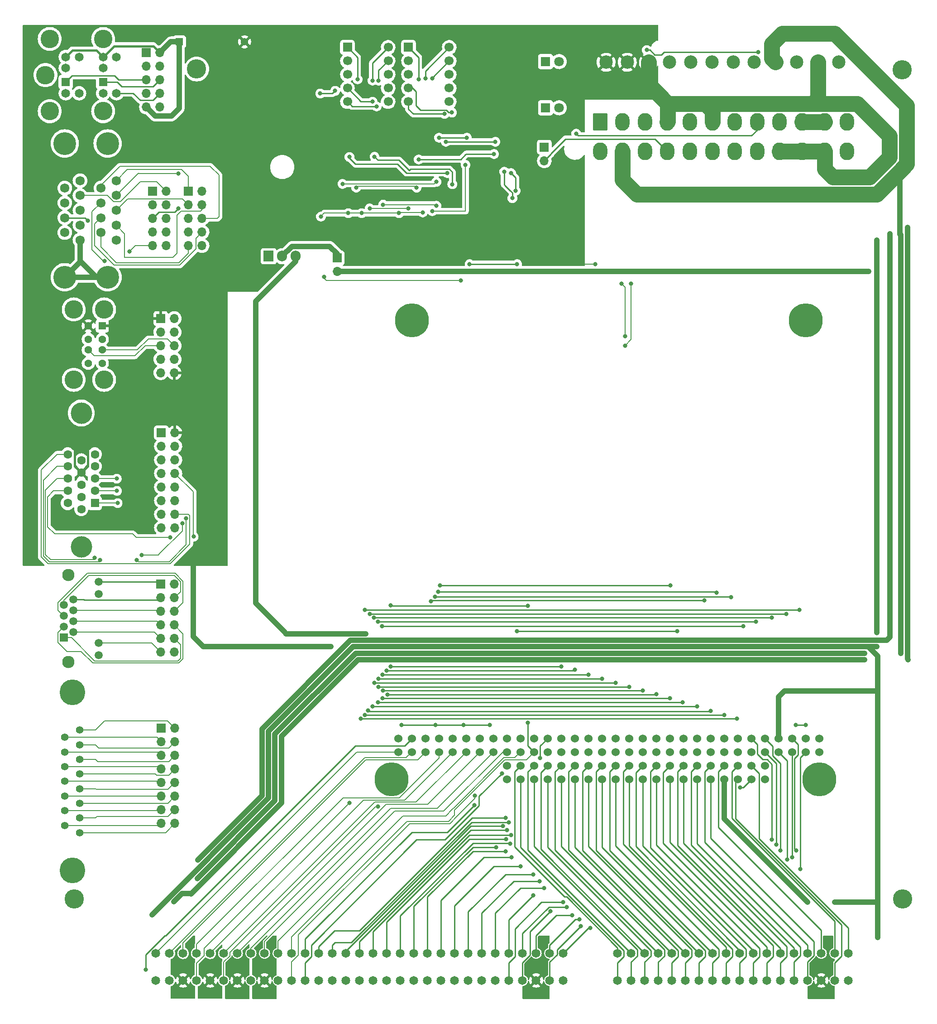
<source format=gbr>
%TF.GenerationSoftware,KiCad,Pcbnew,(6.0.11)*%
%TF.CreationDate,2023-04-06T16:38:06-06:00*%
%TF.ProjectId,isa-itx-pc104-backplane,6973612d-6974-4782-9d70-633130342d62,rev?*%
%TF.SameCoordinates,Original*%
%TF.FileFunction,Copper,L2,Bot*%
%TF.FilePolarity,Positive*%
%FSLAX46Y46*%
G04 Gerber Fmt 4.6, Leading zero omitted, Abs format (unit mm)*
G04 Created by KiCad (PCBNEW (6.0.11)) date 2023-04-06 16:38:06*
%MOMM*%
%LPD*%
G01*
G04 APERTURE LIST*
G04 Aperture macros list*
%AMRoundRect*
0 Rectangle with rounded corners*
0 $1 Rounding radius*
0 $2 $3 $4 $5 $6 $7 $8 $9 X,Y pos of 4 corners*
0 Add a 4 corners polygon primitive as box body*
4,1,4,$2,$3,$4,$5,$6,$7,$8,$9,$2,$3,0*
0 Add four circle primitives for the rounded corners*
1,1,$1+$1,$2,$3*
1,1,$1+$1,$4,$5*
1,1,$1+$1,$6,$7*
1,1,$1+$1,$8,$9*
0 Add four rect primitives between the rounded corners*
20,1,$1+$1,$2,$3,$4,$5,0*
20,1,$1+$1,$4,$5,$6,$7,0*
20,1,$1+$1,$6,$7,$8,$9,0*
20,1,$1+$1,$8,$9,$2,$3,0*%
G04 Aperture macros list end*
%TA.AperFunction,ComponentPad*%
%ADD10R,1.397000X1.397000*%
%TD*%
%TA.AperFunction,ComponentPad*%
%ADD11C,1.397000*%
%TD*%
%TA.AperFunction,ComponentPad*%
%ADD12C,1.651000*%
%TD*%
%TA.AperFunction,ComponentPad*%
%ADD13R,1.700000X1.700000*%
%TD*%
%TA.AperFunction,ComponentPad*%
%ADD14O,1.700000X1.700000*%
%TD*%
%TA.AperFunction,ComponentPad*%
%ADD15C,1.700000*%
%TD*%
%TA.AperFunction,ComponentPad*%
%ADD16C,2.500000*%
%TD*%
%TA.AperFunction,ComponentPad*%
%ADD17C,3.600000*%
%TD*%
%TA.AperFunction,ComponentPad*%
%ADD18C,1.524000*%
%TD*%
%TA.AperFunction,ComponentPad*%
%ADD19C,6.350000*%
%TD*%
%TA.AperFunction,ComponentPad*%
%ADD20R,1.431000X1.431000*%
%TD*%
%TA.AperFunction,ComponentPad*%
%ADD21C,1.431000*%
%TD*%
%TA.AperFunction,ComponentPad*%
%ADD22C,3.450000*%
%TD*%
%TA.AperFunction,ComponentPad*%
%ADD23R,1.650000X1.650000*%
%TD*%
%TA.AperFunction,ComponentPad*%
%ADD24C,1.650000*%
%TD*%
%TA.AperFunction,ComponentPad*%
%ADD25RoundRect,0.250001X-1.099999X-1.399999X1.099999X-1.399999X1.099999X1.399999X-1.099999X1.399999X0*%
%TD*%
%TA.AperFunction,ComponentPad*%
%ADD26O,2.700000X3.300000*%
%TD*%
%TA.AperFunction,ComponentPad*%
%ADD27C,1.400000*%
%TD*%
%TA.AperFunction,ComponentPad*%
%ADD28C,4.800000*%
%TD*%
%TA.AperFunction,ComponentPad*%
%ADD29R,1.800000X1.800000*%
%TD*%
%TA.AperFunction,ComponentPad*%
%ADD30C,1.800000*%
%TD*%
%TA.AperFunction,ComponentPad*%
%ADD31C,4.000000*%
%TD*%
%TA.AperFunction,ComponentPad*%
%ADD32R,1.600000X1.600000*%
%TD*%
%TA.AperFunction,ComponentPad*%
%ADD33C,1.600000*%
%TD*%
%TA.AperFunction,ComponentPad*%
%ADD34C,1.725000*%
%TD*%
%TA.AperFunction,ComponentPad*%
%ADD35C,4.266000*%
%TD*%
%TA.AperFunction,ComponentPad*%
%ADD36R,1.905000X2.000000*%
%TD*%
%TA.AperFunction,ComponentPad*%
%ADD37O,1.905000X2.000000*%
%TD*%
%TA.AperFunction,ComponentPad*%
%ADD38R,1.500000X1.500000*%
%TD*%
%TA.AperFunction,ComponentPad*%
%ADD39C,1.500000*%
%TD*%
%TA.AperFunction,ComponentPad*%
%ADD40C,2.300000*%
%TD*%
%TA.AperFunction,ViaPad*%
%ADD41C,0.800000*%
%TD*%
%TA.AperFunction,Conductor*%
%ADD42C,0.200000*%
%TD*%
%TA.AperFunction,Conductor*%
%ADD43C,1.000000*%
%TD*%
%TA.AperFunction,Conductor*%
%ADD44C,0.250000*%
%TD*%
%TA.AperFunction,Conductor*%
%ADD45C,3.000000*%
%TD*%
%TA.AperFunction,Conductor*%
%ADD46C,0.400000*%
%TD*%
G04 APERTURE END LIST*
D10*
%TO.P,F1,1*%
%TO.N,/5V_FUSED*%
X84663000Y141478000D03*
D11*
%TO.P,F1,2*%
%TO.N,+5V*%
X96855000Y141478000D03*
%TD*%
D12*
%TO.P,J1,1,GND*%
%TO.N,GND*%
X80264000Y-33909000D03*
%TO.P,J1,2,RESET*%
%TO.N,/RESET*%
X82804000Y-33909000D03*
%TO.P,J1,3,+5V*%
%TO.N,+5V*%
X85344000Y-33909000D03*
%TO.P,J1,4,IRQ2*%
%TO.N,/IRQ9*%
X87884000Y-33909000D03*
%TO.P,J1,5,-5V*%
%TO.N,-5V*%
X90424000Y-33909000D03*
%TO.P,J1,6,DRQ2*%
%TO.N,/DRQ2*%
X92964000Y-33909000D03*
%TO.P,J1,7,-12V*%
%TO.N,-12V*%
X95504000Y-33909000D03*
%TO.P,J1,8,UNUSED*%
%TO.N,unconnected-(J1-Pad8)*%
X98044000Y-33909000D03*
%TO.P,J1,9,+12V*%
%TO.N,+12V*%
X100584000Y-33909000D03*
%TO.P,J1,10,GND*%
%TO.N,GND*%
X103124000Y-33909000D03*
%TO.P,J1,11,~{SMEMW}*%
%TO.N,/SMEMW*%
X105664000Y-33909000D03*
%TO.P,J1,12,~{SMEMR}*%
%TO.N,/SMEMR*%
X108204000Y-33909000D03*
%TO.P,J1,13,~{IOW}*%
%TO.N,/IOW*%
X110744000Y-33909000D03*
%TO.P,J1,14,~{IOR}*%
%TO.N,/IOR*%
X113284000Y-33909000D03*
%TO.P,J1,15,~{DACK3}*%
%TO.N,/DACK3*%
X115824000Y-33909000D03*
%TO.P,J1,16,DRQ3*%
%TO.N,/DRQ3*%
X118364000Y-33909000D03*
%TO.P,J1,17,~{DACK1}*%
%TO.N,/DACK1*%
X120904000Y-33909000D03*
%TO.P,J1,18,DRQ1*%
%TO.N,/DRQ1*%
X123444000Y-33909000D03*
%TO.P,J1,19,~{REFRESH}*%
%TO.N,/REFRESH*%
X125984000Y-33909000D03*
%TO.P,J1,20,CLK*%
%TO.N,/BCLK*%
X128524000Y-33909000D03*
%TO.P,J1,21,IRQ7*%
%TO.N,/IRQ7*%
X131064000Y-33909000D03*
%TO.P,J1,22,IRQ6*%
%TO.N,/IRQ6*%
X133604000Y-33909000D03*
%TO.P,J1,23,IRQ5*%
%TO.N,/IRQ5*%
X136144000Y-33909000D03*
%TO.P,J1,24,IRQ4*%
%TO.N,/IRQ4*%
X138684000Y-33909000D03*
%TO.P,J1,25,IRQ3*%
%TO.N,/IRQ3*%
X141224000Y-33909000D03*
%TO.P,J1,26,~{DACK2}*%
%TO.N,/DACK2*%
X143764000Y-33909000D03*
%TO.P,J1,27,TC*%
%TO.N,/TC*%
X146304000Y-33909000D03*
%TO.P,J1,28,ALE*%
%TO.N,/BALE*%
X148844000Y-33909000D03*
%TO.P,J1,29,VCC*%
%TO.N,+5V*%
X151384000Y-33909000D03*
%TO.P,J1,30,OSC*%
%TO.N,/OSC*%
X153924000Y-33909000D03*
%TO.P,J1,31,GND*%
%TO.N,GND*%
X156464000Y-33909000D03*
%TO.P,J1,32,IO*%
%TO.N,/IOCH_CK*%
X80264000Y-28829000D03*
%TO.P,J1,33,DB7*%
%TO.N,/D7*%
X82804000Y-28829000D03*
%TO.P,J1,34,DB6*%
%TO.N,/D6*%
X85344000Y-28829000D03*
%TO.P,J1,35,DB5*%
%TO.N,/D5*%
X87884000Y-28829000D03*
%TO.P,J1,36,DB4*%
%TO.N,/D4*%
X90424000Y-28829000D03*
%TO.P,J1,37,DB3*%
%TO.N,/D3*%
X92964000Y-28829000D03*
%TO.P,J1,38,DB2*%
%TO.N,/D2*%
X95504000Y-28829000D03*
%TO.P,J1,39,DB1*%
%TO.N,/D1*%
X98044000Y-28829000D03*
%TO.P,J1,40,DB0*%
%TO.N,/D0*%
X100584000Y-28829000D03*
%TO.P,J1,41,IO_READY*%
%TO.N,/IO_RDY*%
X103124000Y-28829000D03*
%TO.P,J1,42,AEN*%
%TO.N,/AEN*%
X105664000Y-28829000D03*
%TO.P,J1,43,BA19*%
%TO.N,/SA19*%
X108204000Y-28829000D03*
%TO.P,J1,44,BA18*%
%TO.N,/SA18*%
X110744000Y-28829000D03*
%TO.P,J1,45,BA17*%
%TO.N,/SA17*%
X113284000Y-28829000D03*
%TO.P,J1,46,BA16*%
%TO.N,/SA16*%
X115824000Y-28829000D03*
%TO.P,J1,47,BA15*%
%TO.N,/SA15*%
X118364000Y-28829000D03*
%TO.P,J1,48,BA14*%
%TO.N,/SA14*%
X120904000Y-28829000D03*
%TO.P,J1,49,BA13*%
%TO.N,/SA13*%
X123444000Y-28829000D03*
%TO.P,J1,50,BA12*%
%TO.N,/SA12*%
X125984000Y-28829000D03*
%TO.P,J1,51,BA11*%
%TO.N,/SA11*%
X128524000Y-28829000D03*
%TO.P,J1,52,BA10*%
%TO.N,/SA10*%
X131064000Y-28829000D03*
%TO.P,J1,53,BA09*%
%TO.N,/SA9*%
X133604000Y-28829000D03*
%TO.P,J1,54,BA08*%
%TO.N,/SA8*%
X136144000Y-28829000D03*
%TO.P,J1,55,BA07*%
%TO.N,/SA7*%
X138684000Y-28829000D03*
%TO.P,J1,56,BA06*%
%TO.N,/SA6*%
X141224000Y-28829000D03*
%TO.P,J1,57,BA05*%
%TO.N,/SA5*%
X143764000Y-28829000D03*
%TO.P,J1,58,BA04*%
%TO.N,/SA4*%
X146304000Y-28829000D03*
%TO.P,J1,59,BA03*%
%TO.N,/SA3*%
X148844000Y-28829000D03*
%TO.P,J1,60,BA02*%
%TO.N,/SA2*%
X151384000Y-28829000D03*
%TO.P,J1,61,BA01*%
%TO.N,/SA1*%
X153924000Y-28829000D03*
%TO.P,J1,62,BA00*%
%TO.N,/SA0*%
X156464000Y-28829000D03*
%TO.P,J1,63,~{MEMCS16}*%
%TO.N,/MEMCS16*%
X166624000Y-33909000D03*
%TO.P,J1,64,~{IOCS16}*%
%TO.N,/IOCS16*%
X169164000Y-33909000D03*
%TO.P,J1,65,IRQ10*%
%TO.N,/IRQ10*%
X171704000Y-33909000D03*
%TO.P,J1,66,IRQ11*%
%TO.N,/IRQ11*%
X174244000Y-33909000D03*
%TO.P,J1,67,IRQ12*%
%TO.N,/IRQ12*%
X176784000Y-33909000D03*
%TO.P,J1,68,IRQ15*%
%TO.N,/IRQ14*%
X179324000Y-33909000D03*
%TO.P,J1,69,IRQ14*%
%TO.N,/IRQ15*%
X181864000Y-33909000D03*
%TO.P,J1,70,~{DACK0}*%
%TO.N,/DACK0*%
X184404000Y-33909000D03*
%TO.P,J1,71,DRQ0*%
%TO.N,/DRQ0*%
X186944000Y-33909000D03*
%TO.P,J1,72,~{DACK5}*%
%TO.N,/DACK5*%
X189484000Y-33909000D03*
%TO.P,J1,73,DRQ5*%
%TO.N,/DRQ5*%
X192024000Y-33909000D03*
%TO.P,J1,74,~{DACK6}*%
%TO.N,/DACK6*%
X194564000Y-33909000D03*
%TO.P,J1,75,DRQ6*%
%TO.N,/DRQ6*%
X197104000Y-33909000D03*
%TO.P,J1,76,~{DACK7}*%
%TO.N,/DACK7*%
X199644000Y-33909000D03*
%TO.P,J1,77,DRQ7*%
%TO.N,/DRQ7*%
X202184000Y-33909000D03*
%TO.P,J1,78,+5V*%
%TO.N,+5V*%
X204724000Y-33909000D03*
%TO.P,J1,79,MASTER*%
%TO.N,/MASTER*%
X207264000Y-33909000D03*
%TO.P,J1,80,GND*%
%TO.N,GND*%
X209804000Y-33909000D03*
%TO.P,J1,81,SBHE*%
%TO.N,/SBHE*%
X166624000Y-28829000D03*
%TO.P,J1,82,LA23*%
%TO.N,/LA23*%
X169164000Y-28829000D03*
%TO.P,J1,83,LA22*%
%TO.N,/LA22*%
X171704000Y-28829000D03*
%TO.P,J1,84,LA21*%
%TO.N,/LA21*%
X174244000Y-28829000D03*
%TO.P,J1,85,LA20*%
%TO.N,/LA20*%
X176784000Y-28829000D03*
%TO.P,J1,86,LA19*%
%TO.N,/LA19*%
X179324000Y-28829000D03*
%TO.P,J1,87,LA18*%
%TO.N,/LA18*%
X181864000Y-28829000D03*
%TO.P,J1,88,LA17*%
%TO.N,/LA17*%
X184404000Y-28829000D03*
%TO.P,J1,89,~{MEMR}*%
%TO.N,/MEMR*%
X186944000Y-28829000D03*
%TO.P,J1,90,~{MEMW}*%
%TO.N,/MEMW*%
X189484000Y-28829000D03*
%TO.P,J1,91,D8*%
%TO.N,/D8*%
X192024000Y-28829000D03*
%TO.P,J1,92,D9*%
%TO.N,/D9*%
X194564000Y-28829000D03*
%TO.P,J1,93,D10*%
%TO.N,/D10*%
X197104000Y-28829000D03*
%TO.P,J1,94,D11*%
%TO.N,/D11*%
X199644000Y-28829000D03*
%TO.P,J1,95,D12*%
%TO.N,/D12*%
X202184000Y-28829000D03*
%TO.P,J1,96,D13*%
%TO.N,/D13*%
X204724000Y-28829000D03*
%TO.P,J1,97,D14*%
%TO.N,/D14*%
X207264000Y-28829000D03*
%TO.P,J1,98,D15*%
%TO.N,/D15*%
X209804000Y-28829000D03*
%TD*%
D13*
%TO.P,J8,1,Pin_1*%
%TO.N,Net-(J3-Pad1_1)*%
X86360000Y113553000D03*
D14*
%TO.P,J8,2,Pin_2*%
%TO.N,Net-(J3-Pad2_1)*%
X88900000Y113553000D03*
%TO.P,J8,3,Pin_3*%
%TO.N,Net-(J3-Pad3_1)*%
X86360000Y111013000D03*
%TO.P,J8,4,Pin_4*%
%TO.N,Net-(J3-Pad4_1)*%
X88900000Y111013000D03*
%TO.P,J8,5,Pin_5*%
%TO.N,GND*%
X86360000Y108473000D03*
%TO.P,J8,6,Pin_6*%
%TO.N,Net-(J3-Pad6_1)*%
X88900000Y108473000D03*
%TO.P,J8,7,Pin_7*%
%TO.N,Net-(J3-Pad7_1)*%
X86360000Y105933000D03*
%TO.P,J8,8,Pin_8*%
%TO.N,Net-(J3-Pad8_1)*%
X88900000Y105933000D03*
%TO.P,J8,9,Pin_9*%
%TO.N,Net-(J3-Pad9_1)*%
X86360000Y103393000D03*
%TO.P,J8,10,Pin_10*%
%TO.N,unconnected-(J8-Pad10)*%
X88900000Y103393000D03*
%TD*%
D13*
%TO.P,U8,1,G*%
%TO.N,Net-(U6-Pad14)*%
X116081500Y140459500D03*
D15*
%TO.P,U8,2,F*%
%TO.N,Net-(U6-Pad15)*%
X116081500Y137919500D03*
%TO.P,U8,3,CC*%
%TO.N,Net-(R2-Pad2)*%
X116081500Y135379500D03*
%TO.P,U8,4,E*%
%TO.N,Net-(U6-Pad9)*%
X116081500Y132839500D03*
%TO.P,U8,5,D*%
%TO.N,Net-(U6-Pad10)*%
X116081500Y130299500D03*
%TO.P,U8,6,DP*%
%TO.N,GND*%
X123701500Y130299500D03*
%TO.P,U8,7,C*%
%TO.N,Net-(U6-Pad11)*%
X123701500Y132839500D03*
%TO.P,U8,8,CC*%
%TO.N,Net-(R2-Pad2)*%
X123701500Y135379500D03*
%TO.P,U8,9,B*%
%TO.N,Net-(U6-Pad12)*%
X123701500Y137919500D03*
%TO.P,U8,10,A*%
%TO.N,Net-(U6-Pad13)*%
X123701500Y140459500D03*
%TD*%
D16*
%TO.P,P9,1,Pin_1*%
%TO.N,GND*%
X184266000Y137663000D03*
%TO.P,P9,2,Pin_2*%
X180306000Y137663000D03*
%TO.P,P9,3,Pin_3*%
%TO.N,-5V*%
X176346000Y137663000D03*
%TO.P,P9,4,Pin_4*%
%TO.N,+5V*%
X172386000Y137663000D03*
%TO.P,P9,5,Pin_5*%
X168426000Y137663000D03*
%TO.P,P9,6,Pin_6*%
X164466000Y137663000D03*
%TD*%
D13*
%TO.P,J10,1,Pin_1*%
%TO.N,Net-(J10-Pad1)*%
X79634000Y113553000D03*
D14*
%TO.P,J10,2,Pin_2*%
%TO.N,Net-(J10-Pad2)*%
X82174000Y113553000D03*
%TO.P,J10,3,Pin_3*%
%TO.N,Net-(J10-Pad3)*%
X79634000Y111013000D03*
%TO.P,J10,4,Pin_4*%
%TO.N,Net-(J10-Pad4)*%
X82174000Y111013000D03*
%TO.P,J10,5,Pin_5*%
%TO.N,GND*%
X79634000Y108473000D03*
%TO.P,J10,6,Pin_6*%
%TO.N,Net-(J10-Pad6)*%
X82174000Y108473000D03*
%TO.P,J10,7,Pin_7*%
%TO.N,Net-(J10-Pad7)*%
X79634000Y105933000D03*
%TO.P,J10,8,Pin_8*%
%TO.N,Net-(J10-Pad8)*%
X82174000Y105933000D03*
%TO.P,J10,9,Pin_9*%
%TO.N,Net-(J10-Pad9)*%
X79634000Y103393000D03*
%TO.P,J10,10,Pin_10*%
%TO.N,unconnected-(J10-Pad10)*%
X82174000Y103393000D03*
%TD*%
D16*
%TO.P,P8,1,Pin_1*%
%TO.N,/AT_GOOD*%
X208026000Y137663000D03*
%TO.P,P8,2,Pin_2*%
%TO.N,+5V*%
X204066000Y137663000D03*
%TO.P,P8,3,Pin_3*%
%TO.N,+12V*%
X200106000Y137663000D03*
%TO.P,P8,4,Pin_4*%
%TO.N,-12V*%
X196146000Y137663000D03*
%TO.P,P8,5,Pin_5*%
%TO.N,GND*%
X192186000Y137663000D03*
%TO.P,P8,6,Pin_6*%
X188226000Y137663000D03*
%TD*%
D17*
%TO.P,H1,1,1*%
%TO.N,GND*%
X65024000Y-18669000D03*
%TD*%
D18*
%TO.P,BUS1,C0,GND*%
%TO.N,GND*%
X145923000Y6218000D03*
%TO.P,BUS1,C1,~{SBHE}*%
%TO.N,/SBHE*%
X148463000Y6218000D03*
%TO.P,BUS1,C2,LA23*%
%TO.N,/LA23*%
X151003000Y6218000D03*
%TO.P,BUS1,C3,LA22*%
%TO.N,/LA22*%
X153543000Y6218000D03*
%TO.P,BUS1,C4,LA21*%
%TO.N,/LA21*%
X156083000Y6218000D03*
%TO.P,BUS1,C5,LA20*%
%TO.N,/LA20*%
X158623000Y6218000D03*
%TO.P,BUS1,C6,LA19*%
%TO.N,/LA19*%
X161163000Y6218000D03*
%TO.P,BUS1,C7,LA18*%
%TO.N,/LA18*%
X163703000Y6218000D03*
%TO.P,BUS1,C8,LA17*%
%TO.N,/LA17*%
X166243000Y6218000D03*
%TO.P,BUS1,C9,~{MEMR}*%
%TO.N,/MEMR*%
X168783000Y6218000D03*
%TO.P,BUS1,C10,~{MEMW}*%
%TO.N,/MEMW*%
X171323000Y6218000D03*
%TO.P,BUS1,C11,SD8*%
%TO.N,/D8*%
X173863000Y6218000D03*
%TO.P,BUS1,C12,SD9*%
%TO.N,/D9*%
X176403000Y6218000D03*
%TO.P,BUS1,C13,SD10*%
%TO.N,/D10*%
X178943000Y6218000D03*
%TO.P,BUS1,C14,SD11*%
%TO.N,/D11*%
X181483000Y6218000D03*
%TO.P,BUS1,C15,SD12*%
%TO.N,/D12*%
X184023000Y6218000D03*
%TO.P,BUS1,C16,SD13*%
%TO.N,/D13*%
X186563000Y6218000D03*
%TO.P,BUS1,C17,SD15*%
%TO.N,/D14*%
X189103000Y6218000D03*
%TO.P,BUS1,C18,SD15*%
%TO.N,/D15*%
X191643000Y6218000D03*
%TO.P,BUS1,C19,Key*%
%TO.N,unconnected-(BUS1-PadC19)*%
X194183000Y6218000D03*
%TO.P,BUS1,D0,GND*%
%TO.N,GND*%
X145923000Y3678000D03*
%TO.P,BUS1,D1,~{MEMCS16}*%
%TO.N,/MEMCS16*%
X148463000Y3678000D03*
%TO.P,BUS1,D2,~{IOCS16}*%
%TO.N,/IOCS16*%
X151003000Y3678000D03*
%TO.P,BUS1,D3,IRQ10*%
%TO.N,/IRQ10*%
X153543000Y3678000D03*
%TO.P,BUS1,D4,IRQ11*%
%TO.N,/IRQ11*%
X156083000Y3678000D03*
%TO.P,BUS1,D5,IRQ12*%
%TO.N,/IRQ12*%
X158623000Y3678000D03*
%TO.P,BUS1,D6,IQR14*%
%TO.N,/IRQ14*%
X161163000Y3678000D03*
%TO.P,BUS1,D7,IRQ15*%
%TO.N,/IRQ15*%
X163703000Y3678000D03*
%TO.P,BUS1,D8,~{DACK0}*%
%TO.N,/DACK0*%
X166243000Y3678000D03*
%TO.P,BUS1,D9,DRQ0*%
%TO.N,/DRQ0*%
X168783000Y3678000D03*
%TO.P,BUS1,D10,~{DACK5}*%
%TO.N,/DACK5*%
X171323000Y3678000D03*
%TO.P,BUS1,D11,DRQ5*%
%TO.N,/DRQ5*%
X173863000Y3678000D03*
%TO.P,BUS1,D12,~{DACK6}*%
%TO.N,/DACK6*%
X176403000Y3678000D03*
%TO.P,BUS1,D13,DRQ6*%
%TO.N,/DRQ6*%
X178943000Y3678000D03*
%TO.P,BUS1,D14,~{DACK7}*%
%TO.N,/DACK7*%
X181483000Y3678000D03*
%TO.P,BUS1,D15,DRQ7*%
%TO.N,/DRQ7*%
X184023000Y3678000D03*
%TO.P,BUS1,D16,+5V*%
%TO.N,+5V*%
X186563000Y3678000D03*
%TO.P,BUS1,D17,~{MASTER}*%
%TO.N,/MASTER*%
X189103000Y3678000D03*
%TO.P,BUS1,D18,GND*%
%TO.N,GND*%
X191643000Y3678000D03*
%TO.P,BUS1,D19,GND*%
X194183000Y3678000D03*
%TD*%
D13*
%TO.P,J14,1,Pin_1*%
%TO.N,Net-(J14-Pad1)*%
X81280000Y68453000D03*
D14*
%TO.P,J14,2,Pin_2*%
%TO.N,+5V*%
X83820000Y68453000D03*
%TO.P,J14,3,Pin_3*%
%TO.N,Net-(J14-Pad3)*%
X81280000Y65913000D03*
%TO.P,J14,4,Pin_4*%
%TO.N,GND*%
X83820000Y65913000D03*
%TO.P,J14,5,Pin_5*%
%TO.N,Net-(J14-Pad5)*%
X81280000Y63373000D03*
%TO.P,J14,6,Pin_6*%
%TO.N,unconnected-(J14-Pad6)*%
X83820000Y63373000D03*
%TO.P,J14,7,Pin_7*%
%TO.N,unconnected-(J14-Pad7)*%
X81280000Y60833000D03*
%TO.P,J14,8,Pin_8*%
%TO.N,/VGA_DDAT*%
X83820000Y60833000D03*
%TO.P,J14,9,Pin_9*%
%TO.N,GND*%
X81280000Y58293000D03*
%TO.P,J14,10,Pin_10*%
%TO.N,Net-(J14-Pad10)*%
X83820000Y58293000D03*
%TO.P,J14,11,Pin_11*%
%TO.N,GND*%
X81280000Y55753000D03*
%TO.P,J14,12,Pin_12*%
%TO.N,Net-(J14-Pad12)*%
X83820000Y55753000D03*
%TO.P,J14,13,Pin_13*%
%TO.N,GND*%
X81280000Y53213000D03*
%TO.P,J14,14,Pin_14*%
%TO.N,/VGA_DCLK*%
X83820000Y53213000D03*
%TO.P,J14,15,Pin_15*%
%TO.N,GND*%
X81280000Y50673000D03*
%TO.P,J14,16,Pin_16*%
X83820000Y50673000D03*
%TD*%
D19*
%TO.P,REF\u002A\u002A,1*%
%TO.N,N/C*%
X201803000Y89408000D03*
%TD*%
D20*
%TO.P,J4,A1,A1*%
%TO.N,+5V*%
X70226000Y88407000D03*
D21*
%TO.P,J4,A2,A2*%
%TO.N,Net-(J4-PadA2)*%
X70226000Y85907000D03*
%TO.P,J4,A3,A3*%
%TO.N,Net-(J4-PadA3)*%
X70226000Y83907000D03*
%TO.P,J4,A4,A4*%
%TO.N,GND*%
X70226000Y81407000D03*
%TO.P,J4,B1,B1*%
%TO.N,+5V*%
X67606000Y88407000D03*
%TO.P,J4,B2,B2*%
%TO.N,Net-(J4-PadB2)*%
X67606000Y85907000D03*
%TO.P,J4,B3,B3*%
%TO.N,Net-(J4-PadB3)*%
X67606000Y83907000D03*
%TO.P,J4,B4,B4*%
%TO.N,GND*%
X67606000Y81407000D03*
D22*
%TO.P,J4,MH1,MH1*%
X64896000Y91477000D03*
%TO.P,J4,MH2,MH2*%
X64896000Y78337000D03*
%TO.P,J4,MH3,MH3*%
X70576000Y91477000D03*
%TO.P,J4,MH4,MH4*%
X70576000Y78337000D03*
%TD*%
D19*
%TO.P,REF\u002A\u002A,1*%
%TO.N,N/C*%
X204343000Y3678000D03*
%TD*%
D17*
%TO.P,H1,1,1*%
%TO.N,GND*%
X219964000Y-18669000D03*
%TD*%
D13*
%TO.P,J15,1,Pin_1*%
%TO.N,unconnected-(J15-Pad1)*%
X78486000Y139446000D03*
D14*
%TO.P,J15,2,Pin_2*%
%TO.N,/5V_FUSED*%
X81026000Y139446000D03*
%TO.P,J15,3,Pin_3*%
%TO.N,/K_CLK*%
X78486000Y136906000D03*
%TO.P,J15,4,Pin_4*%
%TO.N,GND*%
X81026000Y136906000D03*
%TO.P,J15,5,Pin_5*%
%TO.N,/K_DATA*%
X78486000Y134366000D03*
%TO.P,J15,6,Pin_6*%
%TO.N,/M_DATA*%
X81026000Y134366000D03*
%TO.P,J15,7,Pin_7*%
%TO.N,GND*%
X78486000Y131826000D03*
%TO.P,J15,8,Pin_8*%
%TO.N,/M_CLK*%
X81026000Y131826000D03*
%TO.P,J15,9,Pin_9*%
%TO.N,/5V_FUSED*%
X78486000Y129286000D03*
%TO.P,J15,10,Pin_10*%
%TO.N,unconnected-(J15-Pad10)*%
X81026000Y129286000D03*
%TD*%
D17*
%TO.P,H1,1,1*%
%TO.N,GND*%
X219837000Y136271000D03*
%TD*%
D13*
%TO.P,U7,1,G*%
%TO.N,Net-(U5-Pad14)*%
X127508000Y140462000D03*
D15*
%TO.P,U7,2,F*%
%TO.N,Net-(U5-Pad15)*%
X127508000Y137922000D03*
%TO.P,U7,3,CC*%
%TO.N,Net-(R1-Pad2)*%
X127508000Y135382000D03*
%TO.P,U7,4,E*%
%TO.N,Net-(U5-Pad9)*%
X127508000Y132842000D03*
%TO.P,U7,5,D*%
%TO.N,Net-(U5-Pad10)*%
X127508000Y130302000D03*
%TO.P,U7,6,DP*%
%TO.N,GND*%
X135128000Y130302000D03*
%TO.P,U7,7,C*%
%TO.N,Net-(U5-Pad11)*%
X135128000Y132842000D03*
%TO.P,U7,8,CC*%
%TO.N,Net-(R1-Pad2)*%
X135128000Y135382000D03*
%TO.P,U7,9,B*%
%TO.N,Net-(U5-Pad12)*%
X135128000Y137922000D03*
%TO.P,U7,10,A*%
%TO.N,Net-(U5-Pad13)*%
X135128000Y140462000D03*
%TD*%
D18*
%TO.P,BUS2,A1,IOCH_CH_CK*%
%TO.N,/IOCH_CK*%
X125603000Y8758000D03*
%TO.P,BUS2,A2,SD7*%
%TO.N,/D7*%
X128143000Y8758000D03*
%TO.P,BUS2,A3,SD6*%
%TO.N,/D6*%
X130683000Y8758000D03*
%TO.P,BUS2,A4,SD5*%
%TO.N,/D5*%
X133223000Y8758000D03*
%TO.P,BUS2,A5,SD4*%
%TO.N,/D4*%
X135763000Y8758000D03*
%TO.P,BUS2,A6,SD3*%
%TO.N,/D3*%
X138303000Y8758000D03*
%TO.P,BUS2,A7,SD2*%
%TO.N,/D2*%
X140843000Y8758000D03*
%TO.P,BUS2,A8,SD1*%
%TO.N,/D1*%
X143383000Y8758000D03*
%TO.P,BUS2,A9,SD0*%
%TO.N,/D0*%
X145923000Y8758000D03*
%TO.P,BUS2,A10,IOCH_RDY*%
%TO.N,/IO_RDY*%
X148463000Y8758000D03*
%TO.P,BUS2,A11,AEN*%
%TO.N,/AEN*%
X151003000Y8758000D03*
%TO.P,BUS2,A12,SA19*%
%TO.N,/SA19*%
X153543000Y8758000D03*
%TO.P,BUS2,A13,SA18*%
%TO.N,/SA18*%
X156083000Y8758000D03*
%TO.P,BUS2,A14,SA17*%
%TO.N,/SA17*%
X158623000Y8758000D03*
%TO.P,BUS2,A15,SA16*%
%TO.N,/SA16*%
X161163000Y8758000D03*
%TO.P,BUS2,A16,SA15*%
%TO.N,/SA15*%
X163703000Y8758000D03*
%TO.P,BUS2,A17,SA14*%
%TO.N,/SA14*%
X166243000Y8758000D03*
%TO.P,BUS2,A18,SA13*%
%TO.N,/SA13*%
X168783000Y8758000D03*
%TO.P,BUS2,A19,SA12*%
%TO.N,/SA12*%
X171323000Y8758000D03*
%TO.P,BUS2,A20,SA11*%
%TO.N,/SA11*%
X173863000Y8758000D03*
%TO.P,BUS2,A21,SA10*%
%TO.N,/SA10*%
X176403000Y8758000D03*
%TO.P,BUS2,A22,SA9*%
%TO.N,/SA9*%
X178943000Y8758000D03*
%TO.P,BUS2,A23,SA8*%
%TO.N,/SA8*%
X181483000Y8758000D03*
%TO.P,BUS2,A24,SA7*%
%TO.N,/SA7*%
X184023000Y8758000D03*
%TO.P,BUS2,A25,SA6*%
%TO.N,/SA6*%
X186563000Y8758000D03*
%TO.P,BUS2,A26,SA5*%
%TO.N,/SA5*%
X189103000Y8758000D03*
%TO.P,BUS2,A27,SA4*%
%TO.N,/SA4*%
X191643000Y8758000D03*
%TO.P,BUS2,A28,SA3*%
%TO.N,/SA3*%
X194183000Y8758000D03*
%TO.P,BUS2,A29,SA2*%
%TO.N,/SA2*%
X196723000Y8758000D03*
%TO.P,BUS2,A30,SA1*%
%TO.N,/SA1*%
X199263000Y8758000D03*
%TO.P,BUS2,A31,SA0*%
%TO.N,/SA0*%
X201803000Y8758000D03*
%TO.P,BUS2,A32,GND*%
%TO.N,GND*%
X204343000Y8758000D03*
%TO.P,BUS2,B1,GND*%
X125603000Y11298000D03*
%TO.P,BUS2,B2,RESET*%
%TO.N,/RESET*%
X128143000Y11298000D03*
%TO.P,BUS2,B3,+5V*%
%TO.N,+5V*%
X130683000Y11298000D03*
%TO.P,BUS2,B4,IRQ9*%
%TO.N,/IRQ9*%
X133223000Y11298000D03*
%TO.P,BUS2,B5,-5V*%
%TO.N,-5V*%
X135763000Y11298000D03*
%TO.P,BUS2,B6,DRQ2*%
%TO.N,/DRQ2*%
X138303000Y11298000D03*
%TO.P,BUS2,B7,-12V*%
%TO.N,-12V*%
X140843000Y11298000D03*
%TO.P,BUS2,B8,SRDY*%
%TO.N,/SRDY*%
X143383000Y11298000D03*
%TO.P,BUS2,B9,+12V*%
%TO.N,+12V*%
X145923000Y11298000D03*
%TO.P,BUS2,B10,KEY*%
%TO.N,unconnected-(BUS2-PadB10)*%
X148463000Y11298000D03*
%TO.P,BUS2,B11,SMEMW*%
%TO.N,/SMEMW*%
X151003000Y11298000D03*
%TO.P,BUS2,B12,SMEMR*%
%TO.N,/SMEMR*%
X153543000Y11298000D03*
%TO.P,BUS2,B13,IOW*%
%TO.N,/IOW*%
X156083000Y11298000D03*
%TO.P,BUS2,B14,IOR*%
%TO.N,/IOR*%
X158623000Y11298000D03*
%TO.P,BUS2,B15,DACK3*%
%TO.N,/DACK3*%
X161163000Y11298000D03*
%TO.P,BUS2,B16,DRQ3*%
%TO.N,/DRQ3*%
X163703000Y11298000D03*
%TO.P,BUS2,B17,DACK1*%
%TO.N,/DACK1*%
X166243000Y11298000D03*
%TO.P,BUS2,B18,DRQ1*%
%TO.N,/DRQ1*%
X168783000Y11298000D03*
%TO.P,BUS2,B19,REFRESH*%
%TO.N,/REFRESH*%
X171323000Y11298000D03*
%TO.P,BUS2,B20,BCLK*%
%TO.N,/BCLK*%
X173863000Y11298000D03*
%TO.P,BUS2,B21,IRQ7*%
%TO.N,/IRQ7*%
X176403000Y11298000D03*
%TO.P,BUS2,B22,IRQ6*%
%TO.N,/IRQ6*%
X178943000Y11298000D03*
%TO.P,BUS2,B23,IRQ5*%
%TO.N,/IRQ5*%
X181483000Y11298000D03*
%TO.P,BUS2,B24,IRQ4*%
%TO.N,/IRQ4*%
X184023000Y11298000D03*
%TO.P,BUS2,B25,IRQ3*%
%TO.N,/IRQ3*%
X186563000Y11298000D03*
%TO.P,BUS2,B26,DACK2*%
%TO.N,/DACK2*%
X189103000Y11298000D03*
%TO.P,BUS2,B27,TC*%
%TO.N,/TC*%
X191643000Y11298000D03*
%TO.P,BUS2,B28,BALE*%
%TO.N,/BALE*%
X194183000Y11298000D03*
%TO.P,BUS2,B29,+5V*%
%TO.N,+5V*%
X196723000Y11298000D03*
%TO.P,BUS2,B30,OSC*%
%TO.N,/OSC*%
X199263000Y11298000D03*
%TO.P,BUS2,B31,GND*%
%TO.N,GND*%
X201803000Y11298000D03*
%TO.P,BUS2,B32,GND*%
X204343000Y11298000D03*
%TD*%
D23*
%TO.P,J16,A1,A1*%
%TO.N,/K_DATA*%
X63397000Y133970000D03*
D24*
%TO.P,J16,A2,A2*%
%TO.N,unconnected-(J16-PadA2)*%
X63397000Y136570000D03*
%TO.P,J16,A3,A3*%
%TO.N,GND*%
X63397000Y131870000D03*
%TO.P,J16,A5,A5*%
%TO.N,/5V_FUSED*%
X63397000Y138670000D03*
%TO.P,J16,A6,A6*%
%TO.N,/K_CLK*%
X65897000Y131870000D03*
%TO.P,J16,A8,A8*%
%TO.N,unconnected-(J16-PadA8)*%
X65897000Y138670000D03*
D23*
%TO.P,J16,B1,B1*%
%TO.N,/M_DATA*%
X70397000Y133970000D03*
D24*
%TO.P,J16,B2,B2*%
%TO.N,unconnected-(J16-PadB2)*%
X70397000Y136570000D03*
%TO.P,J16,B3,B3*%
%TO.N,GND*%
X70397000Y131870000D03*
%TO.P,J16,B5,B5*%
%TO.N,/5V_FUSED*%
X70397000Y138670000D03*
%TO.P,J16,B6,B6*%
%TO.N,/M_CLK*%
X72897000Y131870000D03*
%TO.P,J16,B8,B8*%
%TO.N,unconnected-(J16-PadB8)*%
X72897000Y138670000D03*
D22*
%TO.P,J16,MH1,MH1*%
%TO.N,GND*%
X60397000Y142020000D03*
%TO.P,J16,MH2,MH2*%
X59597000Y135270000D03*
%TO.P,J16,MH3,MH3*%
X60397000Y128520000D03*
%TO.P,J16,MH4,MH4*%
X70397000Y142020000D03*
%TO.P,J16,MH5,MH5*%
X70397000Y128520000D03*
%TD*%
D25*
%TO.P,J2,1,+3.3V*%
%TO.N,unconnected-(J2-Pad1)*%
X163329000Y126491000D03*
D26*
%TO.P,J2,2,+3.3V*%
X167529000Y126491000D03*
%TO.P,J2,3,GND*%
%TO.N,GND*%
X171729000Y126491000D03*
%TO.P,J2,4,+5V*%
%TO.N,+5V*%
X175929000Y126491000D03*
%TO.P,J2,5,GND*%
%TO.N,GND*%
X180129000Y126491000D03*
%TO.P,J2,6,+5V*%
%TO.N,+5V*%
X184329000Y126491000D03*
%TO.P,J2,7,GND*%
%TO.N,GND*%
X188529000Y126491000D03*
%TO.P,J2,8,PWR_OK*%
%TO.N,/ATX_GOOD*%
X192729000Y126491000D03*
%TO.P,J2,9,+5VSB*%
%TO.N,/PWR_STANDBY*%
X196929000Y126491000D03*
%TO.P,J2,10,+12V*%
%TO.N,+12V*%
X201129000Y126491000D03*
%TO.P,J2,11,+12V*%
X205329000Y126491000D03*
%TO.P,J2,12,+3.3V*%
%TO.N,unconnected-(J2-Pad1)*%
X209529000Y126491000D03*
%TO.P,J2,13,+3.3V*%
X163329000Y120991000D03*
%TO.P,J2,14,-12V*%
%TO.N,-12V*%
X167529000Y120991000D03*
%TO.P,J2,15,GND*%
%TO.N,GND*%
X171729000Y120991000D03*
%TO.P,J2,16,PS_ON#*%
%TO.N,Net-(J11-Pad2)*%
X175929000Y120991000D03*
%TO.P,J2,17,GND*%
%TO.N,GND*%
X180129000Y120991000D03*
%TO.P,J2,18,GND*%
X184329000Y120991000D03*
%TO.P,J2,19,GND*%
X188529000Y120991000D03*
%TO.P,J2,20,NC*%
%TO.N,unconnected-(J2-Pad20)*%
X192729000Y120991000D03*
%TO.P,J2,21,+5V*%
%TO.N,+5V*%
X196929000Y120991000D03*
%TO.P,J2,22,+5V*%
X201129000Y120991000D03*
%TO.P,J2,23,+5V*%
X205329000Y120991000D03*
%TO.P,J2,24,GND*%
%TO.N,GND*%
X209529000Y120991000D03*
%TD*%
D27*
%TO.P,J7,1,1*%
%TO.N,Net-(J13-Pad16)*%
X66036000Y-6299000D03*
%TO.P,J7,2,2*%
%TO.N,Net-(J13-Pad15)*%
X63196000Y-4929000D03*
%TO.P,J7,3,3*%
%TO.N,Net-(J13-Pad14)*%
X66036000Y-3559000D03*
%TO.P,J7,4,4*%
%TO.N,Net-(J13-Pad13)*%
X63196000Y-2189000D03*
%TO.P,J7,5,5*%
%TO.N,Net-(J13-Pad12)*%
X66036000Y-819000D03*
%TO.P,J7,6,6*%
%TO.N,Net-(J13-Pad11)*%
X63196000Y551000D03*
%TO.P,J7,7,7*%
%TO.N,Net-(J13-Pad10)*%
X66036000Y1921000D03*
%TO.P,J7,8,8*%
%TO.N,Net-(J13-Pad9)*%
X63196000Y3291000D03*
%TO.P,J7,9,9*%
%TO.N,Net-(J13-Pad8)*%
X66036000Y4661000D03*
%TO.P,J7,10,10*%
%TO.N,Net-(J13-Pad7)*%
X63196000Y6031000D03*
%TO.P,J7,11,11*%
%TO.N,Net-(J13-Pad6)*%
X66036000Y7401000D03*
%TO.P,J7,12,12*%
%TO.N,Net-(J13-Pad5)*%
X63196000Y8771000D03*
%TO.P,J7,13,13*%
%TO.N,Net-(J13-Pad4)*%
X66036000Y10141000D03*
%TO.P,J7,14,14*%
%TO.N,Net-(J13-Pad3)*%
X63196000Y11511000D03*
%TO.P,J7,15,15*%
%TO.N,Net-(J13-Pad2)*%
X66036000Y12881000D03*
D28*
%TO.P,J7,MH1,MH1*%
%TO.N,GND*%
X64616000Y-13369000D03*
%TO.P,J7,MH2,MH2*%
X64616000Y19951000D03*
%TD*%
D19*
%TO.P,REF\u002A\u002A,1*%
%TO.N,N/C*%
X128143000Y89408000D03*
%TD*%
D13*
%TO.P,J17,1,Pin_1*%
%TO.N,Net-(C10-Pad2)*%
X114173000Y101097000D03*
D14*
%TO.P,J17,2,Pin_2*%
%TO.N,+12V*%
X114173000Y98557000D03*
%TD*%
D13*
%TO.P,J9,1,Pin_1*%
%TO.N,+5V*%
X81148000Y89799000D03*
D14*
%TO.P,J9,2,Pin_2*%
%TO.N,GND*%
X83688000Y89799000D03*
%TO.P,J9,3,Pin_3*%
%TO.N,Net-(J4-PadB2)*%
X81148000Y87259000D03*
%TO.P,J9,4,Pin_4*%
%TO.N,GND*%
X83688000Y87259000D03*
%TO.P,J9,5,Pin_5*%
%TO.N,Net-(J4-PadB3)*%
X81148000Y84719000D03*
%TO.P,J9,6,Pin_6*%
%TO.N,Net-(J4-PadA3)*%
X83688000Y84719000D03*
%TO.P,J9,7,Pin_7*%
%TO.N,GND*%
X81148000Y82179000D03*
%TO.P,J9,8,Pin_8*%
%TO.N,Net-(J4-PadA2)*%
X83688000Y82179000D03*
%TO.P,J9,9,Pin_9*%
%TO.N,GND*%
X81148000Y79639000D03*
%TO.P,J9,10,Pin_10*%
%TO.N,+5V*%
X83688000Y79639000D03*
%TD*%
D29*
%TO.P,D2,1,K*%
%TO.N,GND*%
X153157000Y137795000D03*
D30*
%TO.P,D2,2,A*%
%TO.N,Net-(D2-Pad2)*%
X155697000Y137795000D03*
%TD*%
D29*
%TO.P,D1,1,K*%
%TO.N,GND*%
X153157000Y129159000D03*
D30*
%TO.P,D1,2,A*%
%TO.N,Net-(D1-Pad2)*%
X155697000Y129159000D03*
%TD*%
D17*
%TO.P,H1,1,1*%
%TO.N,GND*%
X87884000Y136398000D03*
%TD*%
D19*
%TO.P,REF\u002A\u002A,1*%
%TO.N,N/C*%
X124333000Y3678000D03*
%TD*%
D31*
%TO.P,J5,0,Shield*%
%TO.N,GND*%
X66299000Y72116000D03*
X66299000Y47116000D03*
D32*
%TO.P,J5,1*%
%TO.N,/VGA_R*%
X68839000Y55296000D03*
D33*
%TO.P,J5,2*%
%TO.N,/VGA_G*%
X68839000Y57576000D03*
%TO.P,J5,3*%
%TO.N,/VGA_B*%
X68839000Y59856000D03*
%TO.P,J5,4*%
%TO.N,unconnected-(J5-Pad4)*%
X68839000Y62136000D03*
%TO.P,J5,5*%
%TO.N,GND*%
X68839000Y64416000D03*
%TO.P,J5,6*%
X66299000Y54156000D03*
%TO.P,J5,7*%
X66299000Y56436000D03*
%TO.P,J5,8*%
X66299000Y58716000D03*
%TO.P,J5,9*%
%TO.N,+5V*%
X66299000Y60996000D03*
%TO.P,J5,10*%
%TO.N,GND*%
X66299000Y63276000D03*
%TO.P,J5,11*%
%TO.N,unconnected-(J5-Pad11)*%
X63759000Y55296000D03*
%TO.P,J5,12*%
%TO.N,/VGA_DDAT*%
X63759000Y57576000D03*
%TO.P,J5,13*%
%TO.N,/VGA_HS*%
X63759000Y59856000D03*
%TO.P,J5,14*%
%TO.N,/VGA_VS*%
X63759000Y62136000D03*
%TO.P,J5,15*%
%TO.N,/VGA_DCLK*%
X63759000Y64416000D03*
%TD*%
D13*
%TO.P,J13,1,Pin_1*%
%TO.N,GND*%
X81280000Y13208000D03*
D14*
%TO.P,J13,2,Pin_2*%
%TO.N,Net-(J13-Pad2)*%
X83820000Y13208000D03*
%TO.P,J13,3,Pin_3*%
%TO.N,Net-(J13-Pad3)*%
X81280000Y10668000D03*
%TO.P,J13,4,Pin_4*%
%TO.N,Net-(J13-Pad4)*%
X83820000Y10668000D03*
%TO.P,J13,5,Pin_5*%
%TO.N,Net-(J13-Pad5)*%
X81280000Y8128000D03*
%TO.P,J13,6,Pin_6*%
%TO.N,Net-(J13-Pad6)*%
X83820000Y8128000D03*
%TO.P,J13,7,Pin_7*%
%TO.N,Net-(J13-Pad7)*%
X81280000Y5588000D03*
%TO.P,J13,8,Pin_8*%
%TO.N,Net-(J13-Pad8)*%
X83820000Y5588000D03*
%TO.P,J13,9,Pin_9*%
%TO.N,Net-(J13-Pad9)*%
X81280000Y3048000D03*
%TO.P,J13,10,Pin_10*%
%TO.N,Net-(J13-Pad10)*%
X83820000Y3048000D03*
%TO.P,J13,11,Pin_11*%
%TO.N,Net-(J13-Pad11)*%
X81280000Y508000D03*
%TO.P,J13,12,Pin_12*%
%TO.N,Net-(J13-Pad12)*%
X83820000Y508000D03*
%TO.P,J13,13,Pin_13*%
%TO.N,Net-(J13-Pad13)*%
X81280000Y-2032000D03*
%TO.P,J13,14,Pin_14*%
%TO.N,Net-(J13-Pad14)*%
X83820000Y-2032000D03*
%TO.P,J13,15,Pin_15*%
%TO.N,Net-(J13-Pad15)*%
X81280000Y-4572000D03*
%TO.P,J13,16,Pin_16*%
%TO.N,Net-(J13-Pad16)*%
X83820000Y-4572000D03*
%TD*%
D34*
%TO.P,J3,1_1,1_1*%
%TO.N,Net-(J3-Pad1_1)*%
X72822000Y115537000D03*
%TO.P,J3,1_2,1_2*%
%TO.N,Net-(J10-Pad1)*%
X66062000Y115537000D03*
%TO.P,J3,2_1,2_1*%
%TO.N,Net-(J3-Pad2_1)*%
X72822000Y112767000D03*
%TO.P,J3,2_2,2_2*%
%TO.N,Net-(J10-Pad2)*%
X66062000Y112767000D03*
%TO.P,J3,3_1,3_1*%
%TO.N,Net-(J3-Pad3_1)*%
X72822000Y109997000D03*
%TO.P,J3,3_2,3_2*%
%TO.N,Net-(J10-Pad3)*%
X66062000Y109997000D03*
%TO.P,J3,4_1,4_1*%
%TO.N,Net-(J3-Pad4_1)*%
X72822000Y107227000D03*
%TO.P,J3,4_2,4_2*%
%TO.N,Net-(J10-Pad4)*%
X66062000Y107227000D03*
%TO.P,J3,5_1,5_1*%
%TO.N,GND*%
X72822000Y104457000D03*
%TO.P,J3,5_2,5_2*%
X66062000Y104457000D03*
%TO.P,J3,6_1,6_1*%
%TO.N,Net-(J3-Pad6_1)*%
X69982000Y114152000D03*
%TO.P,J3,6_2,6_2*%
%TO.N,Net-(J10-Pad6)*%
X63222000Y114152000D03*
%TO.P,J3,7_1,7_1*%
%TO.N,Net-(J3-Pad7_1)*%
X69982000Y111382000D03*
%TO.P,J3,7_2,7_2*%
%TO.N,Net-(J10-Pad7)*%
X63222000Y111382000D03*
%TO.P,J3,8_1,8_1*%
%TO.N,Net-(J3-Pad8_1)*%
X69982000Y108612000D03*
%TO.P,J3,8_2,8_2*%
%TO.N,Net-(J10-Pad8)*%
X63222000Y108612000D03*
%TO.P,J3,9_1,9_1*%
%TO.N,Net-(J3-Pad9_1)*%
X69982000Y105842000D03*
%TO.P,J3,9_2,9_2*%
%TO.N,Net-(J10-Pad9)*%
X63222000Y105842000D03*
D35*
%TO.P,J3,S1,SHIELD*%
%TO.N,GND*%
X63222000Y122492000D03*
%TO.P,J3,S2,SHIELD*%
X63222000Y97502000D03*
%TO.P,J3,S3,SHIELD*%
X71222000Y122492000D03*
%TO.P,J3,S4,SHIELD*%
X71222000Y97502000D03*
%TD*%
D13*
%TO.P,J11,1,Pin_1*%
%TO.N,GND*%
X152908000Y121798000D03*
D14*
%TO.P,J11,2,Pin_2*%
%TO.N,Net-(J11-Pad2)*%
X152908000Y119258000D03*
%TD*%
D36*
%TO.P,U1,1,GND*%
%TO.N,GND*%
X101347000Y101424000D03*
D37*
%TO.P,U1,2,VI*%
%TO.N,Net-(C10-Pad2)*%
X103887000Y101424000D03*
%TO.P,U1,3,VO*%
%TO.N,-5V*%
X106427000Y101424000D03*
%TD*%
D38*
%TO.P,J6,1*%
%TO.N,/RJ45_1*%
X62995000Y30142000D03*
D39*
%TO.P,J6,2*%
%TO.N,/RJ45_2*%
X64775000Y31158000D03*
%TO.P,J6,3*%
%TO.N,/RJ45_3*%
X62995000Y32174000D03*
%TO.P,J6,4*%
%TO.N,/RJ45_4*%
X64775000Y33190000D03*
%TO.P,J6,5*%
%TO.N,/RJ45_5*%
X62995000Y34206000D03*
%TO.P,J6,6*%
%TO.N,/RJ45_6*%
X64775000Y35222000D03*
%TO.P,J6,7*%
%TO.N,/RJ45_7*%
X62995000Y36238000D03*
%TO.P,J6,8*%
%TO.N,/RJ45_8*%
X64775000Y37254000D03*
%TO.P,J6,9*%
%TO.N,GND*%
X69595000Y26842000D03*
%TO.P,J6,10*%
%TO.N,/LED_LINK*%
X69595000Y29132000D03*
%TO.P,J6,11*%
%TO.N,GND*%
X69595000Y38272000D03*
%TO.P,J6,12*%
%TO.N,/LED_ACT*%
X69595000Y40562000D03*
D40*
%TO.P,J6,SH,Shield*%
%TO.N,GND*%
X63885000Y25572000D03*
X63885000Y41832000D03*
%TD*%
D13*
%TO.P,J12,1,Pin_1*%
%TO.N,/LED_ACT*%
X81148000Y40147000D03*
D14*
%TO.P,J12,2,Pin_2*%
%TO.N,GND*%
X83688000Y40147000D03*
%TO.P,J12,3,Pin_3*%
%TO.N,/RJ45_8*%
X81148000Y37607000D03*
%TO.P,J12,4,Pin_4*%
%TO.N,/RJ45_7*%
X83688000Y37607000D03*
%TO.P,J12,5,Pin_5*%
%TO.N,/RJ45_6*%
X81148000Y35067000D03*
%TO.P,J12,6,Pin_6*%
%TO.N,/RJ45_5*%
X83688000Y35067000D03*
%TO.P,J12,7,Pin_7*%
%TO.N,/RJ45_4*%
X81148000Y32527000D03*
%TO.P,J12,8,Pin_8*%
%TO.N,/RJ45_3*%
X83688000Y32527000D03*
%TO.P,J12,9,Pin_9*%
%TO.N,/RJ45_2*%
X81148000Y29987000D03*
%TO.P,J12,10,Pin_10*%
%TO.N,/RJ45_1*%
X83688000Y29987000D03*
%TO.P,J12,11,Pin_11*%
%TO.N,/LED_LINK*%
X81148000Y27447000D03*
%TO.P,J12,12,Pin_12*%
%TO.N,GND*%
X83688000Y27447000D03*
%TD*%
D41*
%TO.N,+5V*%
X162433000Y99949000D03*
%TO.N,Net-(D3-Pad2)*%
X168021000Y86487000D03*
%TO.N,GND*%
X169164000Y96266000D03*
X168021000Y84709000D03*
%TO.N,Net-(D3-Pad2)*%
X167386000Y96266000D03*
%TO.N,GND*%
X137757500Y13843000D03*
X130175000Y109601000D03*
X125730000Y109474000D03*
X111760000Y97536000D03*
X113792000Y132334000D03*
X126238000Y13843000D03*
X132550500Y13843000D03*
X137287000Y96901000D03*
X111125000Y108839000D03*
X201803000Y13843000D03*
X84455000Y110363000D03*
X118745000Y109474000D03*
X110998000Y131826000D03*
X116242500Y109474000D03*
X189521500Y2159000D03*
X199935500Y13843000D03*
X142710500Y13843000D03*
%TO.N,/RESET*%
X78389000Y-31877000D03*
%TO.N,/IRQ9*%
X116459000Y-762000D03*
%TO.N,/DRQ2*%
X121793000Y-1397000D03*
%TO.N,-12V*%
X212852000Y27235000D03*
X140843000Y27248000D03*
X87987972Y-14835972D03*
X219583000Y27235000D03*
%TO.N,+12V*%
X217551000Y98679000D03*
X213614000Y98552000D03*
X145923000Y29648000D03*
X88068916Y-11360916D03*
X217551000Y105607000D03*
%TO.N,/SMEMW*%
X139954000Y635000D03*
%TO.N,/SMEMR*%
X152146000Y7620000D03*
X144973000Y4765000D03*
%TO.N,/IOW*%
X124206000Y24765000D03*
X156083000Y24727500D03*
%TO.N,/IOR*%
X158623000Y24130000D03*
X123444000Y24003000D03*
%TO.N,/DACK3*%
X122682000Y23241000D03*
X161163000Y23203500D03*
%TO.N,/DRQ3*%
X163703000Y22479000D03*
X121920000Y22479000D03*
%TO.N,/DACK1*%
X166243000Y21695000D03*
X121158000Y21694500D03*
%TO.N,/DRQ1*%
X121920000Y20970000D03*
X168783000Y20969500D03*
%TO.N,/REFRESH*%
X122706582Y20245500D03*
X171323000Y20245000D03*
%TO.N,/BCLK*%
X173863000Y19558000D03*
X123575983Y19520500D03*
%TO.N,/IRQ7*%
X122682000Y18796000D03*
X176403000Y18796000D03*
%TO.N,/IRQ6*%
X121793000Y18034000D03*
X178816000Y18034000D03*
%TO.N,/IRQ5*%
X181483000Y17272000D03*
X120777000Y17272000D03*
%TO.N,/IRQ4*%
X184023000Y16435000D03*
X119900395Y16527594D03*
%TO.N,/IRQ3*%
X186563000Y15710500D03*
X119324755Y15710500D03*
%TO.N,/DACK2*%
X188976000Y14986000D03*
X118618000Y14986000D03*
%TO.N,/TC*%
X156464000Y-19304000D03*
X195453000Y-7620000D03*
%TO.N,/BALE*%
X197104000Y-9652000D03*
X154051000Y-20955000D03*
%TO.N,/OSC*%
X200025000Y-9652000D03*
X159766000Y-23749000D03*
%TO.N,/AEN*%
X149860000Y36101500D03*
X124206000Y36195000D03*
X149860000Y14224000D03*
%TO.N,/SA19*%
X139822701Y-1138701D03*
%TO.N,/SA18*%
X145669000Y-3556000D03*
%TO.N,/SA17*%
X146304000Y-4355500D03*
%TO.N,/SA16*%
X145161000Y-5080000D03*
%TO.N,/SA15*%
X145923000Y-5842000D03*
%TO.N,/SA14*%
X146651500Y-6731000D03*
%TO.N,/SA13*%
X145796000Y-7493000D03*
%TO.N,/SA12*%
X146558000Y-8330000D03*
%TO.N,/SA11*%
X143891000Y-9054500D03*
%TO.N,/SA10*%
X145669000Y-9779000D03*
%TO.N,/SA9*%
X147828000Y31369000D03*
X146812000Y-10922000D03*
X138938000Y99949000D03*
X177800000Y31369000D03*
X147828000Y99949000D03*
%TO.N,/SA8*%
X133387500Y39878000D03*
X148463000Y-12573000D03*
X176530000Y39878000D03*
%TO.N,/SA7*%
X150876000Y-14097000D03*
X182880000Y37084000D03*
X131699000Y36957000D03*
%TO.N,/SA6*%
X152019000Y-15367000D03*
X185166000Y38533000D03*
X133096000Y38735000D03*
%TO.N,/SA5*%
X132423500Y37808500D03*
X152908000Y-16637000D03*
X187833000Y37719000D03*
%TO.N,/SA4*%
X122555000Y32329000D03*
X150876000Y-18034000D03*
X190119000Y32329000D03*
%TO.N,/SA3*%
X192532000Y33166000D03*
X121792017Y33166000D03*
X196342000Y-8509000D03*
X157099000Y-20193000D03*
%TO.N,/SA2*%
X198374000Y-11303000D03*
X121036839Y33890500D03*
X158115000Y-21717000D03*
X195453000Y33890500D03*
%TO.N,/SA1*%
X120269000Y34615000D03*
X199267983Y-10856009D03*
X198176000Y34600000D03*
X159512000Y-22479000D03*
%TO.N,/SA0*%
X161544000Y-24130000D03*
X200787000Y-13081000D03*
X200660000Y35377000D03*
X119380000Y35377000D03*
%TO.N,Net-(J3-Pad2_1)*%
X84455000Y116902500D03*
%TO.N,Net-(J3-Pad7_1)*%
X70688878Y100533878D03*
%TO.N,Net-(J10-Pad8)*%
X67564000Y108077000D03*
%TO.N,-5V*%
X135763000Y26035000D03*
X212852000Y26035000D03*
X83606472Y-19217472D03*
X119507000Y30861000D03*
X220853000Y106807000D03*
X220980000Y26035000D03*
X119507000Y26035000D03*
%TO.N,/VGA_R*%
X73101000Y55296000D03*
%TO.N,/VGA_G*%
X72980000Y57576000D03*
%TO.N,/VGA_B*%
X72937000Y59856000D03*
%TO.N,/VGA_DDAT*%
X82931000Y48895000D03*
X87313500Y49022000D03*
%TO.N,/VGA_HS*%
X68834000Y45041500D03*
%TO.N,/VGA_VS*%
X69850000Y44641500D03*
%TO.N,Net-(J10-Pad9)*%
X75311000Y102297500D03*
%TO.N,/ATX_GOOD*%
X158877000Y124333000D03*
%TO.N,/AT_GOOD*%
X172085000Y139954000D03*
X192913000Y139573000D03*
%TO.N,+5V*%
X121312500Y105283000D03*
X130683000Y123063000D03*
X118237000Y123317000D03*
X215138000Y28448000D03*
X130683000Y28448000D03*
X215138000Y31115000D03*
X214947500Y117411500D03*
X116840000Y123317000D03*
X129413000Y123063000D03*
X135382000Y102108000D03*
X113030000Y28448000D03*
X215138000Y104394000D03*
X202184000Y-19304000D03*
X122761500Y105156000D03*
X112268000Y128143000D03*
X117128888Y28448000D03*
X207264000Y-19304000D03*
X213741000Y116205000D03*
X125095000Y128016000D03*
X79523888Y-21603000D03*
X139954000Y102235000D03*
X215265000Y-25908000D03*
X210566000Y116205000D03*
%TO.N,Net-(U2-Pad3)*%
X115161500Y114935000D03*
X132715000Y115316000D03*
%TO.N,Net-(U2-Pad6)*%
X117729000Y114235500D03*
X129032000Y114235500D03*
%TO.N,Net-(U2-Pad8)*%
X127508000Y110363000D03*
X120241500Y110363000D03*
%TO.N,Net-(U2-Pad11)*%
X131953000Y109855000D03*
X138176000Y118491000D03*
%TO.N,Net-(U2-Pad12)*%
X132715000Y110871000D03*
X122761500Y111062500D03*
%TO.N,Net-(U3-Pad2)*%
X134493000Y122809000D03*
X143764000Y122809000D03*
%TO.N,Net-(U3-Pad5)*%
X146939000Y112268000D03*
X145415000Y117221000D03*
%TO.N,Net-(U3-Pad6)*%
X146685000Y116967000D03*
X147574000Y113665000D03*
X143510000Y120523000D03*
X129413000Y119507000D03*
%TO.N,Net-(U3-Pad9)*%
X138430000Y123571000D03*
X133223000Y123571000D03*
%TO.N,Net-(U3-Pad16)*%
X116459000Y119977500D03*
X134747000Y116967000D03*
%TO.N,Net-(U3-Pad19)*%
X135699500Y114871500D03*
X121158000Y120015000D03*
%TO.N,Net-(U5-Pad9)*%
X135636000Y128270000D03*
%TO.N,Net-(U5-Pad10)*%
X134239000Y128016000D03*
%TO.N,Net-(U5-Pad12)*%
X131953000Y134620000D03*
%TO.N,Net-(U5-Pad13)*%
X130683000Y134620000D03*
%TO.N,Net-(U5-Pad14)*%
X129413000Y134493000D03*
%TO.N,Net-(U6-Pad9)*%
X120777000Y130302000D03*
%TO.N,Net-(U6-Pad10)*%
X121539000Y129413000D03*
%TO.N,Net-(U6-Pad12)*%
X121920000Y134239000D03*
%TO.N,Net-(U6-Pad13)*%
X120777000Y134239000D03*
%TO.N,Net-(U6-Pad14)*%
X117983000Y134493000D03*
%TO.N,Net-(J14-Pad10)*%
X77597000Y45593000D03*
X85215000Y51539513D03*
%TO.N,Net-(J14-Pad12)*%
X85914500Y52451000D03*
X76708000Y44641500D03*
%TD*%
D42*
%TO.N,+5V*%
X162433000Y99949000D02*
X159893000Y99949000D01*
%TO.N,Net-(D3-Pad2)*%
X168021000Y86487000D02*
X168021000Y95631000D01*
X168021000Y86106000D02*
X168021000Y86487000D01*
%TO.N,GND*%
X169164000Y85852000D02*
X169164000Y96266000D01*
X168021000Y84709000D02*
X169164000Y85852000D01*
%TO.N,Net-(D3-Pad2)*%
X168021000Y95631000D02*
X167386000Y96266000D01*
%TO.N,GND*%
X125857000Y109601000D02*
X125730000Y109474000D01*
D43*
X66062000Y100342000D02*
X63222000Y97502000D01*
D44*
X79634000Y108473000D02*
X80809000Y109648000D01*
X132550500Y13843000D02*
X126238000Y13843000D01*
D42*
X116242500Y109474000D02*
X111760000Y109474000D01*
D44*
X110998000Y131826000D02*
X113284000Y131826000D01*
X199935500Y13843000D02*
X201803000Y13843000D01*
X84201000Y110109000D02*
X84455000Y110363000D01*
X190124000Y2159000D02*
X191643000Y3678000D01*
D43*
X66062000Y104457000D02*
X66062000Y100342000D01*
D42*
X118745000Y109474000D02*
X116242500Y109474000D01*
D43*
X71222000Y97502000D02*
X63222000Y97502000D01*
D42*
X130175000Y109601000D02*
X125857000Y109601000D01*
D44*
X113284000Y131826000D02*
X113792000Y132334000D01*
D43*
X66062000Y100342000D02*
X66282000Y100342000D01*
X69122000Y97502000D02*
X71222000Y97502000D01*
D44*
X142710500Y13843000D02*
X137757500Y13843000D01*
D42*
X125730000Y109474000D02*
X118745000Y109474000D01*
D44*
X137757500Y13843000D02*
X132550500Y13843000D01*
X80809000Y109648000D02*
X83740000Y109648000D01*
D42*
X111760000Y109474000D02*
X111125000Y108839000D01*
D43*
X66282000Y100342000D02*
X69122000Y97502000D01*
D44*
X83740000Y109648000D02*
X84201000Y110109000D01*
D42*
X112141000Y96901000D02*
X111760000Y97282000D01*
X111760000Y97282000D02*
X111760000Y97536000D01*
D44*
X189521500Y2159000D02*
X190124000Y2159000D01*
D42*
X137287000Y96901000D02*
X112141000Y96901000D01*
D44*
%TO.N,/RESET*%
X82118878Y-25577122D02*
X117602000Y9906000D01*
X117602000Y9906000D02*
X126751000Y9906000D01*
X78389000Y-29076947D02*
X78389000Y-31877000D01*
X81888825Y-25577122D02*
X79017947Y-28448000D01*
X79017947Y-28448000D02*
X78389000Y-29076947D01*
X126751000Y9906000D02*
X128143000Y11298000D01*
X82118878Y-25577122D02*
X81888825Y-25577122D01*
D42*
%TO.N,/IRQ9*%
X87884000Y-30709698D02*
X89298500Y-29295198D01*
X89298500Y-27922500D02*
X116459000Y-762000D01*
X89298500Y-29295198D02*
X89298500Y-28303500D01*
X87884000Y-33909000D02*
X87884000Y-30709698D01*
X89298500Y-28303500D02*
X89298500Y-27922500D01*
%TO.N,/DRQ2*%
X94089500Y-28651802D02*
X94089500Y-29354500D01*
X94089500Y-29354500D02*
X92964000Y-30480000D01*
X121793000Y-1397000D02*
X121344302Y-1397000D01*
X92964000Y-30480000D02*
X92964000Y-33909000D01*
X121344302Y-1397000D02*
X94089500Y-28651802D01*
D45*
%TO.N,-12V*%
X220679001Y129586999D02*
X220679001Y118617517D01*
D43*
X140843000Y27248000D02*
X212839000Y27248000D01*
X102489000Y-334944D02*
X87987972Y-14835972D01*
D45*
X196146000Y137663000D02*
X195453000Y138356000D01*
D43*
X139656000Y27248000D02*
X139643000Y27235000D01*
D45*
X197368332Y143002000D02*
X207264000Y143002000D01*
X170205000Y113005000D02*
X167529000Y115681000D01*
X219305742Y117244258D02*
X215066484Y113005000D01*
D43*
X139643000Y27235000D02*
X117612944Y27235000D01*
X219456000Y108077000D02*
X219456000Y117094000D01*
X140843000Y27248000D02*
X139656000Y27248000D01*
X117612944Y27235000D02*
X102489000Y12111056D01*
X219583000Y105410000D02*
X219456000Y105537000D01*
X102489000Y12111056D02*
X102489000Y-334944D01*
X219583000Y27235000D02*
X219583000Y105410000D01*
D45*
X207264000Y143002000D02*
X220679001Y129586999D01*
X195453000Y141086668D02*
X197368332Y143002000D01*
D43*
X219456000Y108077000D02*
X219456000Y105537000D01*
X219456000Y117094000D02*
X219305742Y117244258D01*
X212839000Y27248000D02*
X212852000Y27235000D01*
D45*
X195453000Y138356000D02*
X195453000Y141086668D01*
X167529000Y115681000D02*
X167529000Y120991000D01*
X220679001Y118617517D02*
X219305742Y117244258D01*
X215066484Y113005000D02*
X170205000Y113005000D01*
D43*
%TO.N,+12V*%
X100089000Y659168D02*
X88068916Y-11360916D01*
X100089000Y13105168D02*
X100089000Y659168D01*
X217551000Y98679000D02*
X217551000Y30226000D01*
D45*
X201129000Y126491000D02*
X205329000Y126491000D01*
D43*
X142183000Y29648000D02*
X145923000Y29648000D01*
X213614000Y98552000D02*
X213609000Y98557000D01*
X213609000Y98557000D02*
X114173000Y98557000D01*
X217551000Y105607000D02*
X217551000Y98679000D01*
X217551000Y30226000D02*
X216973000Y29648000D01*
X116631832Y29648000D02*
X100089000Y13105168D01*
X216973000Y29648000D02*
X145923000Y29648000D01*
X142183000Y29648000D02*
X116631832Y29648000D01*
D42*
%TO.N,/SMEMW*%
X106934000Y-25527000D02*
X106934000Y-25400000D01*
X106934000Y-29150698D02*
X106934000Y-25527000D01*
X135236000Y-4591000D02*
X136652000Y-3175000D01*
X105664000Y-33909000D02*
X105664000Y-30420698D01*
X127743000Y-4591000D02*
X134112000Y-4591000D01*
X134112000Y-4591000D02*
X135236000Y-4591000D01*
X106934000Y-25400000D02*
X127743000Y-4591000D01*
X136652000Y-3175000D02*
X139954000Y127000D01*
X105664000Y-30420698D02*
X106934000Y-29150698D01*
X139954000Y127000D02*
X139954000Y635000D01*
D44*
%TO.N,/SMEMR*%
X140716000Y-1270000D02*
X134366000Y-7620000D01*
X152146000Y9901000D02*
X152146000Y7620000D01*
X140716000Y508000D02*
X140716000Y-1270000D01*
X134366000Y-7620000D02*
X129032000Y-7620000D01*
X109354500Y-29455104D02*
X108204000Y-30605604D01*
X144973000Y4765000D02*
X140716000Y508000D01*
X129032000Y-7620000D02*
X109354500Y-27297500D01*
X108204000Y-30605604D02*
X108204000Y-33909000D01*
X153543000Y11298000D02*
X152146000Y9901000D01*
X109354500Y-27297500D02*
X109354500Y-29455104D01*
%TO.N,/IOW*%
X156045500Y24765000D02*
X156083000Y24727500D01*
X124206000Y24765000D02*
X156045500Y24765000D01*
%TO.N,/IOR*%
X158496000Y24003000D02*
X158623000Y24130000D01*
X123444000Y24003000D02*
X158496000Y24003000D01*
%TO.N,/DACK3*%
X161125500Y23241000D02*
X161163000Y23203500D01*
X122682000Y23241000D02*
X161125500Y23241000D01*
%TO.N,/DRQ3*%
X121920000Y22479000D02*
X163703000Y22479000D01*
%TO.N,/DACK1*%
X121158000Y21694500D02*
X121180500Y21717000D01*
X166221000Y21717000D02*
X166243000Y21695000D01*
X121180500Y21717000D02*
X166221000Y21717000D01*
%TO.N,/DRQ1*%
X168782000Y20970500D02*
X168783000Y20969500D01*
X121920500Y20970500D02*
X168782000Y20970500D01*
X121920000Y20970000D02*
X121920500Y20970500D01*
%TO.N,/REFRESH*%
X122706582Y20245500D02*
X122707082Y20245000D01*
X122707082Y20245000D02*
X171323000Y20245000D01*
%TO.N,/BCLK*%
X123575983Y19520500D02*
X173825500Y19520500D01*
X173825500Y19520500D02*
X173863000Y19558000D01*
%TO.N,/IRQ7*%
X122682000Y18796000D02*
X176403000Y18796000D01*
%TO.N,/IRQ6*%
X121793000Y18034000D02*
X178816000Y18034000D01*
%TO.N,/IRQ5*%
X120777000Y17272000D02*
X181483000Y17272000D01*
%TO.N,/IRQ4*%
X119900395Y16527594D02*
X120044989Y16383000D01*
X120044989Y16383000D02*
X183971000Y16383000D01*
X183971000Y16383000D02*
X184023000Y16435000D01*
%TO.N,/IRQ3*%
X119324755Y15710500D02*
X186563000Y15710500D01*
%TO.N,/DACK2*%
X188976000Y14986000D02*
X118618000Y14986000D01*
%TO.N,/TC*%
X195453000Y6485251D02*
X195453000Y-7620000D01*
X156464000Y-19304000D02*
X152400000Y-19304000D01*
X193802000Y7366000D02*
X194572251Y7366000D01*
X192730000Y10211000D02*
X192730000Y8438000D01*
X192730000Y8438000D02*
X193802000Y7366000D01*
X194572251Y7366000D02*
X195453000Y6485251D01*
X146304000Y-30605604D02*
X146304000Y-33909000D01*
X191643000Y11298000D02*
X192730000Y10211000D01*
X147454500Y-24249500D02*
X147454500Y-29455104D01*
X147454500Y-29455104D02*
X146304000Y-30605604D01*
X152400000Y-19304000D02*
X147454500Y-24249500D01*
%TO.N,/BALE*%
X150233500Y-29216104D02*
X150233500Y-28186500D01*
X195636000Y9845000D02*
X194183000Y11298000D01*
X148844000Y-30605604D02*
X150233500Y-29216104D01*
X197104000Y-9652000D02*
X197104000Y6604000D01*
X148844000Y-33909000D02*
X148844000Y-30605604D01*
X195636000Y8072000D02*
X195636000Y9845000D01*
X150233500Y-24772500D02*
X154051000Y-20955000D01*
X197104000Y6604000D02*
X195636000Y8072000D01*
X150233500Y-28186500D02*
X150233500Y-24772500D01*
%TO.N,/OSC*%
X155313500Y-28201500D02*
X159766000Y-23749000D01*
X199713000Y7562000D02*
X200406000Y8255000D01*
X200406000Y10155000D02*
X199263000Y11298000D01*
X155313500Y-29090500D02*
X155313500Y-28201500D01*
X153924000Y-33909000D02*
X153924000Y-30480000D01*
X153924000Y-30480000D02*
X155313500Y-29090500D01*
X200406000Y8255000D02*
X200406000Y10155000D01*
X199713000Y-9340000D02*
X199713000Y7562000D01*
X200025000Y-9652000D02*
X199713000Y-9340000D01*
D42*
%TO.N,/IOCH_CK*%
X117851000Y8758000D02*
X125603000Y8758000D01*
X80264000Y-28829000D02*
X117851000Y8758000D01*
%TO.N,/D7*%
X119329000Y7696000D02*
X127081000Y7696000D01*
X127081000Y7696000D02*
X128143000Y8758000D01*
X82804000Y-28829000D02*
X119329000Y7696000D01*
%TO.N,/D6*%
X85344000Y-28829000D02*
X85344000Y-26854686D01*
X119494686Y7296000D02*
X129221000Y7296000D01*
X129221000Y7296000D02*
X130683000Y8758000D01*
X85344000Y-26854686D02*
X119494686Y7296000D01*
%TO.N,/D5*%
X115265000Y203000D02*
X125772393Y203000D01*
X87884000Y-28829000D02*
X87884000Y-27178000D01*
X87884000Y-27178000D02*
X115265000Y203000D01*
X133223000Y7653607D02*
X133223000Y8758000D01*
X125772393Y203000D02*
X133223000Y7653607D01*
%TO.N,/D4*%
X119056000Y-197000D02*
X126808000Y-197000D01*
X126808000Y-197000D02*
X135763000Y8758000D01*
X90424000Y-28829000D02*
X119056000Y-197000D01*
%TO.N,/D3*%
X121196000Y-597000D02*
X128948000Y-597000D01*
X92964000Y-28829000D02*
X121196000Y-597000D01*
X128948000Y-597000D02*
X138303000Y8758000D01*
%TO.N,/D2*%
X131088000Y-997000D02*
X140843000Y8758000D01*
X123336000Y-997000D02*
X131088000Y-997000D01*
X95504000Y-28829000D02*
X123336000Y-997000D01*
%TO.N,/D1*%
X143383000Y8758000D02*
X132847000Y-1778000D01*
X124206000Y-1778000D02*
X98044000Y-27940000D01*
X98044000Y-27940000D02*
X98044000Y-28829000D01*
X132847000Y-1778000D02*
X124206000Y-1778000D01*
%TO.N,/D0*%
X134112000Y-2286000D02*
X145156000Y8758000D01*
X100584000Y-26670000D02*
X124968000Y-2286000D01*
X145156000Y8758000D02*
X145923000Y8758000D01*
X100584000Y-28829000D02*
X100584000Y-26670000D01*
X124968000Y-2286000D02*
X134112000Y-2286000D01*
%TO.N,/IO_RDY*%
X133858000Y-3175000D02*
X133477000Y-3175000D01*
X148463000Y8758000D02*
X147401000Y7696000D01*
X145426686Y7696000D02*
X145333419Y7696000D01*
X103124000Y-26543000D02*
X126492000Y-3175000D01*
X135684210Y-1953210D02*
X134462420Y-3175000D01*
X134462420Y-3175000D02*
X133858000Y-3175000D01*
X147401000Y7696000D02*
X145426686Y7696000D01*
X136001709Y-1635710D02*
X135684210Y-1953210D01*
X145333419Y7696000D02*
X136001709Y-1635710D01*
X126492000Y-3175000D02*
X133477000Y-3175000D01*
X103124000Y-28829000D02*
X103124000Y-26543000D01*
%TO.N,/AEN*%
X136144000Y-3048000D02*
X135001000Y-4191000D01*
X149541000Y7296000D02*
X145499105Y7296000D01*
X145499105Y7296000D02*
X136144000Y-2059105D01*
X136144000Y-2059105D02*
X136144000Y-3048000D01*
X127254000Y-4191000D02*
X105664000Y-25781000D01*
X151003000Y8758000D02*
X149541000Y7296000D01*
D44*
X149860000Y36101500D02*
X124299500Y36101500D01*
X124299500Y36101500D02*
X124206000Y36195000D01*
X149860000Y9901000D02*
X149860000Y14224000D01*
D42*
X105664000Y-25781000D02*
X105664000Y-28829000D01*
D44*
X151003000Y8758000D02*
X149860000Y9901000D01*
D42*
X135001000Y-4191000D02*
X127254000Y-4191000D01*
D44*
%TO.N,/SA19*%
X134738402Y-6223000D02*
X139822701Y-1138701D01*
X110744000Y-23622000D02*
X127889000Y-6477000D01*
X127889000Y-6477000D02*
X128143000Y-6223000D01*
X128143000Y-6223000D02*
X131953000Y-6223000D01*
X108204000Y-26162000D02*
X110744000Y-23622000D01*
X108204000Y-28829000D02*
X108204000Y-26162000D01*
X133350000Y-6223000D02*
X134738402Y-6223000D01*
X131953000Y-6223000D02*
X133350000Y-6223000D01*
%TO.N,/SA18*%
X110744000Y-27559000D02*
X110744000Y-28829000D01*
X118361208Y-24638000D02*
X113665000Y-24638000D01*
X113665000Y-24638000D02*
X110744000Y-27559000D01*
X145669000Y-3556000D02*
X139443208Y-3556000D01*
X139443208Y-3556000D02*
X118361208Y-24638000D01*
%TO.N,/SA17*%
X139280104Y-4355500D02*
X116838604Y-26797000D01*
X116838604Y-26797000D02*
X113792000Y-26797000D01*
X113792000Y-26797000D02*
X113284000Y-27305000D01*
X113284000Y-27305000D02*
X113284000Y-28829000D01*
X146304000Y-4355500D02*
X139280104Y-4355500D01*
%TO.N,/SA16*%
X115824000Y-28448000D02*
X115824000Y-28829000D01*
X139192000Y-5080000D02*
X115824000Y-28448000D01*
X145161000Y-5080000D02*
X139192000Y-5080000D01*
%TO.N,/SA15*%
X118364000Y-26668604D02*
X118364000Y-28829000D01*
X145923000Y-5842000D02*
X139190604Y-5842000D01*
X139190604Y-5842000D02*
X118364000Y-26668604D01*
%TO.N,/SA14*%
X146651500Y-6731000D02*
X138938000Y-6731000D01*
X120904000Y-24765000D02*
X120904000Y-28829000D01*
X138938000Y-6731000D02*
X120904000Y-24765000D01*
%TO.N,/SA13*%
X123444000Y-22987000D02*
X123444000Y-28829000D01*
X145796000Y-7493000D02*
X138938000Y-7493000D01*
X138938000Y-7493000D02*
X123444000Y-22987000D01*
%TO.N,/SA12*%
X139573000Y-8255000D02*
X125984000Y-21844000D01*
X125984000Y-21844000D02*
X125984000Y-28829000D01*
X146558000Y-8330000D02*
X146483000Y-8255000D01*
X146483000Y-8255000D02*
X139573000Y-8255000D01*
%TO.N,/SA11*%
X143853500Y-9017000D02*
X139573000Y-9017000D01*
X143891000Y-9054500D02*
X143853500Y-9017000D01*
X139573000Y-9017000D02*
X128524000Y-20066000D01*
X128524000Y-20066000D02*
X128524000Y-28829000D01*
%TO.N,/SA10*%
X145669000Y-9779000D02*
X139573000Y-9779000D01*
X131064000Y-18288000D02*
X131064000Y-28829000D01*
X139573000Y-9779000D02*
X131064000Y-18288000D01*
%TO.N,/SA9*%
X141605000Y-10922000D02*
X133604000Y-18923000D01*
X147828000Y99949000D02*
X138938000Y99949000D01*
X147828000Y31369000D02*
X177800000Y31369000D01*
X133604000Y-18923000D02*
X133604000Y-28829000D01*
X146812000Y-10922000D02*
X141605000Y-10922000D01*
%TO.N,/SA8*%
X136144000Y-19939000D02*
X136144000Y-28829000D01*
X133387500Y39878000D02*
X176530000Y39878000D01*
X143510000Y-12573000D02*
X136144000Y-19939000D01*
X148463000Y-12573000D02*
X143510000Y-12573000D01*
%TO.N,/SA7*%
X131826000Y37084000D02*
X150876000Y37084000D01*
X145669000Y-14097000D02*
X138684000Y-21082000D01*
X150876000Y-14097000D02*
X145669000Y-14097000D01*
X138684000Y-21082000D02*
X138684000Y-28829000D01*
X150876000Y37084000D02*
X182880000Y37084000D01*
%TO.N,/SA6*%
X147193000Y-15367000D02*
X141224000Y-21336000D01*
X133096000Y38735000D02*
X184964000Y38735000D01*
X141224000Y-21336000D02*
X141224000Y-28829000D01*
X152019000Y-15367000D02*
X147193000Y-15367000D01*
%TO.N,/SA5*%
X132423500Y37808500D02*
X187743500Y37808500D01*
X148463000Y-16637000D02*
X143764000Y-21336000D01*
X152908000Y-16637000D02*
X148463000Y-16637000D01*
X143764000Y-21336000D02*
X143764000Y-28829000D01*
%TO.N,/SA4*%
X146304000Y-22606000D02*
X146304000Y-28829000D01*
X150876000Y-18034000D02*
X146304000Y-22606000D01*
X122555000Y32329000D02*
X190119000Y32329000D01*
%TO.N,/SA3*%
X196215000Y6726000D02*
X196342000Y6599000D01*
X121792017Y33166000D02*
X192532000Y33166000D01*
X148844000Y-25136695D02*
X148844000Y-28829000D01*
X196342000Y6599000D02*
X196342000Y-8509000D01*
X194183000Y8758000D02*
X196215000Y6726000D01*
X153787695Y-20193000D02*
X157099000Y-20193000D01*
X153787695Y-20193000D02*
X148844000Y-25136695D01*
%TO.N,/SA2*%
X155194000Y-21717000D02*
X151384000Y-25527000D01*
X198374000Y7107000D02*
X198374000Y-11303000D01*
X121036839Y33890500D02*
X195453000Y33890500D01*
X196723000Y8758000D02*
X198374000Y7107000D01*
X151384000Y-25527000D02*
X151384000Y-28829000D01*
X158115000Y-21717000D02*
X155194000Y-21717000D01*
%TO.N,/SA1*%
X199263000Y-10851026D02*
X199263000Y8758000D01*
X199267983Y-10856009D02*
X199263000Y-10851026D01*
X120269000Y34615000D02*
X198161000Y34615000D01*
X158750000Y-22479000D02*
X153924000Y-27305000D01*
X159512000Y-22479000D02*
X158750000Y-22479000D01*
X153924000Y-27305000D02*
X153924000Y-28829000D01*
X198161000Y34615000D02*
X198176000Y34600000D01*
%TO.N,/SA0*%
X201803000Y8758000D02*
X200787000Y7742000D01*
X119380000Y35377000D02*
X200660000Y35377000D01*
X161544000Y-24130000D02*
X161163000Y-24130000D01*
X161163000Y-24130000D02*
X156464000Y-28829000D01*
X200787000Y-13081000D02*
X200787000Y7742000D01*
%TO.N,/MEMCS16*%
X167774500Y-29455104D02*
X166624000Y-30605604D01*
X167774500Y-28352447D02*
X167774500Y-29455104D01*
X148463000Y3678000D02*
X148463000Y-9040947D01*
X148463000Y-9040947D02*
X167774500Y-28352447D01*
X166624000Y-30605604D02*
X166624000Y-33909000D01*
%TO.N,/IOCS16*%
X151003000Y-8890000D02*
X170314500Y-28201500D01*
X170314500Y-28201500D02*
X170314500Y-29329500D01*
X169164000Y-30480000D02*
X169164000Y-33909000D01*
X170314500Y-29329500D02*
X169164000Y-30480000D01*
X151003000Y3678000D02*
X151003000Y-8890000D01*
%TO.N,/IRQ10*%
X171704000Y-30480000D02*
X171704000Y-33909000D01*
X172854500Y-29329500D02*
X171704000Y-30480000D01*
X153543000Y3678000D02*
X153543000Y-9040947D01*
X172854500Y-28352447D02*
X172854500Y-29329500D01*
X153543000Y-9040947D02*
X172854500Y-28352447D01*
%TO.N,/IRQ11*%
X175394500Y-29329500D02*
X174244000Y-30480000D01*
X174244000Y-30480000D02*
X174244000Y-33909000D01*
X156083000Y-8890000D02*
X175394500Y-28201500D01*
X156083000Y3678000D02*
X156083000Y-8890000D01*
X175394500Y-28201500D02*
X175394500Y-29329500D01*
%TO.N,/IRQ12*%
X158623000Y3678000D02*
X158623000Y-9040947D01*
X177934500Y-29447604D02*
X176784000Y-30598104D01*
X176784000Y-30598104D02*
X176784000Y-33909000D01*
X177934500Y-28352447D02*
X177934500Y-29447604D01*
X158623000Y-9040947D02*
X177934500Y-28352447D01*
%TO.N,/IRQ14*%
X180474500Y-29447604D02*
X179324000Y-30598104D01*
X161163000Y-8890000D02*
X180474500Y-28201500D01*
X161163000Y3678000D02*
X161163000Y-8890000D01*
X180474500Y-28201500D02*
X180474500Y-29447604D01*
X179324000Y-30598104D02*
X179324000Y-33909000D01*
%TO.N,/IRQ15*%
X183014500Y-28328500D02*
X183014500Y-29447604D01*
X183014500Y-29447604D02*
X181864000Y-30598104D01*
X163703000Y3678000D02*
X163703000Y-9017000D01*
X163703000Y-9017000D02*
X183014500Y-28328500D01*
X181864000Y-30598104D02*
X181864000Y-33909000D01*
%TO.N,/DACK0*%
X166243000Y3678000D02*
X166243000Y-8763000D01*
X184404000Y-30598104D02*
X184404000Y-33909000D01*
X166243000Y-8763000D02*
X185554500Y-28074500D01*
X185554500Y-29447604D02*
X184404000Y-30598104D01*
X185554500Y-28074500D02*
X185554500Y-29447604D01*
%TO.N,/DRQ0*%
X188094500Y-28074500D02*
X188094500Y-29447604D01*
X168783000Y3678000D02*
X168783000Y-8763000D01*
X188094500Y-29447604D02*
X186944000Y-30598104D01*
X186944000Y-30598104D02*
X186944000Y-33909000D01*
X168783000Y-8763000D02*
X188094500Y-28074500D01*
%TO.N,/DACK5*%
X171323000Y-8763000D02*
X190634500Y-28074500D01*
X171323000Y3678000D02*
X171323000Y-8763000D01*
X190634500Y-29447604D02*
X189484000Y-30598104D01*
X190634500Y-28074500D02*
X190634500Y-29447604D01*
X189484000Y-30598104D02*
X189484000Y-33909000D01*
%TO.N,/DRQ5*%
X173863000Y3678000D02*
X173863000Y-8636000D01*
X193174500Y-29447604D02*
X192024000Y-30598104D01*
X173863000Y-8636000D02*
X193174500Y-27947500D01*
X192024000Y-30598104D02*
X192024000Y-33909000D01*
X193174500Y-27947500D02*
X193174500Y-29447604D01*
%TO.N,/DACK6*%
X194564000Y-30598104D02*
X194564000Y-33909000D01*
X176403000Y-8128000D02*
X195714500Y-27439500D01*
X195714500Y-29447604D02*
X194564000Y-30598104D01*
X195714500Y-27439500D02*
X195714500Y-29447604D01*
X176403000Y3678000D02*
X176403000Y-8128000D01*
%TO.N,/DRQ6*%
X198254500Y-29447604D02*
X197104000Y-30598104D01*
X178943000Y-8255000D02*
X198254500Y-27566500D01*
X198254500Y-27566500D02*
X198254500Y-29447604D01*
X197104000Y-30598104D02*
X197104000Y-33909000D01*
X178943000Y3678000D02*
X178943000Y-8255000D01*
%TO.N,/DACK7*%
X200794500Y-27693500D02*
X181483000Y-8382000D01*
X200794500Y-29305553D02*
X200794500Y-27693500D01*
X199644000Y-30456053D02*
X200794500Y-29305553D01*
X181483000Y-8382000D02*
X181483000Y3678000D01*
X199644000Y-33909000D02*
X199644000Y-30456053D01*
%TO.N,/DRQ7*%
X203334500Y-26677500D02*
X203136500Y-26479500D01*
X203334500Y-29305553D02*
X203334500Y-26677500D01*
X202184000Y-33909000D02*
X202184000Y-30456053D01*
X184023000Y3678000D02*
X184023000Y-7366000D01*
X184023000Y-7366000D02*
X203136500Y-26479500D01*
X202184000Y-30456053D02*
X203334500Y-29305553D01*
%TO.N,/MASTER*%
X189103000Y3678000D02*
X188722000Y3297000D01*
X188722000Y-3684396D02*
X208534000Y-23496396D01*
X208534000Y-29328104D02*
X207264000Y-30598104D01*
X188722000Y3297000D02*
X188722000Y-3684396D01*
X207264000Y-30598104D02*
X207264000Y-33909000D01*
X208534000Y-23496396D02*
X208534000Y-29328104D01*
%TO.N,/SBHE*%
X147376000Y5131000D02*
X147376000Y-8946000D01*
X156718000Y-18288000D02*
X157073657Y-18288000D01*
X147376000Y-8946000D02*
X156718000Y-18288000D01*
X157073657Y-18288000D02*
X166624000Y-27838343D01*
X148463000Y6218000D02*
X147376000Y5131000D01*
X166624000Y-27838343D02*
X166624000Y-28829000D01*
%TO.N,/LA23*%
X149860000Y-9525000D02*
X169164000Y-28829000D01*
X151003000Y6218000D02*
X149860000Y5075000D01*
X149860000Y5075000D02*
X149860000Y-9525000D01*
%TO.N,/LA22*%
X153543000Y6218000D02*
X152273000Y4948000D01*
X152273000Y-9398000D02*
X171704000Y-28829000D01*
X152273000Y4948000D02*
X152273000Y-9398000D01*
%TO.N,/LA21*%
X156083000Y6218000D02*
X154940000Y5075000D01*
X154940000Y-9525000D02*
X174244000Y-28829000D01*
X154940000Y5075000D02*
X154940000Y-9525000D01*
%TO.N,/LA20*%
X157480000Y5075000D02*
X157480000Y-9525000D01*
X158623000Y6218000D02*
X157480000Y5075000D01*
X157480000Y-9525000D02*
X176784000Y-28829000D01*
%TO.N,/LA19*%
X161163000Y6218000D02*
X160076000Y5131000D01*
X160076000Y-9581000D02*
X179324000Y-28829000D01*
X160076000Y5131000D02*
X160076000Y-9581000D01*
%TO.N,/LA18*%
X163703000Y6218000D02*
X162616000Y5131000D01*
X162616000Y5131000D02*
X162616000Y-9581000D01*
X162616000Y-9581000D02*
X181864000Y-28829000D01*
%TO.N,/LA17*%
X165156000Y5131000D02*
X165156000Y-9581000D01*
X165156000Y-9581000D02*
X184404000Y-28829000D01*
X166243000Y6218000D02*
X165156000Y5131000D01*
%TO.N,/MEMR*%
X186944000Y-28829000D02*
X186944000Y-27686000D01*
X186944000Y-27686000D02*
X167696000Y-8438000D01*
X167696000Y-8438000D02*
X167696000Y5131000D01*
X167696000Y5131000D02*
X168783000Y6218000D01*
%TO.N,/MEMW*%
X171323000Y6218000D02*
X170053000Y4948000D01*
X170053000Y4948000D02*
X170053000Y-8890000D01*
X170053000Y-8890000D02*
X189484000Y-28321000D01*
X189484000Y-28321000D02*
X189484000Y-28829000D01*
%TO.N,/D8*%
X192024000Y-28321000D02*
X192024000Y-28829000D01*
X172776000Y5131000D02*
X172776000Y-9073000D01*
X173863000Y6218000D02*
X172776000Y5131000D01*
X172776000Y-9073000D02*
X192024000Y-28321000D01*
%TO.N,/D9*%
X175133000Y-8255000D02*
X194564000Y-27686000D01*
X176403000Y6218000D02*
X175133000Y4948000D01*
X175133000Y4948000D02*
X175133000Y-8255000D01*
X194564000Y-27686000D02*
X194564000Y-28829000D01*
%TO.N,/D10*%
X177856000Y-8692000D02*
X197104000Y-27940000D01*
X178943000Y6218000D02*
X177856000Y5131000D01*
X177856000Y5131000D02*
X177856000Y-8692000D01*
X197104000Y-27940000D02*
X197104000Y-28829000D01*
%TO.N,/D11*%
X180396000Y5131000D02*
X180396000Y-8565000D01*
X180396000Y-8565000D02*
X199644000Y-27813000D01*
X181483000Y6218000D02*
X180396000Y5131000D01*
X199644000Y-27813000D02*
X199644000Y-28829000D01*
%TO.N,/D12*%
X182936000Y-8057000D02*
X202184000Y-27305000D01*
X184023000Y6218000D02*
X182936000Y5131000D01*
X202184000Y-27305000D02*
X202184000Y-28829000D01*
X182936000Y5131000D02*
X182936000Y-8057000D01*
%TO.N,/D13*%
X185476000Y-5263000D02*
X204724000Y-24511000D01*
X186563000Y6218000D02*
X185476000Y5131000D01*
X204724000Y-24511000D02*
X204724000Y-28829000D01*
X185476000Y5131000D02*
X185476000Y-5263000D01*
%TO.N,/D14*%
X189103000Y6218000D02*
X188016000Y5131000D01*
X207264000Y-22862792D02*
X207264000Y-28829000D01*
X188016000Y5131000D02*
X188016000Y-3614792D01*
X188016000Y-3614792D02*
X207264000Y-22862792D01*
%TO.N,/D15*%
X191643000Y6218000D02*
X193096000Y4765000D01*
X193096000Y4765000D02*
X193096000Y-7422000D01*
X209804000Y-24130000D02*
X209804000Y-28829000D01*
X193096000Y-7422000D02*
X209804000Y-24130000D01*
D43*
%TO.N,Net-(C10-Pad2)*%
X105714000Y103251000D02*
X112776000Y103251000D01*
X105714000Y103251000D02*
X103887000Y101424000D01*
X114173000Y101854000D02*
X112776000Y103251000D01*
X114173000Y101097000D02*
X114173000Y101854000D01*
D42*
%TO.N,Net-(J3-Pad1_1)*%
X86360000Y116332000D02*
X86360000Y113553000D01*
X74887000Y117602000D02*
X85090000Y117602000D01*
X85090000Y117602000D02*
X86360000Y116332000D01*
X72822000Y115537000D02*
X74887000Y117602000D01*
D44*
%TO.N,Net-(J11-Pad2)*%
X173593999Y123326001D02*
X156854001Y123326001D01*
X156854001Y123326001D02*
X154151000Y120623000D01*
X154151000Y120623000D02*
X154151000Y120501000D01*
X175929000Y120991000D02*
X173593999Y123326001D01*
X154151000Y120501000D02*
X152908000Y119258000D01*
D42*
%TO.N,Net-(J3-Pad2_1)*%
X72822000Y112767000D02*
X77022000Y116967000D01*
X77022000Y116967000D02*
X77086500Y116902500D01*
X77086500Y116902500D02*
X84455000Y116902500D01*
%TO.N,Net-(J3-Pad3_1)*%
X72822000Y109997000D02*
X74988000Y112163000D01*
X85210000Y112163000D02*
X86360000Y111013000D01*
X74988000Y112163000D02*
X85210000Y112163000D01*
%TO.N,Net-(J10-Pad2)*%
X73631500Y111604500D02*
X77343000Y115316000D01*
X72340476Y111604500D02*
X73631500Y111604500D01*
X66062000Y112767000D02*
X71177976Y112767000D01*
X80411000Y115316000D02*
X82174000Y113553000D01*
X77343000Y115316000D02*
X80411000Y115316000D01*
X71177976Y112767000D02*
X72340476Y111604500D01*
%TO.N,Net-(J3-Pad4_1)*%
X88646000Y109855000D02*
X88900000Y110109000D01*
X74422000Y105627000D02*
X74422000Y101219000D01*
X72822000Y107227000D02*
X74422000Y105627000D01*
X84963000Y109855000D02*
X88646000Y109855000D01*
X88900000Y110109000D02*
X88900000Y111013000D01*
X84201000Y109093000D02*
X84963000Y109855000D01*
X83439000Y101219000D02*
X84201000Y101981000D01*
X84201000Y101981000D02*
X84201000Y109093000D01*
X74422000Y101219000D02*
X83439000Y101219000D01*
%TO.N,Net-(J3-Pad6_1)*%
X69982000Y114152000D02*
X69982000Y114686000D01*
X73533000Y118237000D02*
X90424000Y118237000D01*
X92075000Y116586000D02*
X92075000Y108839000D01*
X92075000Y108839000D02*
X91709000Y108473000D01*
X90424000Y118237000D02*
X92075000Y116586000D01*
X91709000Y108473000D02*
X88900000Y108473000D01*
X69982000Y114686000D02*
X73533000Y118237000D01*
%TO.N,Net-(J3-Pad7_1)*%
X70408122Y100533878D02*
X70688878Y100533878D01*
X68326000Y109726000D02*
X68326000Y102616000D01*
X68326000Y102616000D02*
X70408122Y100533878D01*
X69982000Y111382000D02*
X68326000Y109726000D01*
%TO.N,Net-(J3-Pad8_1)*%
X87750000Y102805314D02*
X87750000Y104783000D01*
X68819500Y103392500D02*
X72409000Y99803000D01*
X84747686Y99803000D02*
X87750000Y102805314D01*
X69982000Y108612000D02*
X68819500Y107449500D01*
X87750000Y104783000D02*
X88900000Y105933000D01*
X72409000Y99803000D02*
X84747686Y99803000D01*
X68819500Y107449500D02*
X68819500Y103392500D01*
%TO.N,Net-(J3-Pad9_1)*%
X72898000Y100203000D02*
X84582000Y100203000D01*
X86360000Y101981000D02*
X86360000Y103393000D01*
X69982000Y103119000D02*
X72898000Y100203000D01*
X84582000Y100203000D02*
X86360000Y101981000D01*
X69982000Y105842000D02*
X69982000Y103119000D01*
D44*
%TO.N,Net-(J10-Pad8)*%
X67564000Y108077000D02*
X67029000Y108612000D01*
X67029000Y108612000D02*
X63222000Y108612000D01*
D42*
%TO.N,Net-(J4-PadB3)*%
X68709000Y82804000D02*
X76327000Y82804000D01*
X78252000Y84729000D02*
X81163000Y84729000D01*
X76327000Y82804000D02*
X78252000Y84729000D01*
X67606000Y83907000D02*
X68709000Y82804000D01*
%TO.N,Net-(J4-PadA3)*%
X76795000Y83907000D02*
X78867000Y85979000D01*
X82453000Y85979000D02*
X83703000Y84729000D01*
X70226000Y83907000D02*
X76795000Y83907000D01*
X78867000Y85979000D02*
X82453000Y85979000D01*
%TO.N,/RJ45_1*%
X68823000Y25792000D02*
X84343000Y25792000D01*
X62995000Y30142000D02*
X64473000Y30142000D01*
X84848000Y26297000D02*
X84848000Y28837000D01*
X64473000Y30142000D02*
X68823000Y25792000D01*
X84343000Y25792000D02*
X84848000Y26297000D01*
X84848000Y28837000D02*
X83698000Y29987000D01*
%TO.N,/RJ45_2*%
X64775000Y31158000D02*
X79987000Y31158000D01*
X79987000Y31158000D02*
X81158000Y29987000D01*
%TO.N,/RJ45_3*%
X62995000Y32174000D02*
X61945000Y31124000D01*
X84508686Y25392000D02*
X85344000Y26227314D01*
X63627000Y27559000D02*
X66294000Y27559000D01*
X66294000Y27559000D02*
X68461000Y25392000D01*
X85344000Y26227314D02*
X85344000Y30881000D01*
X61945000Y31124000D02*
X61945000Y29241000D01*
X85344000Y30881000D02*
X83698000Y32527000D01*
X68461000Y25392000D02*
X84508686Y25392000D01*
X61945000Y29241000D02*
X63627000Y27559000D01*
%TO.N,/RJ45_4*%
X80495000Y33190000D02*
X81158000Y32527000D01*
X64775000Y33190000D02*
X80495000Y33190000D01*
%TO.N,/RJ45_5*%
X67455075Y42183000D02*
X83854032Y42183000D01*
X83854032Y42183000D02*
X85344000Y40693032D01*
X61945000Y36672925D02*
X67455075Y42183000D01*
X62995000Y34206000D02*
X61945000Y35256000D01*
X85344000Y36713000D02*
X83698000Y35067000D01*
X85344000Y40693032D02*
X85344000Y36713000D01*
X61945000Y35256000D02*
X61945000Y36672925D01*
%TO.N,/RJ45_6*%
X64775000Y35222000D02*
X81003000Y35222000D01*
X81003000Y35222000D02*
X81158000Y35067000D01*
%TO.N,/RJ45_7*%
X62995000Y37087000D02*
X67691000Y41783000D01*
X62995000Y36238000D02*
X62995000Y37087000D01*
X84848000Y38757000D02*
X83698000Y37607000D01*
X67691000Y41783000D02*
X83688346Y41783000D01*
X83688346Y41783000D02*
X84848000Y40623346D01*
X84848000Y40623346D02*
X84848000Y38757000D01*
D44*
%TO.N,/RJ45_8*%
X66759000Y37254000D02*
X66816000Y37197000D01*
X66816000Y37197000D02*
X80748000Y37197000D01*
X64775000Y37254000D02*
X66759000Y37254000D01*
X80748000Y37197000D02*
X81158000Y37607000D01*
D42*
%TO.N,/LED_LINK*%
X79473000Y29132000D02*
X81158000Y27447000D01*
X69595000Y29132000D02*
X79473000Y29132000D01*
D44*
%TO.N,/LED_ACT*%
X69595000Y40562000D02*
X80743000Y40562000D01*
X80743000Y40562000D02*
X81158000Y40147000D01*
D43*
%TO.N,-5V*%
X86741000Y-17653000D02*
X85170944Y-17653000D01*
X212852000Y26035000D02*
X135763000Y26035000D01*
X104648000Y30861000D02*
X119507000Y30861000D01*
X98933000Y92964000D02*
X98933000Y36576000D01*
X106427000Y100458000D02*
X98933000Y92964000D01*
X85170944Y-17653000D02*
X83606472Y-19217472D01*
X119507000Y26035000D02*
X118110000Y26035000D01*
X103759000Y-762000D02*
X86804500Y-17716500D01*
X98933000Y36576000D02*
X104267000Y31242000D01*
X103759000Y11684000D02*
X103759000Y-762000D01*
X220853000Y26162000D02*
X220980000Y26035000D01*
X118110000Y26035000D02*
X103759000Y11684000D01*
X106427000Y101220000D02*
X106427000Y100458000D01*
X86804500Y-17716500D02*
X86741000Y-17653000D01*
X220853000Y106807000D02*
X220853000Y26162000D01*
X135763000Y26035000D02*
X119507000Y26035000D01*
X104267000Y31242000D02*
X104648000Y30861000D01*
D42*
%TO.N,/VGA_R*%
X73101000Y55296000D02*
X73203000Y55296000D01*
X68839000Y55296000D02*
X73101000Y55296000D01*
%TO.N,/VGA_G*%
X68839000Y57576000D02*
X72980000Y57576000D01*
%TO.N,/VGA_B*%
X68839000Y59856000D02*
X72937000Y59856000D01*
%TO.N,/VGA_DDAT*%
X63759000Y57576000D02*
X61132000Y57576000D01*
X76581000Y48895000D02*
X82931000Y48895000D01*
X87249000Y49086500D02*
X87249000Y57404000D01*
X60001000Y56445000D02*
X60001000Y50870000D01*
X87313500Y49022000D02*
X87249000Y49086500D01*
X87249000Y57404000D02*
X83820000Y60833000D01*
X60001000Y50870000D02*
X61341000Y49530000D01*
X75946000Y49530000D02*
X76581000Y48895000D01*
X61132000Y57576000D02*
X60001000Y56445000D01*
X61341000Y49530000D02*
X75946000Y49530000D01*
%TO.N,/VGA_HS*%
X68834000Y45041500D02*
X68834000Y44958000D01*
X63759000Y59856000D02*
X61761000Y59856000D01*
X59601000Y57696000D02*
X59601000Y45682000D01*
X61761000Y59856000D02*
X59601000Y57696000D01*
X68618000Y44742000D02*
X60541000Y44742000D01*
X68834000Y44958000D02*
X68618000Y44742000D01*
X59601000Y45682000D02*
X60541000Y44742000D01*
%TO.N,/VGA_VS*%
X60306000Y44342000D02*
X59201000Y45447000D01*
X69850000Y44450000D02*
X69742000Y44342000D01*
X69850000Y44641500D02*
X69850000Y44450000D01*
X61755000Y62136000D02*
X63759000Y62136000D01*
X69742000Y44342000D02*
X60306000Y44342000D01*
X59201000Y59582000D02*
X61755000Y62136000D01*
X59201000Y45447000D02*
X59201000Y59582000D01*
%TO.N,/VGA_DCLK*%
X63759000Y64416000D02*
X61749000Y64416000D01*
X86614000Y47625000D02*
X86614000Y52959000D01*
X86614000Y52959000D02*
X86360000Y53213000D01*
X58801000Y61468000D02*
X58801000Y45212000D01*
X58801000Y45212000D02*
X60071000Y43942000D01*
X61749000Y64416000D02*
X58801000Y61468000D01*
X60071000Y43942000D02*
X82931000Y43942000D01*
X82931000Y43942000D02*
X86614000Y47625000D01*
X86360000Y53213000D02*
X83820000Y53213000D01*
%TO.N,Net-(J10-Pad9)*%
X79634000Y103393000D02*
X76342000Y103393000D01*
X76342000Y103393000D02*
X76342000Y103328500D01*
X76342000Y103328500D02*
X75311000Y102297500D01*
%TO.N,Net-(J13-Pad16)*%
X82093000Y-6299000D02*
X66036000Y-6299000D01*
X83820000Y-4572000D02*
X82093000Y-6299000D01*
%TO.N,Net-(J13-Pad15)*%
X80923000Y-4929000D02*
X63196000Y-4929000D01*
X81280000Y-4572000D02*
X80923000Y-4929000D01*
%TO.N,Net-(J13-Pad14)*%
X82550000Y-3302000D02*
X69223000Y-3302000D01*
X83820000Y-2032000D02*
X82550000Y-3302000D01*
X69223000Y-3302000D02*
X68966000Y-3559000D01*
X68966000Y-3559000D02*
X66036000Y-3559000D01*
%TO.N,Net-(J13-Pad13)*%
X81123000Y-2189000D02*
X63196000Y-2189000D01*
X81280000Y-2032000D02*
X81123000Y-2189000D01*
%TO.N,Net-(J13-Pad12)*%
X82493000Y-819000D02*
X66036000Y-819000D01*
X83820000Y508000D02*
X82493000Y-819000D01*
%TO.N,Net-(J13-Pad11)*%
X81280000Y508000D02*
X81237000Y551000D01*
X81237000Y551000D02*
X63196000Y551000D01*
%TO.N,Net-(J13-Pad10)*%
X68966000Y1921000D02*
X66036000Y1921000D01*
X69109000Y1778000D02*
X68966000Y1921000D01*
X82550000Y1778000D02*
X69109000Y1778000D01*
X83820000Y3048000D02*
X82550000Y1778000D01*
%TO.N,Net-(J13-Pad9)*%
X81037000Y3291000D02*
X63196000Y3291000D01*
X81280000Y3048000D02*
X81037000Y3291000D01*
%TO.N,Net-(J13-Pad8)*%
X80175000Y4661000D02*
X66036000Y4661000D01*
X80398000Y4438000D02*
X80175000Y4661000D01*
X83820000Y5588000D02*
X82670000Y4438000D01*
X82670000Y4438000D02*
X80398000Y4438000D01*
%TO.N,Net-(J13-Pad7)*%
X80837000Y6031000D02*
X63196000Y6031000D01*
X81280000Y5588000D02*
X80837000Y6031000D01*
%TO.N,Net-(J13-Pad6)*%
X82670000Y6978000D02*
X83820000Y8128000D01*
X68966000Y7401000D02*
X66036000Y7401000D01*
X69389000Y6978000D02*
X82670000Y6978000D01*
X68966000Y7401000D02*
X69389000Y6978000D01*
%TO.N,Net-(J13-Pad5)*%
X81280000Y8128000D02*
X80637000Y8771000D01*
X80637000Y8771000D02*
X63196000Y8771000D01*
%TO.N,Net-(J13-Pad4)*%
X69589000Y9518000D02*
X82670000Y9518000D01*
X68966000Y10141000D02*
X66036000Y10141000D01*
X82670000Y9518000D02*
X83820000Y10668000D01*
X68966000Y10141000D02*
X69589000Y9518000D01*
D44*
%TO.N,/K_DATA*%
X73263000Y134366000D02*
X78486000Y134366000D01*
X72509000Y135120000D02*
X73263000Y134366000D01*
X64547000Y135120000D02*
X72509000Y135120000D01*
X63397000Y133970000D02*
X64547000Y135120000D01*
%TO.N,/M_DATA*%
X79756000Y133096000D02*
X81026000Y134366000D01*
X70397000Y133970000D02*
X73040000Y133970000D01*
X73040000Y133970000D02*
X73914000Y133096000D01*
X73914000Y133096000D02*
X79756000Y133096000D01*
%TO.N,/M_CLK*%
X79756000Y130556000D02*
X81026000Y131826000D01*
X76029000Y131870000D02*
X77343000Y130556000D01*
X77343000Y130556000D02*
X79756000Y130556000D01*
X72897000Y131870000D02*
X76029000Y131870000D01*
D42*
%TO.N,Net-(J13-Pad3)*%
X80437000Y11511000D02*
X63196000Y11511000D01*
X81280000Y10668000D02*
X80437000Y11511000D01*
D44*
%TO.N,/ATX_GOOD*%
X192729000Y125038000D02*
X191643000Y123952000D01*
X192729000Y126491000D02*
X192729000Y125038000D01*
X191643000Y123952000D02*
X159512000Y123952000D01*
X159258000Y123952000D02*
X159512000Y123952000D01*
X158877000Y124333000D02*
X159258000Y123952000D01*
%TO.N,/AT_GOOD*%
X192913000Y139573000D02*
X175338016Y139573000D01*
X173555695Y139074245D02*
X172675940Y139954000D01*
X175338016Y139573000D02*
X174839261Y139074245D01*
X172675940Y139954000D02*
X172085000Y139954000D01*
X174839261Y139074245D02*
X173555695Y139074245D01*
D42*
%TO.N,Net-(J13-Pad2)*%
X68966000Y12881000D02*
X70690000Y14605000D01*
X82423000Y14605000D02*
X83820000Y13208000D01*
X70690000Y14605000D02*
X82423000Y14605000D01*
X68966000Y12881000D02*
X66036000Y12881000D01*
D46*
%TO.N,+5V*%
X66299000Y60996000D02*
X65099000Y62196000D01*
D43*
X215265000Y20193000D02*
X215265000Y-19050000D01*
X207264000Y-19304000D02*
X215011000Y-19304000D01*
X101289000Y5715000D02*
X101289000Y162112D01*
X215011000Y-19304000D02*
X215265000Y-19050000D01*
X196723000Y19050000D02*
X197866000Y20193000D01*
X113030000Y28448000D02*
X89154000Y28448000D01*
D45*
X172386000Y133557000D02*
X176022000Y129921000D01*
D46*
X65278000Y65786000D02*
X67180000Y65786000D01*
D43*
X215265000Y26670000D02*
X215265000Y20193000D01*
X213487000Y28448000D02*
X215265000Y26670000D01*
D45*
X196929000Y120991000D02*
X201129000Y120991000D01*
X184329000Y128599000D02*
X183007000Y129921000D01*
X206883000Y116205000D02*
X205329000Y117759000D01*
D43*
X197866000Y20193000D02*
X215265000Y20193000D01*
X87249000Y30353000D02*
X87249000Y43942000D01*
D46*
X67180000Y65786000D02*
X67499000Y65467000D01*
D45*
X213741000Y116205000D02*
X210566000Y116205000D01*
D43*
X186563000Y-3683000D02*
X202184000Y-19304000D01*
D46*
X66299000Y60996000D02*
X67499000Y62196000D01*
X65099000Y65607000D02*
X65278000Y65786000D01*
D45*
X203073000Y129921000D02*
X183007000Y129921000D01*
D43*
X215265000Y-19050000D02*
X215265000Y-25908000D01*
D45*
X210566000Y116205000D02*
X206883000Y116205000D01*
X214947500Y117411500D02*
X213741000Y116205000D01*
X201129000Y120991000D02*
X205329000Y120991000D01*
X217479001Y123896999D02*
X217479001Y119943001D01*
D46*
X65099000Y62196000D02*
X65099000Y65607000D01*
D43*
X101289000Y12608112D02*
X101289000Y5715000D01*
D46*
X67499000Y62196000D02*
X67499000Y65467000D01*
D45*
X176022000Y129921000D02*
X176022000Y126584000D01*
X217479001Y119943001D02*
X214947500Y117411500D01*
X211455000Y129921000D02*
X217479001Y123896999D01*
D43*
X89154000Y28448000D02*
X87249000Y30353000D01*
D45*
X184329000Y126491000D02*
X184329000Y128599000D01*
D43*
X130683000Y28448000D02*
X213487000Y28448000D01*
X186563000Y3678000D02*
X186563000Y-3683000D01*
X215138000Y31115000D02*
X215138000Y104394000D01*
X117128888Y28448000D02*
X101289000Y12608112D01*
D45*
X176022000Y126584000D02*
X175929000Y126491000D01*
X205329000Y117759000D02*
X205329000Y120991000D01*
D43*
X130683000Y28448000D02*
X117128888Y28448000D01*
X196723000Y11298000D02*
X196723000Y19050000D01*
D45*
X204066000Y130914000D02*
X203073000Y129921000D01*
X183007000Y129921000D02*
X176022000Y129921000D01*
D43*
X101289000Y162112D02*
X79523888Y-21603000D01*
D45*
X203073000Y129921000D02*
X211455000Y129921000D01*
X204066000Y137663000D02*
X204066000Y130914000D01*
X172386000Y137663000D02*
X172386000Y133557000D01*
D43*
X213487000Y28448000D02*
X215138000Y28448000D01*
D42*
%TO.N,Net-(U2-Pad3)*%
X115161500Y114935000D02*
X132334000Y114935000D01*
X132334000Y114935000D02*
X132715000Y115316000D01*
%TO.N,Net-(U2-Pad6)*%
X118028500Y114535000D02*
X128732500Y114535000D01*
X128732500Y114535000D02*
X129032000Y114235500D01*
X117729000Y114235500D02*
X118028500Y114535000D01*
%TO.N,Net-(U2-Pad8)*%
X127508000Y110363000D02*
X120241500Y110363000D01*
%TO.N,Net-(U2-Pad11)*%
X138176000Y109855000D02*
X138176000Y118491000D01*
X131953000Y109855000D02*
X138176000Y109855000D01*
%TO.N,Net-(U2-Pad12)*%
X122761500Y111062500D02*
X132523500Y111062500D01*
X132523500Y111062500D02*
X132715000Y110871000D01*
D44*
%TO.N,Net-(U3-Pad2)*%
X134493000Y122809000D02*
X143764000Y122809000D01*
%TO.N,Net-(U3-Pad5)*%
X146939000Y113284000D02*
X146558000Y113665000D01*
X146939000Y112268000D02*
X146939000Y113274695D01*
X145415000Y114808000D02*
X145415000Y117221000D01*
X145542000Y114681000D02*
X145415000Y114808000D01*
X146939000Y113274695D02*
X146939000Y113284000D01*
X146558000Y113665000D02*
X145542000Y114681000D01*
%TO.N,Net-(U3-Pad6)*%
X129413000Y119507000D02*
X137287000Y119507000D01*
X146685000Y116967000D02*
X147574000Y116078000D01*
X138176000Y120396000D02*
X138303000Y120523000D01*
X147574000Y116078000D02*
X147574000Y113665000D01*
X138303000Y120523000D02*
X143510000Y120523000D01*
X137287000Y119507000D02*
X138176000Y120396000D01*
%TO.N,Net-(U3-Pad9)*%
X138430000Y123571000D02*
X133223000Y123571000D01*
%TO.N,Net-(U3-Pad16)*%
X127000000Y117094000D02*
X127127000Y116967000D01*
X116459000Y119761000D02*
X117602000Y118618000D01*
X116459000Y119977500D02*
X116459000Y119761000D01*
X117602000Y118618000D02*
X117729000Y118618000D01*
X127127000Y116967000D02*
X134747000Y116967000D01*
X125476000Y118618000D02*
X127000000Y117094000D01*
X125349000Y118618000D02*
X125476000Y118618000D01*
X117729000Y118618000D02*
X125349000Y118618000D01*
%TO.N,Net-(U3-Pad19)*%
X125730000Y119380000D02*
X127635000Y117475000D01*
X135165000Y117692000D02*
X135699500Y117157500D01*
X127852000Y117692000D02*
X135165000Y117692000D01*
X135699500Y117157500D02*
X135699500Y114871500D01*
X121793000Y119380000D02*
X125730000Y119380000D01*
X121158000Y120015000D02*
X121793000Y119380000D01*
X127635000Y117475000D02*
X127852000Y117692000D01*
%TO.N,Net-(U5-Pad9)*%
X129757000Y128741000D02*
X128905000Y129593000D01*
X135010305Y128270000D02*
X134539305Y128741000D01*
X128905000Y129593000D02*
X128905000Y132207000D01*
X128905000Y132207000D02*
X128270000Y132842000D01*
X135636000Y128270000D02*
X135010305Y128270000D01*
X134539305Y128741000D02*
X129757000Y128741000D01*
X128270000Y132842000D02*
X127508000Y132842000D01*
%TO.N,Net-(U5-Pad10)*%
X134239000Y128016000D02*
X128397000Y128016000D01*
X127508000Y128905000D02*
X127508000Y130302000D01*
X128397000Y128016000D02*
X127508000Y128905000D01*
%TO.N,Net-(U5-Pad12)*%
X131953000Y134620000D02*
X131953000Y134747000D01*
X131953000Y134747000D02*
X135128000Y137922000D01*
%TO.N,Net-(U5-Pad13)*%
X130683000Y134620000D02*
X130683000Y136017000D01*
X130683000Y136017000D02*
X135128000Y140462000D01*
%TO.N,Net-(U5-Pad14)*%
X129413000Y138557000D02*
X127508000Y140462000D01*
X129413000Y134493000D02*
X129413000Y138557000D01*
%TO.N,Net-(U6-Pad9)*%
X120777000Y130302000D02*
X118619000Y130302000D01*
X118619000Y130302000D02*
X116081500Y132839500D01*
%TO.N,Net-(U6-Pad10)*%
X116968000Y129413000D02*
X116081500Y130299500D01*
X121539000Y129413000D02*
X116968000Y129413000D01*
%TO.N,Net-(U6-Pad12)*%
X121920000Y134239000D02*
X121920000Y136138000D01*
X121920000Y136138000D02*
X123701500Y137919500D01*
%TO.N,Net-(U6-Pad13)*%
X120777000Y137535000D02*
X123701500Y140459500D01*
X120777000Y134239000D02*
X120777000Y137535000D01*
%TO.N,Net-(U6-Pad14)*%
X117983000Y134493000D02*
X117983000Y138558000D01*
X117983000Y138558000D02*
X116081500Y140459500D01*
D46*
%TO.N,/5V_FUSED*%
X69172000Y139895000D02*
X70397000Y138670000D01*
D43*
X84608750Y129058750D02*
X84608750Y141478000D01*
D46*
X64622000Y139895000D02*
X69172000Y139895000D01*
D43*
X80137000Y127635000D02*
X83185000Y127635000D01*
D46*
X70397000Y138670000D02*
X72423000Y140696000D01*
X63397000Y138670000D02*
X64622000Y139895000D01*
D43*
X83058000Y141478000D02*
X81026000Y139446000D01*
D46*
X72423000Y140696000D02*
X79776000Y140696000D01*
D43*
X84608750Y141478000D02*
X83058000Y141478000D01*
D46*
X79776000Y140696000D02*
X81026000Y139446000D01*
D43*
X78486000Y129286000D02*
X80137000Y127635000D01*
X83185000Y127635000D02*
X84608750Y129058750D01*
D42*
%TO.N,Net-(J14-Pad10)*%
X77597000Y45593000D02*
X80734000Y45593000D01*
X85215000Y50074000D02*
X85215000Y51539513D01*
X80943500Y45802500D02*
X85215000Y50074000D01*
X80734000Y45593000D02*
X80943500Y45802500D01*
%TO.N,Net-(J14-Pad12)*%
X85914500Y47491186D02*
X85914500Y52451000D01*
X76708000Y44641500D02*
X77007500Y44342000D01*
X82765314Y44342000D02*
X85914500Y47491186D01*
X77007500Y44342000D02*
X82765314Y44342000D01*
%TD*%
%TA.AperFunction,Conductor*%
%TO.N,-5V*%
G36*
X92655945Y-27195137D02*
G01*
X92699210Y-27238402D01*
X92710000Y-27283347D01*
X92710000Y-27702473D01*
X92691093Y-27760664D01*
X92645266Y-27795354D01*
X92591643Y-27815137D01*
X92497056Y-27850032D01*
X92493157Y-27852352D01*
X92493152Y-27852354D01*
X92437217Y-27885632D01*
X92326472Y-27951518D01*
X92323057Y-27954513D01*
X92323054Y-27954515D01*
X92199251Y-28063088D01*
X92177239Y-28082392D01*
X92054355Y-28238270D01*
X91961935Y-28413931D01*
X91960590Y-28418262D01*
X91960589Y-28418265D01*
X91904422Y-28599156D01*
X91903075Y-28603493D01*
X91879745Y-28800608D01*
X91892727Y-28998673D01*
X91893843Y-29003066D01*
X91893843Y-29003068D01*
X91923461Y-29119689D01*
X91941586Y-29191056D01*
X92024685Y-29371313D01*
X92139243Y-29533409D01*
X92281422Y-29671913D01*
X92446461Y-29782189D01*
X92628832Y-29860542D01*
X92633258Y-29861544D01*
X92637577Y-29862947D01*
X92637219Y-29864050D01*
X92685433Y-29892736D01*
X92709585Y-29948952D01*
X92710000Y-29958010D01*
X92710000Y-30193938D01*
X92691546Y-30251500D01*
X92681779Y-30265167D01*
X92678980Y-30268894D01*
X92654122Y-30300427D01*
X92654120Y-30300431D01*
X92649054Y-30306857D01*
X92646495Y-30314146D01*
X92645741Y-30315597D01*
X92641247Y-30321885D01*
X92638904Y-30329721D01*
X92627397Y-30368198D01*
X92625954Y-30372637D01*
X92609950Y-30418208D01*
X92609500Y-30423404D01*
X92609500Y-30425547D01*
X92609430Y-30427172D01*
X92609300Y-30428709D01*
X92607432Y-30434955D01*
X92607753Y-30443130D01*
X92607753Y-30443132D01*
X92609424Y-30485659D01*
X92609500Y-30489545D01*
X92609500Y-32819550D01*
X92590593Y-32877741D01*
X92544765Y-32912431D01*
X92501318Y-32928459D01*
X92501312Y-32928462D01*
X92497056Y-32930032D01*
X92493157Y-32932352D01*
X92493152Y-32932354D01*
X92330378Y-33029194D01*
X92326472Y-33031518D01*
X92323057Y-33034513D01*
X92323054Y-33034515D01*
X92181090Y-33159015D01*
X92177239Y-33162392D01*
X92054355Y-33318270D01*
X91961935Y-33493931D01*
X91960590Y-33498262D01*
X91960589Y-33498265D01*
X91919294Y-33631259D01*
X91883981Y-33681226D01*
X91826043Y-33700894D01*
X91767610Y-33682750D01*
X91731001Y-33633725D01*
X91729120Y-33627525D01*
X91682985Y-33455347D01*
X91680039Y-33447254D01*
X91585086Y-33243628D01*
X91580774Y-33236158D01*
X91538403Y-33175646D01*
X91527750Y-33167619D01*
X91527119Y-33167607D01*
X91520815Y-33171395D01*
X90794296Y-33897914D01*
X90788242Y-33909797D01*
X90789038Y-33914828D01*
X91518323Y-34644113D01*
X91530206Y-34650167D01*
X91530828Y-34650069D01*
X91536381Y-34645242D01*
X91580774Y-34581842D01*
X91585086Y-34574372D01*
X91680039Y-34370746D01*
X91682985Y-34362653D01*
X91729499Y-34189060D01*
X91762823Y-34137746D01*
X91819945Y-34115819D01*
X91879045Y-34131655D01*
X91917550Y-34179204D01*
X91921080Y-34190314D01*
X91940468Y-34266654D01*
X91941586Y-34271056D01*
X92024685Y-34451313D01*
X92139243Y-34613409D01*
X92281422Y-34751913D01*
X92446461Y-34862189D01*
X92628832Y-34940542D01*
X92633258Y-34941544D01*
X92637577Y-34942947D01*
X92637219Y-34944050D01*
X92685433Y-34972736D01*
X92709585Y-35028952D01*
X92710000Y-35038010D01*
X92710000Y-37238500D01*
X92691093Y-37296691D01*
X92641593Y-37332655D01*
X92611000Y-37337500D01*
X88237000Y-37337500D01*
X88178809Y-37318593D01*
X88142845Y-37269093D01*
X88138000Y-37238500D01*
X88138000Y-35034330D01*
X88144214Y-35015206D01*
X89682833Y-35015206D01*
X89682931Y-35015828D01*
X89687758Y-35021381D01*
X89751158Y-35065774D01*
X89758628Y-35070086D01*
X89962254Y-35165039D01*
X89970347Y-35167985D01*
X90187379Y-35226139D01*
X90195867Y-35227635D01*
X90419691Y-35247217D01*
X90428309Y-35247217D01*
X90652133Y-35227635D01*
X90660621Y-35226139D01*
X90877653Y-35167985D01*
X90885746Y-35165039D01*
X91089372Y-35070086D01*
X91096842Y-35065774D01*
X91157354Y-35023403D01*
X91165381Y-35012750D01*
X91165393Y-35012119D01*
X91161605Y-35005815D01*
X90435086Y-34279296D01*
X90423203Y-34273242D01*
X90418172Y-34274038D01*
X89688887Y-35003323D01*
X89682833Y-35015206D01*
X88144214Y-35015206D01*
X88156907Y-34976139D01*
X88205178Y-34940584D01*
X88320858Y-34901316D01*
X88320861Y-34901315D01*
X88325158Y-34899856D01*
X88498339Y-34802870D01*
X88650947Y-34675947D01*
X88777870Y-34523339D01*
X88863326Y-34370746D01*
X88872638Y-34354119D01*
X88872639Y-34354117D01*
X88874856Y-34350158D01*
X88898911Y-34279296D01*
X88930239Y-34187006D01*
X88966848Y-34137981D01*
X89025281Y-34119837D01*
X89083219Y-34139505D01*
X89119612Y-34193206D01*
X89165015Y-34362653D01*
X89167961Y-34370746D01*
X89262914Y-34574372D01*
X89267226Y-34581842D01*
X89309597Y-34642354D01*
X89320250Y-34650381D01*
X89320881Y-34650393D01*
X89327185Y-34646605D01*
X90053704Y-33920086D01*
X90059758Y-33908203D01*
X90058962Y-33903172D01*
X89329677Y-33173887D01*
X89317794Y-33167833D01*
X89317172Y-33167931D01*
X89311619Y-33172758D01*
X89267226Y-33236158D01*
X89262914Y-33243628D01*
X89167961Y-33447254D01*
X89165015Y-33455347D01*
X89118494Y-33628964D01*
X89085170Y-33680279D01*
X89028048Y-33702205D01*
X88968948Y-33686369D01*
X88930442Y-33638819D01*
X88927584Y-33630213D01*
X88897821Y-33524679D01*
X88897821Y-33524678D01*
X88896587Y-33520304D01*
X88808797Y-33342284D01*
X88690035Y-33183243D01*
X88544279Y-33048508D01*
X88513669Y-33029194D01*
X88380247Y-32945011D01*
X88376410Y-32942590D01*
X88300814Y-32912430D01*
X88253773Y-32873305D01*
X88238500Y-32820478D01*
X88238500Y-32805881D01*
X89682607Y-32805881D01*
X89686395Y-32812185D01*
X90412914Y-33538704D01*
X90424797Y-33544758D01*
X90429828Y-33543962D01*
X91159113Y-32814677D01*
X91165167Y-32802794D01*
X91165069Y-32802172D01*
X91160242Y-32796619D01*
X91096842Y-32752226D01*
X91089372Y-32747914D01*
X90885746Y-32652961D01*
X90877653Y-32650015D01*
X90660621Y-32591861D01*
X90652133Y-32590365D01*
X90428309Y-32570783D01*
X90419691Y-32570783D01*
X90195867Y-32590365D01*
X90187379Y-32591861D01*
X89970347Y-32650015D01*
X89962254Y-32652961D01*
X89758628Y-32747914D01*
X89751158Y-32752226D01*
X89690646Y-32794597D01*
X89682619Y-32805250D01*
X89682607Y-32805881D01*
X88238500Y-32805881D01*
X88238500Y-30897545D01*
X88257407Y-30839354D01*
X88267496Y-30827541D01*
X89511096Y-29583940D01*
X89565613Y-29556163D01*
X89626045Y-29565734D01*
X89650180Y-29583029D01*
X89741422Y-29671913D01*
X89906461Y-29782189D01*
X90088832Y-29860542D01*
X90282428Y-29904348D01*
X90381597Y-29908245D01*
X90476232Y-29911963D01*
X90476233Y-29911963D01*
X90480765Y-29912141D01*
X90578983Y-29897900D01*
X90672707Y-29884311D01*
X90672711Y-29884310D01*
X90677201Y-29883659D01*
X90734967Y-29864050D01*
X90860861Y-29821315D01*
X90860864Y-29821313D01*
X90865158Y-29819856D01*
X91038339Y-29722870D01*
X91190947Y-29595947D01*
X91317870Y-29443339D01*
X91414856Y-29270158D01*
X91441916Y-29190444D01*
X91477200Y-29086499D01*
X91478659Y-29082201D01*
X91489918Y-29004553D01*
X91506721Y-28888664D01*
X91506721Y-28888658D01*
X91507141Y-28885765D01*
X91508627Y-28829000D01*
X91506435Y-28805136D01*
X91490880Y-28635862D01*
X91490465Y-28631342D01*
X91436587Y-28440304D01*
X91434577Y-28436228D01*
X91434575Y-28436223D01*
X91427489Y-28421854D01*
X91418709Y-28361302D01*
X91446275Y-28308064D01*
X92540996Y-27213343D01*
X92595513Y-27185566D01*
X92655945Y-27195137D01*
G37*
%TD.AperFunction*%
%TD*%
%TA.AperFunction,Conductor*%
%TO.N,+5V*%
G36*
X206897691Y-25545907D02*
G01*
X206933655Y-25595407D01*
X206938500Y-25626000D01*
X206938500Y-27782314D01*
X206919593Y-27840505D01*
X206877903Y-27873075D01*
X206877794Y-27873107D01*
X206873505Y-27875349D01*
X206873503Y-27875350D01*
X206788638Y-27919717D01*
X206699482Y-27966326D01*
X206542672Y-28092404D01*
X206539565Y-28096107D01*
X206416447Y-28242833D01*
X206416444Y-28242837D01*
X206413338Y-28246539D01*
X206316405Y-28422860D01*
X206314942Y-28427473D01*
X206314940Y-28427477D01*
X206312195Y-28436130D01*
X206255565Y-28614651D01*
X206233136Y-28814605D01*
X206249973Y-29015109D01*
X206251306Y-29019757D01*
X206251306Y-29019758D01*
X206262088Y-29057357D01*
X206305434Y-29208523D01*
X206397406Y-29387482D01*
X206522387Y-29545168D01*
X206526067Y-29548300D01*
X206526069Y-29548302D01*
X206636134Y-29641974D01*
X206675615Y-29675575D01*
X206679838Y-29677935D01*
X206679842Y-29677938D01*
X206793812Y-29741633D01*
X206851255Y-29773737D01*
X206855853Y-29775231D01*
X207038011Y-29834418D01*
X207038013Y-29834419D01*
X207042616Y-29835914D01*
X207176723Y-29851905D01*
X207232265Y-29877570D01*
X207262115Y-29930980D01*
X207264000Y-29950209D01*
X207264000Y-30096770D01*
X207245093Y-30154961D01*
X207235004Y-30166774D01*
X207046943Y-30354835D01*
X207040576Y-30360669D01*
X207010806Y-30385649D01*
X207006477Y-30393148D01*
X206991373Y-30419309D01*
X206986732Y-30426593D01*
X206964446Y-30458420D01*
X206962204Y-30466788D01*
X206959738Y-30472075D01*
X206957742Y-30477560D01*
X206953412Y-30485059D01*
X206951909Y-30493585D01*
X206951908Y-30493587D01*
X206946666Y-30523320D01*
X206944796Y-30531754D01*
X206934736Y-30569297D01*
X206935491Y-30577926D01*
X206938123Y-30608009D01*
X206938500Y-30616638D01*
X206938500Y-32862314D01*
X206919593Y-32920505D01*
X206877903Y-32953075D01*
X206877794Y-32953107D01*
X206873505Y-32955349D01*
X206873503Y-32955350D01*
X206788638Y-32999717D01*
X206699482Y-33046326D01*
X206542672Y-33172404D01*
X206539565Y-33176107D01*
X206416447Y-33322833D01*
X206416444Y-33322837D01*
X206413338Y-33326539D01*
X206316405Y-33502860D01*
X206314942Y-33507473D01*
X206314940Y-33507477D01*
X206303114Y-33544758D01*
X206255565Y-33694651D01*
X206247614Y-33765539D01*
X206247178Y-33769422D01*
X206221902Y-33825142D01*
X206168702Y-33855364D01*
X206107898Y-33848544D01*
X206062715Y-33807286D01*
X206050172Y-33767014D01*
X206042635Y-33680867D01*
X206041139Y-33672379D01*
X205982985Y-33455347D01*
X205980039Y-33447254D01*
X205885086Y-33243628D01*
X205880774Y-33236158D01*
X205838403Y-33175646D01*
X205827750Y-33167619D01*
X205827119Y-33167607D01*
X205820815Y-33171395D01*
X205094296Y-33897914D01*
X205088242Y-33909797D01*
X205089038Y-33914828D01*
X205818323Y-34644113D01*
X205830206Y-34650167D01*
X205830828Y-34650069D01*
X205836381Y-34645242D01*
X205880774Y-34581842D01*
X205885086Y-34574372D01*
X205980039Y-34370746D01*
X205982985Y-34362653D01*
X206041139Y-34145621D01*
X206042635Y-34137133D01*
X206049585Y-34057699D01*
X206073492Y-34001378D01*
X206125938Y-33969865D01*
X206186891Y-33975198D01*
X206233068Y-34015340D01*
X206246860Y-34058043D01*
X206249973Y-34095109D01*
X206305434Y-34288523D01*
X206397406Y-34467482D01*
X206522387Y-34625168D01*
X206526067Y-34628300D01*
X206526069Y-34628302D01*
X206636134Y-34721974D01*
X206675615Y-34755575D01*
X206679838Y-34757935D01*
X206679842Y-34757938D01*
X206793812Y-34821633D01*
X206851255Y-34853737D01*
X206855853Y-34855231D01*
X207038011Y-34914418D01*
X207038013Y-34914419D01*
X207042616Y-34915914D01*
X207176723Y-34931905D01*
X207232265Y-34957570D01*
X207262115Y-35010980D01*
X207264000Y-35030209D01*
X207264000Y-37292500D01*
X207245093Y-37350691D01*
X207195593Y-37386655D01*
X207165000Y-37391500D01*
X202283000Y-37391500D01*
X202224809Y-37372593D01*
X202188845Y-37323093D01*
X202184000Y-37292500D01*
X202184000Y-35029751D01*
X202188726Y-35015206D01*
X203982833Y-35015206D01*
X203982931Y-35015828D01*
X203987758Y-35021381D01*
X204051158Y-35065774D01*
X204058628Y-35070086D01*
X204262254Y-35165039D01*
X204270347Y-35167985D01*
X204487379Y-35226139D01*
X204495867Y-35227635D01*
X204719691Y-35247217D01*
X204728309Y-35247217D01*
X204952133Y-35227635D01*
X204960621Y-35226139D01*
X205177653Y-35167985D01*
X205185746Y-35165039D01*
X205389372Y-35070086D01*
X205396842Y-35065774D01*
X205457354Y-35023403D01*
X205465381Y-35012750D01*
X205465393Y-35012119D01*
X205461605Y-35005815D01*
X204735086Y-34279296D01*
X204723203Y-34273242D01*
X204718172Y-34274038D01*
X203988887Y-35003323D01*
X203982833Y-35015206D01*
X202188726Y-35015206D01*
X202202907Y-34971560D01*
X202252407Y-34935596D01*
X202275403Y-34931043D01*
X202300684Y-34929098D01*
X202358196Y-34924673D01*
X202358200Y-34924672D01*
X202363025Y-34924301D01*
X202367685Y-34923000D01*
X202367690Y-34922999D01*
X202472433Y-34893754D01*
X202556822Y-34870192D01*
X202561135Y-34868013D01*
X202561141Y-34868011D01*
X202732097Y-34781655D01*
X202732099Y-34781653D01*
X202736418Y-34779472D01*
X202894973Y-34655595D01*
X202898135Y-34651932D01*
X202898140Y-34651927D01*
X203023283Y-34506946D01*
X203026447Y-34503281D01*
X203106335Y-34362653D01*
X203123439Y-34332544D01*
X203123440Y-34332542D01*
X203125832Y-34328331D01*
X203189344Y-34137409D01*
X203200885Y-34046051D01*
X203226936Y-33990689D01*
X203280553Y-33961213D01*
X203341256Y-33968881D01*
X203385858Y-34010765D01*
X203397727Y-34049831D01*
X203405365Y-34137133D01*
X203406861Y-34145621D01*
X203465015Y-34362653D01*
X203467961Y-34370746D01*
X203562914Y-34574372D01*
X203567226Y-34581842D01*
X203609597Y-34642354D01*
X203620250Y-34650381D01*
X203620881Y-34650393D01*
X203627185Y-34646605D01*
X204353704Y-33920086D01*
X204359758Y-33908203D01*
X204358962Y-33903172D01*
X203629677Y-33173887D01*
X203617794Y-33167833D01*
X203617172Y-33167931D01*
X203611619Y-33172758D01*
X203567226Y-33236158D01*
X203562914Y-33243628D01*
X203467961Y-33447254D01*
X203465015Y-33455347D01*
X203406861Y-33672379D01*
X203405365Y-33680867D01*
X203398047Y-33764508D01*
X203374140Y-33820829D01*
X203321694Y-33852342D01*
X203260741Y-33847009D01*
X203214564Y-33806867D01*
X203200898Y-33765544D01*
X203195329Y-33708751D01*
X203137174Y-33516130D01*
X203042712Y-33338473D01*
X203029957Y-33322833D01*
X202918603Y-33186300D01*
X202918602Y-33186299D01*
X202915542Y-33182547D01*
X202760508Y-33054292D01*
X202583515Y-32958592D01*
X202578898Y-32957163D01*
X202574424Y-32955282D01*
X202574880Y-32954198D01*
X202529227Y-32921994D01*
X202509500Y-32862691D01*
X202509500Y-32805881D01*
X203982607Y-32805881D01*
X203986395Y-32812185D01*
X204712914Y-33538704D01*
X204724797Y-33544758D01*
X204729828Y-33543962D01*
X205459113Y-32814677D01*
X205465167Y-32802794D01*
X205465069Y-32802172D01*
X205460242Y-32796619D01*
X205396842Y-32752226D01*
X205389372Y-32747914D01*
X205185746Y-32652961D01*
X205177653Y-32650015D01*
X204960621Y-32591861D01*
X204952133Y-32590365D01*
X204728309Y-32570783D01*
X204719691Y-32570783D01*
X204495867Y-32590365D01*
X204487379Y-32591861D01*
X204270347Y-32650015D01*
X204262254Y-32652961D01*
X204058628Y-32747914D01*
X204051158Y-32752226D01*
X203990646Y-32794597D01*
X203982619Y-32805250D01*
X203982607Y-32805881D01*
X202509500Y-32805881D01*
X202509500Y-30631887D01*
X202528407Y-30573696D01*
X202538496Y-30561883D01*
X203551557Y-29548822D01*
X203557925Y-29542987D01*
X203563710Y-29538133D01*
X203587694Y-29518008D01*
X203607129Y-29484345D01*
X203611768Y-29477064D01*
X203618263Y-29467788D01*
X203634054Y-29445237D01*
X203636296Y-29436869D01*
X203638762Y-29431582D01*
X203640758Y-29426097D01*
X203645088Y-29418598D01*
X203651834Y-29380336D01*
X203653697Y-29371927D01*
X203654363Y-29369445D01*
X203687680Y-29318129D01*
X203744799Y-29296195D01*
X203803901Y-29312025D01*
X203838043Y-29349806D01*
X203857406Y-29387482D01*
X203982387Y-29545168D01*
X203986067Y-29548300D01*
X203986069Y-29548302D01*
X204096134Y-29641974D01*
X204135615Y-29675575D01*
X204139838Y-29677935D01*
X204139842Y-29677938D01*
X204253812Y-29741633D01*
X204311255Y-29773737D01*
X204315853Y-29775231D01*
X204498011Y-29834418D01*
X204498013Y-29834419D01*
X204502616Y-29835914D01*
X204702409Y-29859738D01*
X204707231Y-29859367D01*
X204707233Y-29859367D01*
X204898197Y-29844673D01*
X204898202Y-29844672D01*
X204903025Y-29844301D01*
X205096822Y-29790192D01*
X205101135Y-29788013D01*
X205101141Y-29788011D01*
X205272097Y-29701655D01*
X205272099Y-29701653D01*
X205276418Y-29699472D01*
X205434973Y-29575595D01*
X205438135Y-29571932D01*
X205438140Y-29571927D01*
X205520165Y-29476899D01*
X205566447Y-29423281D01*
X205569108Y-29418598D01*
X205663439Y-29252544D01*
X205663440Y-29252542D01*
X205665832Y-29248331D01*
X205729344Y-29057409D01*
X205754562Y-28857786D01*
X205754964Y-28829000D01*
X205754026Y-28819425D01*
X205735801Y-28633569D01*
X205735329Y-28628751D01*
X205677174Y-28436130D01*
X205582712Y-28258473D01*
X205575003Y-28249020D01*
X205458603Y-28106300D01*
X205458602Y-28106299D01*
X205455542Y-28102547D01*
X205384189Y-28043518D01*
X205304235Y-27977375D01*
X205304233Y-27977374D01*
X205300508Y-27974292D01*
X205123515Y-27878592D01*
X205118898Y-27877163D01*
X205114424Y-27875282D01*
X205114880Y-27874198D01*
X205069227Y-27841994D01*
X205049500Y-27782691D01*
X205049500Y-25626000D01*
X205068407Y-25567809D01*
X205117907Y-25531845D01*
X205148500Y-25527000D01*
X206839500Y-25527000D01*
X206897691Y-25545907D01*
G37*
%TD.AperFunction*%
%TD*%
%TA.AperFunction,Conductor*%
%TO.N,+5V*%
G36*
X153883191Y-25545907D02*
G01*
X153919155Y-25595407D01*
X153924000Y-25626000D01*
X153924000Y-26803666D01*
X153905093Y-26861857D01*
X153895004Y-26873670D01*
X153706943Y-27061731D01*
X153700576Y-27067565D01*
X153670806Y-27092545D01*
X153666477Y-27100044D01*
X153651373Y-27126205D01*
X153646732Y-27133489D01*
X153624446Y-27165316D01*
X153622204Y-27173684D01*
X153619738Y-27178971D01*
X153617742Y-27184456D01*
X153613412Y-27191955D01*
X153611909Y-27200481D01*
X153611908Y-27200483D01*
X153606666Y-27230216D01*
X153604796Y-27238650D01*
X153594736Y-27276193D01*
X153595491Y-27284822D01*
X153598123Y-27314905D01*
X153598500Y-27323534D01*
X153598500Y-27782314D01*
X153579593Y-27840505D01*
X153537903Y-27873075D01*
X153537794Y-27873107D01*
X153533505Y-27875349D01*
X153533503Y-27875350D01*
X153448638Y-27919717D01*
X153359482Y-27966326D01*
X153202672Y-28092404D01*
X153199565Y-28096107D01*
X153076447Y-28242833D01*
X153076444Y-28242837D01*
X153073338Y-28246539D01*
X152976405Y-28422860D01*
X152974942Y-28427473D01*
X152974940Y-28427477D01*
X152970726Y-28440762D01*
X152915565Y-28614651D01*
X152915025Y-28619465D01*
X152894753Y-28800193D01*
X152893136Y-28814605D01*
X152896529Y-28855011D01*
X152909385Y-29008101D01*
X152909973Y-29015109D01*
X152911306Y-29019757D01*
X152911306Y-29019758D01*
X152948154Y-29148260D01*
X152965434Y-29208523D01*
X153057406Y-29387482D01*
X153182387Y-29545168D01*
X153186067Y-29548300D01*
X153186069Y-29548302D01*
X153296134Y-29641974D01*
X153335615Y-29675575D01*
X153339838Y-29677935D01*
X153339842Y-29677938D01*
X153453812Y-29741633D01*
X153511255Y-29773737D01*
X153515853Y-29775231D01*
X153698011Y-29834418D01*
X153698013Y-29834419D01*
X153702616Y-29835914D01*
X153836723Y-29851905D01*
X153892265Y-29877570D01*
X153922115Y-29930980D01*
X153924000Y-29950209D01*
X153924000Y-29978666D01*
X153905093Y-30036857D01*
X153895004Y-30048670D01*
X153706943Y-30236731D01*
X153700576Y-30242565D01*
X153670806Y-30267545D01*
X153666477Y-30275044D01*
X153651373Y-30301205D01*
X153646732Y-30308489D01*
X153624446Y-30340316D01*
X153622204Y-30348684D01*
X153619738Y-30353971D01*
X153617742Y-30359456D01*
X153613412Y-30366955D01*
X153611909Y-30375481D01*
X153611908Y-30375483D01*
X153606666Y-30405216D01*
X153604796Y-30413650D01*
X153594736Y-30451193D01*
X153598123Y-30489905D01*
X153598500Y-30498534D01*
X153598500Y-32862314D01*
X153579593Y-32920505D01*
X153537903Y-32953075D01*
X153537794Y-32953107D01*
X153533505Y-32955349D01*
X153533503Y-32955350D01*
X153448638Y-32999717D01*
X153359482Y-33046326D01*
X153202672Y-33172404D01*
X153199565Y-33176107D01*
X153076447Y-33322833D01*
X153076444Y-33322837D01*
X153073338Y-33326539D01*
X152976405Y-33502860D01*
X152974942Y-33507473D01*
X152974940Y-33507477D01*
X152963114Y-33544758D01*
X152915565Y-33694651D01*
X152907614Y-33765539D01*
X152907178Y-33769422D01*
X152881902Y-33825142D01*
X152828702Y-33855364D01*
X152767898Y-33848544D01*
X152722715Y-33807286D01*
X152710172Y-33767014D01*
X152702635Y-33680867D01*
X152701139Y-33672379D01*
X152642985Y-33455347D01*
X152640039Y-33447254D01*
X152545086Y-33243628D01*
X152540774Y-33236158D01*
X152498403Y-33175646D01*
X152487750Y-33167619D01*
X152487119Y-33167607D01*
X152480815Y-33171395D01*
X151754296Y-33897914D01*
X151748242Y-33909797D01*
X151749038Y-33914828D01*
X152478323Y-34644113D01*
X152490206Y-34650167D01*
X152490828Y-34650069D01*
X152496381Y-34645242D01*
X152540774Y-34581842D01*
X152545086Y-34574372D01*
X152640039Y-34370746D01*
X152642985Y-34362653D01*
X152701139Y-34145621D01*
X152702635Y-34137133D01*
X152709585Y-34057699D01*
X152733492Y-34001378D01*
X152785938Y-33969865D01*
X152846891Y-33975198D01*
X152893068Y-34015340D01*
X152906860Y-34058043D01*
X152909973Y-34095109D01*
X152965434Y-34288523D01*
X153057406Y-34467482D01*
X153182387Y-34625168D01*
X153186067Y-34628300D01*
X153186069Y-34628302D01*
X153296134Y-34721974D01*
X153335615Y-34755575D01*
X153339838Y-34757935D01*
X153339842Y-34757938D01*
X153453812Y-34821633D01*
X153511255Y-34853737D01*
X153515853Y-34855231D01*
X153698011Y-34914418D01*
X153698013Y-34914419D01*
X153702616Y-34915914D01*
X153836723Y-34931905D01*
X153892265Y-34957570D01*
X153922115Y-35010980D01*
X153924000Y-35030209D01*
X153924000Y-37292500D01*
X153905093Y-37350691D01*
X153855593Y-37386655D01*
X153825000Y-37391500D01*
X148943000Y-37391500D01*
X148884809Y-37372593D01*
X148848845Y-37323093D01*
X148844000Y-37292500D01*
X148844000Y-35029751D01*
X148848726Y-35015206D01*
X150642833Y-35015206D01*
X150642931Y-35015828D01*
X150647758Y-35021381D01*
X150711158Y-35065774D01*
X150718628Y-35070086D01*
X150922254Y-35165039D01*
X150930347Y-35167985D01*
X151147379Y-35226139D01*
X151155867Y-35227635D01*
X151379691Y-35247217D01*
X151388309Y-35247217D01*
X151612133Y-35227635D01*
X151620621Y-35226139D01*
X151837653Y-35167985D01*
X151845746Y-35165039D01*
X152049372Y-35070086D01*
X152056842Y-35065774D01*
X152117354Y-35023403D01*
X152125381Y-35012750D01*
X152125393Y-35012119D01*
X152121605Y-35005815D01*
X151395086Y-34279296D01*
X151383203Y-34273242D01*
X151378172Y-34274038D01*
X150648887Y-35003323D01*
X150642833Y-35015206D01*
X148848726Y-35015206D01*
X148862907Y-34971560D01*
X148912407Y-34935596D01*
X148935403Y-34931043D01*
X148960684Y-34929098D01*
X149018196Y-34924673D01*
X149018200Y-34924672D01*
X149023025Y-34924301D01*
X149027685Y-34923000D01*
X149027690Y-34922999D01*
X149132433Y-34893754D01*
X149216822Y-34870192D01*
X149221135Y-34868013D01*
X149221141Y-34868011D01*
X149392097Y-34781655D01*
X149392099Y-34781653D01*
X149396418Y-34779472D01*
X149554973Y-34655595D01*
X149558135Y-34651932D01*
X149558140Y-34651927D01*
X149683283Y-34506946D01*
X149686447Y-34503281D01*
X149766335Y-34362653D01*
X149783439Y-34332544D01*
X149783440Y-34332542D01*
X149785832Y-34328331D01*
X149849344Y-34137409D01*
X149860885Y-34046051D01*
X149886936Y-33990689D01*
X149940553Y-33961213D01*
X150001256Y-33968881D01*
X150045858Y-34010765D01*
X150057727Y-34049831D01*
X150065365Y-34137133D01*
X150066861Y-34145621D01*
X150125015Y-34362653D01*
X150127961Y-34370746D01*
X150222914Y-34574372D01*
X150227226Y-34581842D01*
X150269597Y-34642354D01*
X150280250Y-34650381D01*
X150280881Y-34650393D01*
X150287185Y-34646605D01*
X151013704Y-33920086D01*
X151019758Y-33908203D01*
X151018962Y-33903172D01*
X150289677Y-33173887D01*
X150277794Y-33167833D01*
X150277172Y-33167931D01*
X150271619Y-33172758D01*
X150227226Y-33236158D01*
X150222914Y-33243628D01*
X150127961Y-33447254D01*
X150125015Y-33455347D01*
X150066861Y-33672379D01*
X150065365Y-33680867D01*
X150058047Y-33764508D01*
X150034140Y-33820829D01*
X149981694Y-33852342D01*
X149920741Y-33847009D01*
X149874564Y-33806867D01*
X149860898Y-33765544D01*
X149855329Y-33708751D01*
X149797174Y-33516130D01*
X149702712Y-33338473D01*
X149689957Y-33322833D01*
X149578603Y-33186300D01*
X149578602Y-33186299D01*
X149575542Y-33182547D01*
X149420508Y-33054292D01*
X149243515Y-32958592D01*
X149238898Y-32957163D01*
X149234424Y-32955282D01*
X149234880Y-32954198D01*
X149189227Y-32921994D01*
X149169500Y-32862691D01*
X149169500Y-32805881D01*
X150642607Y-32805881D01*
X150646395Y-32812185D01*
X151372914Y-33538704D01*
X151384797Y-33544758D01*
X151389828Y-33543962D01*
X152119113Y-32814677D01*
X152125167Y-32802794D01*
X152125069Y-32802172D01*
X152120242Y-32796619D01*
X152056842Y-32752226D01*
X152049372Y-32747914D01*
X151845746Y-32652961D01*
X151837653Y-32650015D01*
X151620621Y-32591861D01*
X151612133Y-32590365D01*
X151388309Y-32570783D01*
X151379691Y-32570783D01*
X151155867Y-32590365D01*
X151147379Y-32591861D01*
X150930347Y-32650015D01*
X150922254Y-32652961D01*
X150718628Y-32747914D01*
X150711158Y-32752226D01*
X150650646Y-32794597D01*
X150642619Y-32805250D01*
X150642607Y-32805881D01*
X149169500Y-32805881D01*
X149169500Y-30781438D01*
X149188407Y-30723247D01*
X149198496Y-30711434D01*
X150441065Y-29468865D01*
X150495582Y-29441088D01*
X150556014Y-29450659D01*
X150588654Y-29477374D01*
X150642387Y-29545168D01*
X150646067Y-29548300D01*
X150646069Y-29548302D01*
X150756134Y-29641974D01*
X150795615Y-29675575D01*
X150799838Y-29677935D01*
X150799842Y-29677938D01*
X150913812Y-29741633D01*
X150971255Y-29773737D01*
X150975853Y-29775231D01*
X151158011Y-29834418D01*
X151158013Y-29834419D01*
X151162616Y-29835914D01*
X151362409Y-29859738D01*
X151367231Y-29859367D01*
X151367233Y-29859367D01*
X151558197Y-29844673D01*
X151558202Y-29844672D01*
X151563025Y-29844301D01*
X151756822Y-29790192D01*
X151761135Y-29788013D01*
X151761141Y-29788011D01*
X151932097Y-29701655D01*
X151932099Y-29701653D01*
X151936418Y-29699472D01*
X152094973Y-29575595D01*
X152098135Y-29571932D01*
X152098140Y-29571927D01*
X152223283Y-29426946D01*
X152226447Y-29423281D01*
X152244696Y-29391158D01*
X152323439Y-29252544D01*
X152323440Y-29252542D01*
X152325832Y-29248331D01*
X152381404Y-29081278D01*
X152387816Y-29062003D01*
X152387817Y-29062001D01*
X152389344Y-29057409D01*
X152414562Y-28857786D01*
X152414964Y-28829000D01*
X152414058Y-28819753D01*
X152405125Y-28728660D01*
X152395329Y-28628751D01*
X152337174Y-28436130D01*
X152242712Y-28258473D01*
X152233760Y-28247496D01*
X152118603Y-28106300D01*
X152118602Y-28106299D01*
X152115542Y-28102547D01*
X151960508Y-27974292D01*
X151783515Y-27878592D01*
X151778898Y-27877163D01*
X151774424Y-27875282D01*
X151774880Y-27874198D01*
X151729227Y-27841994D01*
X151709500Y-27782691D01*
X151709500Y-25702834D01*
X151728407Y-25644643D01*
X151738496Y-25632830D01*
X151815330Y-25555996D01*
X151869847Y-25528219D01*
X151885334Y-25527000D01*
X153825000Y-25527000D01*
X153883191Y-25545907D01*
G37*
%TD.AperFunction*%
%TD*%
%TA.AperFunction,Conductor*%
%TO.N,-12V*%
G36*
X97735945Y-27118769D02*
G01*
X97779210Y-27162034D01*
X97790000Y-27206979D01*
X97790000Y-27746595D01*
X97782950Y-27783284D01*
X97781332Y-27787339D01*
X97771020Y-27806652D01*
X97764508Y-27816145D01*
X97761943Y-27814385D01*
X97731318Y-27848528D01*
X97709606Y-27857858D01*
X97662444Y-27871738D01*
X97662440Y-27871740D01*
X97657794Y-27873107D01*
X97479482Y-27966326D01*
X97322672Y-28092404D01*
X97319565Y-28096107D01*
X97196447Y-28242833D01*
X97196444Y-28242837D01*
X97193338Y-28246539D01*
X97096405Y-28422860D01*
X97094942Y-28427473D01*
X97094940Y-28427477D01*
X97092195Y-28436130D01*
X97035565Y-28614651D01*
X97035025Y-28619465D01*
X97017436Y-28776273D01*
X97013136Y-28814605D01*
X97029973Y-29015109D01*
X97085434Y-29208523D01*
X97177406Y-29387482D01*
X97302387Y-29545168D01*
X97306067Y-29548300D01*
X97306069Y-29548302D01*
X97361340Y-29595341D01*
X97455615Y-29675575D01*
X97459838Y-29677935D01*
X97459842Y-29677938D01*
X97591194Y-29751347D01*
X97631255Y-29773737D01*
X97721593Y-29803090D01*
X97771093Y-29839053D01*
X97790000Y-29897244D01*
X97790000Y-32840135D01*
X97771093Y-32898326D01*
X97718952Y-32935107D01*
X97662441Y-32951739D01*
X97662438Y-32951740D01*
X97657794Y-32953107D01*
X97479482Y-33046326D01*
X97322672Y-33172404D01*
X97319565Y-33176107D01*
X97196447Y-33322833D01*
X97196444Y-33322837D01*
X97193338Y-33326539D01*
X97096405Y-33502860D01*
X97094942Y-33507473D01*
X97094940Y-33507477D01*
X97083114Y-33544758D01*
X97035565Y-33694651D01*
X97027614Y-33765539D01*
X97027178Y-33769422D01*
X97001902Y-33825142D01*
X96948702Y-33855364D01*
X96887898Y-33848544D01*
X96842715Y-33807286D01*
X96830172Y-33767014D01*
X96822635Y-33680867D01*
X96821139Y-33672379D01*
X96762985Y-33455347D01*
X96760039Y-33447254D01*
X96665086Y-33243628D01*
X96660774Y-33236158D01*
X96618403Y-33175646D01*
X96607750Y-33167619D01*
X96607119Y-33167607D01*
X96600815Y-33171395D01*
X95874296Y-33897914D01*
X95868242Y-33909797D01*
X95869038Y-33914828D01*
X96598323Y-34644113D01*
X96610206Y-34650167D01*
X96610828Y-34650069D01*
X96616381Y-34645242D01*
X96660774Y-34581842D01*
X96665086Y-34574372D01*
X96760039Y-34370746D01*
X96762985Y-34362653D01*
X96821139Y-34145621D01*
X96822635Y-34137133D01*
X96829585Y-34057699D01*
X96853492Y-34001378D01*
X96905938Y-33969865D01*
X96966891Y-33975198D01*
X97013068Y-34015340D01*
X97026860Y-34058043D01*
X97029973Y-34095109D01*
X97085434Y-34288523D01*
X97177406Y-34467482D01*
X97302387Y-34625168D01*
X97306067Y-34628300D01*
X97306069Y-34628302D01*
X97416134Y-34721974D01*
X97455615Y-34755575D01*
X97459838Y-34757935D01*
X97459842Y-34757938D01*
X97591194Y-34831347D01*
X97631255Y-34853737D01*
X97721593Y-34883090D01*
X97771093Y-34919053D01*
X97790000Y-34977244D01*
X97790000Y-37292500D01*
X97771093Y-37350691D01*
X97721593Y-37386655D01*
X97691000Y-37391500D01*
X93317000Y-37391500D01*
X93258809Y-37372593D01*
X93222845Y-37323093D01*
X93218000Y-37292500D01*
X93218000Y-35015206D01*
X94762833Y-35015206D01*
X94762931Y-35015828D01*
X94767758Y-35021381D01*
X94831158Y-35065774D01*
X94838628Y-35070086D01*
X95042254Y-35165039D01*
X95050347Y-35167985D01*
X95267379Y-35226139D01*
X95275867Y-35227635D01*
X95499691Y-35247217D01*
X95508309Y-35247217D01*
X95732133Y-35227635D01*
X95740621Y-35226139D01*
X95957653Y-35167985D01*
X95965746Y-35165039D01*
X96169372Y-35070086D01*
X96176842Y-35065774D01*
X96237354Y-35023403D01*
X96245381Y-35012750D01*
X96245393Y-35012119D01*
X96241605Y-35005815D01*
X95515086Y-34279296D01*
X95503203Y-34273242D01*
X95498172Y-34274038D01*
X94768887Y-35003323D01*
X94762833Y-35015206D01*
X93218000Y-35015206D01*
X93218000Y-34978513D01*
X93236907Y-34920322D01*
X93290376Y-34883160D01*
X93294997Y-34881870D01*
X93336822Y-34870192D01*
X93341135Y-34868013D01*
X93341141Y-34868011D01*
X93512097Y-34781655D01*
X93512099Y-34781653D01*
X93516418Y-34779472D01*
X93674973Y-34655595D01*
X93678135Y-34651932D01*
X93678140Y-34651927D01*
X93803283Y-34506946D01*
X93806447Y-34503281D01*
X93886335Y-34362653D01*
X93903439Y-34332544D01*
X93903440Y-34332542D01*
X93905832Y-34328331D01*
X93969344Y-34137409D01*
X93980885Y-34046051D01*
X94006936Y-33990689D01*
X94060553Y-33961213D01*
X94121256Y-33968881D01*
X94165858Y-34010765D01*
X94177727Y-34049831D01*
X94185365Y-34137133D01*
X94186861Y-34145621D01*
X94245015Y-34362653D01*
X94247961Y-34370746D01*
X94342914Y-34574372D01*
X94347226Y-34581842D01*
X94389597Y-34642354D01*
X94400250Y-34650381D01*
X94400881Y-34650393D01*
X94407185Y-34646605D01*
X95133704Y-33920086D01*
X95139758Y-33908203D01*
X95138962Y-33903172D01*
X94409677Y-33173887D01*
X94397794Y-33167833D01*
X94397172Y-33167931D01*
X94391619Y-33172758D01*
X94347226Y-33236158D01*
X94342914Y-33243628D01*
X94247961Y-33447254D01*
X94245015Y-33455347D01*
X94186861Y-33672379D01*
X94185365Y-33680867D01*
X94178047Y-33764508D01*
X94154140Y-33820829D01*
X94101694Y-33852342D01*
X94040741Y-33847009D01*
X93994564Y-33806867D01*
X93980898Y-33765544D01*
X93975329Y-33708751D01*
X93917174Y-33516130D01*
X93822712Y-33338473D01*
X93809957Y-33322833D01*
X93698603Y-33186300D01*
X93698602Y-33186299D01*
X93695542Y-33182547D01*
X93540508Y-33054292D01*
X93363515Y-32958592D01*
X93358897Y-32957162D01*
X93358891Y-32957160D01*
X93334224Y-32949524D01*
X93284227Y-32914255D01*
X93264500Y-32854952D01*
X93264500Y-32805881D01*
X94762607Y-32805881D01*
X94766395Y-32812185D01*
X95492914Y-33538704D01*
X95504797Y-33544758D01*
X95509828Y-33543962D01*
X96239113Y-32814677D01*
X96245167Y-32802794D01*
X96245069Y-32802172D01*
X96240242Y-32796619D01*
X96176842Y-32752226D01*
X96169372Y-32747914D01*
X95965746Y-32652961D01*
X95957653Y-32650015D01*
X95740621Y-32591861D01*
X95732133Y-32590365D01*
X95508309Y-32570783D01*
X95499691Y-32570783D01*
X95275867Y-32590365D01*
X95267379Y-32591861D01*
X95050347Y-32650015D01*
X95042254Y-32652961D01*
X94838628Y-32747914D01*
X94831158Y-32752226D01*
X94770646Y-32794597D01*
X94762619Y-32805250D01*
X94762607Y-32805881D01*
X93264500Y-32805881D01*
X93264500Y-30645479D01*
X93283407Y-30587288D01*
X93293496Y-30575475D01*
X94264156Y-29604816D01*
X94267281Y-29602119D01*
X94271769Y-29599925D01*
X94305380Y-29563692D01*
X94307956Y-29561016D01*
X94321748Y-29547224D01*
X94324293Y-29543513D01*
X94327734Y-29539594D01*
X94341685Y-29524555D01*
X94341685Y-29524554D01*
X94347901Y-29517854D01*
X94351287Y-29509366D01*
X94351289Y-29509363D01*
X94352167Y-29507162D01*
X94362481Y-29487846D01*
X94363822Y-29485891D01*
X94363823Y-29485889D01*
X94368992Y-29478354D01*
X94375141Y-29452441D01*
X94379514Y-29438616D01*
X94386794Y-29420368D01*
X94386794Y-29420366D01*
X94389383Y-29413878D01*
X94390000Y-29407585D01*
X94390000Y-29401416D01*
X94392675Y-29378557D01*
X94392730Y-29378327D01*
X94392730Y-29378325D01*
X94394840Y-29369434D01*
X94390904Y-29340512D01*
X94390000Y-29327163D01*
X94390000Y-29315298D01*
X94408907Y-29257107D01*
X94458407Y-29221143D01*
X94519593Y-29221143D01*
X94569093Y-29257107D01*
X94577052Y-29270046D01*
X94628131Y-29369434D01*
X94637406Y-29387482D01*
X94762387Y-29545168D01*
X94766067Y-29548300D01*
X94766069Y-29548302D01*
X94821340Y-29595341D01*
X94915615Y-29675575D01*
X94919838Y-29677935D01*
X94919842Y-29677938D01*
X95033812Y-29741633D01*
X95091255Y-29773737D01*
X95095853Y-29775231D01*
X95278011Y-29834418D01*
X95278013Y-29834419D01*
X95282616Y-29835914D01*
X95482409Y-29859738D01*
X95487231Y-29859367D01*
X95487233Y-29859367D01*
X95678197Y-29844673D01*
X95678202Y-29844672D01*
X95683025Y-29844301D01*
X95876822Y-29790192D01*
X95881135Y-29788013D01*
X95881141Y-29788011D01*
X96052097Y-29701655D01*
X96052099Y-29701653D01*
X96056418Y-29699472D01*
X96214973Y-29575595D01*
X96218135Y-29571932D01*
X96218140Y-29571927D01*
X96343283Y-29426946D01*
X96346447Y-29423281D01*
X96365451Y-29389829D01*
X96443439Y-29252544D01*
X96443440Y-29252542D01*
X96445832Y-29248331D01*
X96509344Y-29057409D01*
X96534562Y-28857786D01*
X96534964Y-28829000D01*
X96534026Y-28819425D01*
X96515801Y-28633569D01*
X96515329Y-28628751D01*
X96457174Y-28436130D01*
X96444588Y-28412459D01*
X96433962Y-28352203D01*
X96461995Y-28295976D01*
X97620996Y-27136975D01*
X97675513Y-27109198D01*
X97735945Y-27118769D01*
G37*
%TD.AperFunction*%
%TD*%
%TA.AperFunction,Conductor*%
%TO.N,+5V*%
G36*
X87589191Y-25545907D02*
G01*
X87625155Y-25595407D01*
X87630000Y-25626000D01*
X87630000Y-26891938D01*
X87611546Y-26949500D01*
X87601779Y-26963167D01*
X87598980Y-26966894D01*
X87574122Y-26998427D01*
X87574120Y-26998431D01*
X87569054Y-27004857D01*
X87566495Y-27012146D01*
X87565741Y-27013597D01*
X87561247Y-27019885D01*
X87558904Y-27027721D01*
X87547397Y-27066198D01*
X87545954Y-27070637D01*
X87529950Y-27116208D01*
X87529500Y-27121404D01*
X87529500Y-27123547D01*
X87529430Y-27125172D01*
X87529300Y-27126709D01*
X87527432Y-27132955D01*
X87527753Y-27141130D01*
X87527753Y-27141132D01*
X87529424Y-27183659D01*
X87529500Y-27187545D01*
X87529500Y-27739550D01*
X87510593Y-27797741D01*
X87464765Y-27832431D01*
X87421318Y-27848459D01*
X87421312Y-27848462D01*
X87417056Y-27850032D01*
X87413157Y-27852352D01*
X87413152Y-27852354D01*
X87250378Y-27949194D01*
X87246472Y-27951518D01*
X87243057Y-27954513D01*
X87243054Y-27954515D01*
X87101090Y-28079015D01*
X87097239Y-28082392D01*
X86974355Y-28238270D01*
X86881935Y-28413931D01*
X86880590Y-28418262D01*
X86880589Y-28418265D01*
X86824422Y-28599156D01*
X86823075Y-28603493D01*
X86799745Y-28800608D01*
X86812727Y-28998673D01*
X86813843Y-29003066D01*
X86813843Y-29003068D01*
X86841571Y-29112248D01*
X86861586Y-29191056D01*
X86863488Y-29195181D01*
X86863488Y-29195182D01*
X86930362Y-29340243D01*
X86944685Y-29371313D01*
X87059243Y-29533409D01*
X87201422Y-29671913D01*
X87366461Y-29782189D01*
X87548832Y-29860542D01*
X87553258Y-29861544D01*
X87557577Y-29862947D01*
X87557219Y-29864050D01*
X87605433Y-29892736D01*
X87629585Y-29948952D01*
X87630000Y-29958010D01*
X87630000Y-30423636D01*
X87611546Y-30481198D01*
X87601779Y-30494865D01*
X87598980Y-30498592D01*
X87574122Y-30530125D01*
X87574120Y-30530129D01*
X87569054Y-30536555D01*
X87566495Y-30543844D01*
X87565741Y-30545295D01*
X87561247Y-30551583D01*
X87558904Y-30559419D01*
X87547397Y-30597896D01*
X87545954Y-30602335D01*
X87529950Y-30647906D01*
X87529500Y-30653102D01*
X87529500Y-30655245D01*
X87529430Y-30656870D01*
X87529300Y-30658407D01*
X87527432Y-30664653D01*
X87527753Y-30672828D01*
X87527753Y-30672830D01*
X87529424Y-30715357D01*
X87529500Y-30719243D01*
X87529500Y-32819550D01*
X87510593Y-32877741D01*
X87464765Y-32912431D01*
X87421318Y-32928459D01*
X87421312Y-32928462D01*
X87417056Y-32930032D01*
X87413157Y-32932352D01*
X87413152Y-32932354D01*
X87250378Y-33029194D01*
X87246472Y-33031518D01*
X87243057Y-33034513D01*
X87243054Y-33034515D01*
X87101090Y-33159015D01*
X87097239Y-33162392D01*
X86974355Y-33318270D01*
X86881935Y-33493931D01*
X86880590Y-33498262D01*
X86880589Y-33498265D01*
X86839294Y-33631259D01*
X86803981Y-33681226D01*
X86746043Y-33700894D01*
X86687610Y-33682750D01*
X86651001Y-33633725D01*
X86649120Y-33627525D01*
X86602985Y-33455347D01*
X86600039Y-33447254D01*
X86505086Y-33243628D01*
X86500774Y-33236158D01*
X86458403Y-33175646D01*
X86447750Y-33167619D01*
X86447119Y-33167607D01*
X86440815Y-33171395D01*
X85714296Y-33897914D01*
X85708242Y-33909797D01*
X85709038Y-33914828D01*
X86438323Y-34644113D01*
X86450206Y-34650167D01*
X86450828Y-34650069D01*
X86456381Y-34645242D01*
X86500774Y-34581842D01*
X86505086Y-34574372D01*
X86600039Y-34370746D01*
X86602985Y-34362653D01*
X86649499Y-34189060D01*
X86682823Y-34137746D01*
X86739945Y-34115819D01*
X86799045Y-34131655D01*
X86837550Y-34179204D01*
X86841080Y-34190314D01*
X86860468Y-34266654D01*
X86861586Y-34271056D01*
X86944685Y-34451313D01*
X87059243Y-34613409D01*
X87201422Y-34751913D01*
X87366461Y-34862189D01*
X87548832Y-34940542D01*
X87553258Y-34941544D01*
X87557577Y-34942947D01*
X87557219Y-34944050D01*
X87605433Y-34972736D01*
X87629585Y-35028952D01*
X87630000Y-35038010D01*
X87630000Y-37238500D01*
X87611093Y-37296691D01*
X87561593Y-37332655D01*
X87531000Y-37337500D01*
X83157000Y-37337500D01*
X83098809Y-37318593D01*
X83062845Y-37269093D01*
X83058000Y-37238500D01*
X83058000Y-35034330D01*
X83064214Y-35015206D01*
X84602833Y-35015206D01*
X84602931Y-35015828D01*
X84607758Y-35021381D01*
X84671158Y-35065774D01*
X84678628Y-35070086D01*
X84882254Y-35165039D01*
X84890347Y-35167985D01*
X85107379Y-35226139D01*
X85115867Y-35227635D01*
X85339691Y-35247217D01*
X85348309Y-35247217D01*
X85572133Y-35227635D01*
X85580621Y-35226139D01*
X85797653Y-35167985D01*
X85805746Y-35165039D01*
X86009372Y-35070086D01*
X86016842Y-35065774D01*
X86077354Y-35023403D01*
X86085381Y-35012750D01*
X86085393Y-35012119D01*
X86081605Y-35005815D01*
X85355086Y-34279296D01*
X85343203Y-34273242D01*
X85338172Y-34274038D01*
X84608887Y-35003323D01*
X84602833Y-35015206D01*
X83064214Y-35015206D01*
X83076907Y-34976139D01*
X83125178Y-34940584D01*
X83240858Y-34901316D01*
X83240861Y-34901315D01*
X83245158Y-34899856D01*
X83418339Y-34802870D01*
X83570947Y-34675947D01*
X83697870Y-34523339D01*
X83783326Y-34370746D01*
X83792638Y-34354119D01*
X83792639Y-34354117D01*
X83794856Y-34350158D01*
X83818911Y-34279296D01*
X83850239Y-34187006D01*
X83886848Y-34137981D01*
X83945281Y-34119837D01*
X84003219Y-34139505D01*
X84039612Y-34193206D01*
X84085015Y-34362653D01*
X84087961Y-34370746D01*
X84182914Y-34574372D01*
X84187226Y-34581842D01*
X84229597Y-34642354D01*
X84240250Y-34650381D01*
X84240881Y-34650393D01*
X84247185Y-34646605D01*
X84973704Y-33920086D01*
X84979758Y-33908203D01*
X84978962Y-33903172D01*
X84249677Y-33173887D01*
X84237794Y-33167833D01*
X84237172Y-33167931D01*
X84231619Y-33172758D01*
X84187226Y-33236158D01*
X84182914Y-33243628D01*
X84087961Y-33447254D01*
X84085015Y-33455347D01*
X84038494Y-33628964D01*
X84005170Y-33680279D01*
X83948048Y-33702205D01*
X83888948Y-33686369D01*
X83850442Y-33638819D01*
X83847584Y-33630213D01*
X83817821Y-33524679D01*
X83817821Y-33524678D01*
X83816587Y-33520304D01*
X83728797Y-33342284D01*
X83610035Y-33183243D01*
X83464279Y-33048508D01*
X83433669Y-33029194D01*
X83300247Y-32945011D01*
X83296410Y-32942590D01*
X83120315Y-32872335D01*
X83073273Y-32833211D01*
X83065372Y-32805881D01*
X84602607Y-32805881D01*
X84606395Y-32812185D01*
X85332914Y-33538704D01*
X85344797Y-33544758D01*
X85349828Y-33543962D01*
X86079113Y-32814677D01*
X86085167Y-32802794D01*
X86085069Y-32802172D01*
X86080242Y-32796619D01*
X86016842Y-32752226D01*
X86009372Y-32747914D01*
X85805746Y-32652961D01*
X85797653Y-32650015D01*
X85580621Y-32591861D01*
X85572133Y-32590365D01*
X85348309Y-32570783D01*
X85339691Y-32570783D01*
X85115867Y-32590365D01*
X85107379Y-32591861D01*
X84890347Y-32650015D01*
X84882254Y-32652961D01*
X84678628Y-32747914D01*
X84671158Y-32752226D01*
X84610646Y-32794597D01*
X84602619Y-32805250D01*
X84602607Y-32805881D01*
X83065372Y-32805881D01*
X83058000Y-32780383D01*
X83058000Y-29954330D01*
X83076907Y-29896139D01*
X83125178Y-29860584D01*
X83240858Y-29821316D01*
X83240861Y-29821315D01*
X83245158Y-29819856D01*
X83418339Y-29722870D01*
X83570947Y-29595947D01*
X83697870Y-29443339D01*
X83794856Y-29270158D01*
X83821916Y-29190444D01*
X83857200Y-29086499D01*
X83858659Y-29082201D01*
X83867402Y-29021907D01*
X83886721Y-28888664D01*
X83886721Y-28888658D01*
X83887141Y-28885765D01*
X83888627Y-28829000D01*
X83886435Y-28805136D01*
X83870880Y-28635862D01*
X83870465Y-28631342D01*
X83816587Y-28440304D01*
X83814577Y-28436228D01*
X83814575Y-28436223D01*
X83807489Y-28421854D01*
X83798709Y-28361302D01*
X83826275Y-28308064D01*
X84820496Y-27313843D01*
X84875013Y-27286066D01*
X84935445Y-27295637D01*
X84978710Y-27338902D01*
X84989500Y-27383847D01*
X84989500Y-27739550D01*
X84970593Y-27797741D01*
X84924765Y-27832431D01*
X84881318Y-27848459D01*
X84881312Y-27848462D01*
X84877056Y-27850032D01*
X84873157Y-27852352D01*
X84873152Y-27852354D01*
X84710378Y-27949194D01*
X84706472Y-27951518D01*
X84703057Y-27954513D01*
X84703054Y-27954515D01*
X84561090Y-28079015D01*
X84557239Y-28082392D01*
X84434355Y-28238270D01*
X84341935Y-28413931D01*
X84340590Y-28418262D01*
X84340589Y-28418265D01*
X84284422Y-28599156D01*
X84283075Y-28603493D01*
X84259745Y-28800608D01*
X84272727Y-28998673D01*
X84273843Y-29003066D01*
X84273843Y-29003068D01*
X84301571Y-29112248D01*
X84321586Y-29191056D01*
X84323488Y-29195181D01*
X84323488Y-29195182D01*
X84390362Y-29340243D01*
X84404685Y-29371313D01*
X84519243Y-29533409D01*
X84661422Y-29671913D01*
X84826461Y-29782189D01*
X85008832Y-29860542D01*
X85202428Y-29904348D01*
X85301597Y-29908245D01*
X85396232Y-29911963D01*
X85396233Y-29911963D01*
X85400765Y-29912141D01*
X85498983Y-29897900D01*
X85592707Y-29884311D01*
X85592711Y-29884310D01*
X85597201Y-29883659D01*
X85654967Y-29864050D01*
X85780861Y-29821315D01*
X85780864Y-29821313D01*
X85785158Y-29819856D01*
X85958339Y-29722870D01*
X86110947Y-29595947D01*
X86237870Y-29443339D01*
X86334856Y-29270158D01*
X86361916Y-29190444D01*
X86397200Y-29086499D01*
X86398659Y-29082201D01*
X86407402Y-29021907D01*
X86426721Y-28888664D01*
X86426721Y-28888658D01*
X86427141Y-28885765D01*
X86428627Y-28829000D01*
X86426435Y-28805136D01*
X86410880Y-28635862D01*
X86410465Y-28631342D01*
X86356587Y-28440304D01*
X86354575Y-28436223D01*
X86270805Y-28266356D01*
X86268797Y-28262284D01*
X86150035Y-28103243D01*
X86004279Y-27968508D01*
X85973669Y-27949194D01*
X85840247Y-27865011D01*
X85836410Y-27862590D01*
X85760814Y-27832430D01*
X85713773Y-27793305D01*
X85698500Y-27740478D01*
X85698500Y-27042533D01*
X85717407Y-26984342D01*
X85727496Y-26972529D01*
X87144029Y-25555996D01*
X87198546Y-25528219D01*
X87214033Y-25527000D01*
X87531000Y-25527000D01*
X87589191Y-25545907D01*
G37*
%TD.AperFunction*%
%TD*%
%TA.AperFunction,Conductor*%
%TO.N,+5V*%
G36*
X83566000Y142512169D02*
G01*
X83542261Y142494420D01*
X83498295Y142486500D01*
X83119843Y142486500D01*
X83106236Y142487237D01*
X83074738Y142490659D01*
X83074733Y142490659D01*
X83068612Y142491324D01*
X83042362Y142489027D01*
X83018612Y142486950D01*
X83013786Y142486621D01*
X83011314Y142486500D01*
X83008231Y142486500D01*
X82996262Y142485326D01*
X82965494Y142482310D01*
X82964181Y142482188D01*
X82919916Y142478315D01*
X82871587Y142474087D01*
X82866468Y142472600D01*
X82861167Y142472080D01*
X82772166Y142445209D01*
X82771033Y142444874D01*
X82687586Y142420630D01*
X82687582Y142420628D01*
X82681664Y142418909D01*
X82676932Y142416456D01*
X82671831Y142414916D01*
X82666388Y142412022D01*
X82589740Y142371269D01*
X82588574Y142370657D01*
X82511547Y142330729D01*
X82506074Y142327892D01*
X82501911Y142324569D01*
X82497204Y142322066D01*
X82425082Y142263245D01*
X82424226Y142262554D01*
X82385027Y142231262D01*
X82382523Y142228758D01*
X82381805Y142228116D01*
X82377472Y142224415D01*
X82343938Y142197065D01*
X82340011Y142192318D01*
X82340009Y142192316D01*
X82314713Y142161738D01*
X82306723Y142152958D01*
X80993991Y140840226D01*
X80931679Y140806200D01*
X80923955Y140804771D01*
X80844689Y140792641D01*
X80766059Y140780609D01*
X80695698Y140790076D01*
X80657906Y140816064D01*
X80297450Y141176520D01*
X80291596Y141182785D01*
X80291201Y141183238D01*
X80253561Y141226385D01*
X80201280Y141263129D01*
X80195986Y141267061D01*
X80151693Y141301791D01*
X80145718Y141306476D01*
X80138802Y141309599D01*
X80136516Y141310983D01*
X80121835Y141319357D01*
X80119475Y141320622D01*
X80113261Y141324990D01*
X80106182Y141327750D01*
X80106180Y141327751D01*
X80053725Y141348202D01*
X80047656Y141350753D01*
X79989427Y141377045D01*
X79981960Y141378429D01*
X79979405Y141379230D01*
X79963152Y141383859D01*
X79960572Y141384522D01*
X79953491Y141387282D01*
X79945960Y141388273D01*
X79945958Y141388274D01*
X79916339Y141392173D01*
X79890139Y141395622D01*
X79883641Y141396652D01*
X79820814Y141408296D01*
X79813234Y141407859D01*
X79813233Y141407859D01*
X79758608Y141404709D01*
X79751354Y141404500D01*
X72705357Y141404500D01*
X72637236Y141424502D01*
X72590743Y141478158D01*
X72581778Y141555080D01*
X72616143Y141727844D01*
X72635292Y142020000D01*
X72633517Y142047078D01*
X72616413Y142308041D01*
X72616412Y142308045D01*
X72616143Y142312156D01*
X72614172Y142322066D01*
X72559830Y142595263D01*
X72559828Y142595269D01*
X72559024Y142599313D01*
X72549587Y142627115D01*
X72466236Y142872657D01*
X72466235Y142872659D01*
X72464912Y142876557D01*
X72335418Y143139146D01*
X72172756Y143382586D01*
X72170042Y143385680D01*
X72170038Y143385686D01*
X71982420Y143599622D01*
X71979711Y143602711D01*
X71976622Y143605420D01*
X71762686Y143793038D01*
X71762680Y143793042D01*
X71759586Y143795756D01*
X71756160Y143798045D01*
X71756155Y143798049D01*
X71519579Y143956124D01*
X71516146Y143958418D01*
X71512447Y143960242D01*
X71512442Y143960245D01*
X71257252Y144086090D01*
X71257250Y144086091D01*
X71253557Y144087912D01*
X71249657Y144089236D01*
X70980223Y144180697D01*
X70980219Y144180698D01*
X70976313Y144182024D01*
X70972269Y144182828D01*
X70972263Y144182830D01*
X70693199Y144238339D01*
X70693196Y144238339D01*
X70689156Y144239143D01*
X70685045Y144239412D01*
X70685041Y144239413D01*
X70401119Y144258022D01*
X70397000Y144258292D01*
X70392881Y144258022D01*
X70108959Y144239413D01*
X70108955Y144239412D01*
X70104844Y144239143D01*
X70100804Y144238339D01*
X70100801Y144238339D01*
X69821737Y144182830D01*
X69821731Y144182828D01*
X69817687Y144182024D01*
X69813781Y144180698D01*
X69813777Y144180697D01*
X69544343Y144089236D01*
X69540443Y144087912D01*
X69536750Y144086091D01*
X69536748Y144086090D01*
X69281558Y143960245D01*
X69281553Y143960242D01*
X69277854Y143958418D01*
X69274421Y143956124D01*
X69037845Y143798049D01*
X69037840Y143798045D01*
X69034414Y143795756D01*
X69031320Y143793042D01*
X69031314Y143793038D01*
X68817378Y143605420D01*
X68814289Y143602711D01*
X68811580Y143599622D01*
X68623962Y143385686D01*
X68623958Y143385680D01*
X68621244Y143382586D01*
X68458582Y143139146D01*
X68329088Y142876557D01*
X68327765Y142872659D01*
X68327764Y142872657D01*
X68244414Y142627115D01*
X68234976Y142599313D01*
X68234172Y142595269D01*
X68234170Y142595263D01*
X68179828Y142322066D01*
X68177857Y142312156D01*
X68177588Y142308045D01*
X68177587Y142308041D01*
X68160483Y142047078D01*
X68158708Y142020000D01*
X68177857Y141727844D01*
X68178661Y141723804D01*
X68178661Y141723801D01*
X68227523Y141478158D01*
X68234976Y141440687D01*
X68236302Y141436781D01*
X68236303Y141436777D01*
X68307722Y141226385D01*
X68329088Y141163443D01*
X68458582Y140900854D01*
X68460876Y140897421D01*
X68526303Y140799502D01*
X68547518Y140731749D01*
X68528735Y140663282D01*
X68475918Y140615839D01*
X68421538Y140603500D01*
X64650927Y140603500D01*
X64642358Y140603792D01*
X64592225Y140607210D01*
X64592221Y140607210D01*
X64584648Y140607726D01*
X64521681Y140596736D01*
X64515169Y140595776D01*
X64451758Y140588102D01*
X64444657Y140585419D01*
X64442048Y140584778D01*
X64425728Y140580313D01*
X64423195Y140579548D01*
X64415717Y140578243D01*
X64357190Y140552552D01*
X64351108Y140550070D01*
X64330753Y140542378D01*
X64298449Y140530172D01*
X64298447Y140530171D01*
X64291344Y140527487D01*
X64285085Y140523186D01*
X64282720Y140521949D01*
X64267948Y140513727D01*
X64265656Y140512372D01*
X64258695Y140509316D01*
X64252668Y140504691D01*
X64252664Y140504689D01*
X64207987Y140470407D01*
X64202662Y140466538D01*
X64180714Y140451453D01*
X64164600Y140440378D01*
X64150019Y140430357D01*
X64144967Y140424687D01*
X64144966Y140424686D01*
X64108573Y140383839D01*
X64103592Y140378563D01*
X63746686Y140021657D01*
X63684374Y139987631D01*
X63635709Y139986667D01*
X63634751Y139986836D01*
X63629444Y139988258D01*
X63623977Y139988736D01*
X63623973Y139988737D01*
X63402475Y140008115D01*
X63397000Y140008594D01*
X63164556Y139988258D01*
X63159243Y139986834D01*
X63159241Y139986834D01*
X62944484Y139929290D01*
X62944482Y139929289D01*
X62939174Y139927867D01*
X62934194Y139925545D01*
X62934192Y139925544D01*
X62732690Y139831582D01*
X62732685Y139831579D01*
X62727703Y139829256D01*
X62723196Y139826100D01*
X62723194Y139826099D01*
X62541079Y139698581D01*
X62541076Y139698579D01*
X62536568Y139695422D01*
X62371578Y139530432D01*
X62368421Y139525924D01*
X62368419Y139525921D01*
X62283122Y139404104D01*
X62237744Y139339297D01*
X62235421Y139334315D01*
X62235418Y139334310D01*
X62166493Y139186500D01*
X62139133Y139127826D01*
X62137711Y139122518D01*
X62137710Y139122516D01*
X62088684Y138939547D01*
X62078742Y138902444D01*
X62058406Y138670000D01*
X62078742Y138437556D01*
X62080166Y138432243D01*
X62080166Y138432241D01*
X62133623Y138232739D01*
X62139133Y138212174D01*
X62141455Y138207194D01*
X62141456Y138207192D01*
X62235418Y138005690D01*
X62235421Y138005685D01*
X62237744Y138000703D01*
X62240900Y137996196D01*
X62240901Y137996194D01*
X62308599Y137899512D01*
X62371578Y137809568D01*
X62472051Y137709095D01*
X62506077Y137646783D01*
X62501012Y137575968D01*
X62472051Y137530905D01*
X62371578Y137430432D01*
X62368421Y137425924D01*
X62368419Y137425921D01*
X62302239Y137331406D01*
X62237744Y137239297D01*
X62235421Y137234315D01*
X62235418Y137234310D01*
X62141456Y137032808D01*
X62139133Y137027826D01*
X62137711Y137022518D01*
X62137710Y137022516D01*
X62088647Y136839410D01*
X62078742Y136802444D01*
X62058406Y136570000D01*
X62078742Y136337556D01*
X62080166Y136332243D01*
X62080166Y136332241D01*
X62099959Y136258375D01*
X62139133Y136112174D01*
X62141455Y136107194D01*
X62141456Y136107192D01*
X62235418Y135905690D01*
X62235421Y135905685D01*
X62237744Y135900703D01*
X62240900Y135896196D01*
X62240901Y135896194D01*
X62365161Y135718733D01*
X62371578Y135709568D01*
X62536568Y135544578D01*
X62541080Y135541419D01*
X62541082Y135541417D01*
X62558322Y135529345D01*
X62602650Y135473888D01*
X62609958Y135403268D01*
X62577926Y135339908D01*
X62516725Y135303924D01*
X62499659Y135300870D01*
X62494850Y135300348D01*
X62469540Y135297599D01*
X62469536Y135297598D01*
X62461684Y135296745D01*
X62325295Y135245615D01*
X62208739Y135158261D01*
X62121385Y135041705D01*
X62070255Y134905316D01*
X62063500Y134843134D01*
X62063500Y133096866D01*
X62070255Y133034684D01*
X62121385Y132898295D01*
X62208739Y132781739D01*
X62241474Y132757205D01*
X62283989Y132700348D01*
X62289015Y132629530D01*
X62269124Y132584113D01*
X62237744Y132539297D01*
X62235423Y132534319D01*
X62235421Y132534316D01*
X62173311Y132401121D01*
X62139133Y132327826D01*
X62137711Y132322518D01*
X62137710Y132322516D01*
X62121034Y132260280D01*
X62078742Y132102444D01*
X62058406Y131870000D01*
X62078742Y131637556D01*
X62139133Y131412174D01*
X62141455Y131407194D01*
X62141456Y131407192D01*
X62235418Y131205690D01*
X62235421Y131205685D01*
X62237744Y131200703D01*
X62240900Y131196196D01*
X62240901Y131196194D01*
X62294447Y131119723D01*
X62371578Y131009568D01*
X62536568Y130844578D01*
X62541076Y130841421D01*
X62541079Y130841419D01*
X62659797Y130758292D01*
X62727703Y130710744D01*
X62732685Y130708421D01*
X62732690Y130708418D01*
X62897105Y130631750D01*
X62939174Y130612133D01*
X62944482Y130610711D01*
X62944484Y130610710D01*
X63159241Y130553166D01*
X63159243Y130553166D01*
X63164556Y130551742D01*
X63397000Y130531406D01*
X63629444Y130551742D01*
X63634757Y130553166D01*
X63634759Y130553166D01*
X63849516Y130610710D01*
X63849518Y130610711D01*
X63854826Y130612133D01*
X63896895Y130631750D01*
X64061310Y130708418D01*
X64061315Y130708421D01*
X64066297Y130710744D01*
X64134203Y130758292D01*
X64252921Y130841419D01*
X64252924Y130841421D01*
X64257432Y130844578D01*
X64422422Y131009568D01*
X64499554Y131119723D01*
X64543787Y131182895D01*
X64599244Y131227223D01*
X64669863Y131234532D01*
X64733224Y131202501D01*
X64750213Y131182895D01*
X64794447Y131119723D01*
X64871578Y131009568D01*
X65036568Y130844578D01*
X65041076Y130841421D01*
X65041079Y130841419D01*
X65159797Y130758292D01*
X65227703Y130710744D01*
X65232685Y130708421D01*
X65232690Y130708418D01*
X65397105Y130631750D01*
X65439174Y130612133D01*
X65444482Y130610711D01*
X65444484Y130610710D01*
X65659241Y130553166D01*
X65659243Y130553166D01*
X65664556Y130551742D01*
X65897000Y130531406D01*
X66129444Y130551742D01*
X66134757Y130553166D01*
X66134759Y130553166D01*
X66349516Y130610710D01*
X66349518Y130610711D01*
X66354826Y130612133D01*
X66396895Y130631750D01*
X66561310Y130708418D01*
X66561315Y130708421D01*
X66566297Y130710744D01*
X66634203Y130758292D01*
X66752921Y130841419D01*
X66752924Y130841421D01*
X66757432Y130844578D01*
X66922422Y131009568D01*
X66999554Y131119723D01*
X67053099Y131196194D01*
X67053100Y131196196D01*
X67056256Y131200703D01*
X67058579Y131205685D01*
X67058582Y131205690D01*
X67152544Y131407192D01*
X67152545Y131407194D01*
X67154867Y131412174D01*
X67215258Y131637556D01*
X67235594Y131870000D01*
X67215258Y132102444D01*
X67172966Y132260280D01*
X67156290Y132322516D01*
X67156289Y132322518D01*
X67154867Y132327826D01*
X67147000Y132344697D01*
X67058582Y132534310D01*
X67058579Y132534316D01*
X67056256Y132539297D01*
X67024878Y132584110D01*
X66925581Y132725921D01*
X66925579Y132725924D01*
X66922422Y132730432D01*
X66757432Y132895422D01*
X66752924Y132898579D01*
X66752921Y132898581D01*
X66570806Y133026099D01*
X66570804Y133026100D01*
X66566297Y133029256D01*
X66561315Y133031579D01*
X66561310Y133031582D01*
X66359808Y133125544D01*
X66359806Y133125545D01*
X66354826Y133127867D01*
X66349518Y133129289D01*
X66349516Y133129290D01*
X66134759Y133186834D01*
X66134757Y133186834D01*
X66129444Y133188258D01*
X65897000Y133208594D01*
X65664556Y133188258D01*
X65659243Y133186834D01*
X65659241Y133186834D01*
X65444484Y133129290D01*
X65444482Y133129289D01*
X65439174Y133127867D01*
X65434194Y133125545D01*
X65434192Y133125544D01*
X65232690Y133031582D01*
X65232685Y133031579D01*
X65227703Y133029256D01*
X65223196Y133026100D01*
X65223194Y133026099D01*
X65041079Y132898581D01*
X65041076Y132898579D01*
X65036568Y132895422D01*
X64871578Y132730432D01*
X64868420Y132725922D01*
X64868415Y132725916D01*
X64750213Y132557105D01*
X64694756Y132512776D01*
X64624137Y132505467D01*
X64560776Y132537497D01*
X64543787Y132557105D01*
X64524878Y132584110D01*
X64502190Y132651384D01*
X64519475Y132720244D01*
X64552525Y132757205D01*
X64585261Y132781739D01*
X64672615Y132898295D01*
X64723745Y133034684D01*
X64730500Y133096866D01*
X64730500Y134355406D01*
X64750502Y134423527D01*
X64767405Y134444501D01*
X64772499Y134449595D01*
X64834811Y134483621D01*
X64861594Y134486500D01*
X68937500Y134486500D01*
X69005621Y134466498D01*
X69052114Y134412842D01*
X69063500Y134360500D01*
X69063500Y133096866D01*
X69070255Y133034684D01*
X69121385Y132898295D01*
X69208739Y132781739D01*
X69241474Y132757205D01*
X69283989Y132700348D01*
X69289015Y132629530D01*
X69269124Y132584113D01*
X69237744Y132539297D01*
X69235423Y132534319D01*
X69235421Y132534316D01*
X69173311Y132401121D01*
X69139133Y132327826D01*
X69137711Y132322518D01*
X69137710Y132322516D01*
X69121034Y132260280D01*
X69078742Y132102444D01*
X69058406Y131870000D01*
X69078742Y131637556D01*
X69139133Y131412174D01*
X69141455Y131407194D01*
X69141456Y131407192D01*
X69235418Y131205690D01*
X69235421Y131205685D01*
X69237744Y131200703D01*
X69240900Y131196196D01*
X69240901Y131196194D01*
X69294447Y131119723D01*
X69371578Y131009568D01*
X69536568Y130844578D01*
X69581044Y130813435D01*
X69625372Y130757980D01*
X69632681Y130687360D01*
X69600651Y130624000D01*
X69549278Y130590911D01*
X69540443Y130587912D01*
X69477407Y130556826D01*
X69281558Y130460245D01*
X69281553Y130460242D01*
X69277854Y130458418D01*
X69274421Y130456124D01*
X69037845Y130298049D01*
X69037840Y130298045D01*
X69034414Y130295756D01*
X69031320Y130293042D01*
X69031314Y130293038D01*
X68883894Y130163753D01*
X68814289Y130102711D01*
X68811580Y130099622D01*
X68623962Y129885686D01*
X68623958Y129885680D01*
X68621244Y129882586D01*
X68618955Y129879160D01*
X68618951Y129879155D01*
X68552227Y129779295D01*
X68458582Y129639146D01*
X68456758Y129635447D01*
X68456755Y129635442D01*
X68330910Y129380252D01*
X68329088Y129376557D01*
X68327765Y129372659D01*
X68327764Y129372657D01*
X68275744Y129219410D01*
X68234976Y129099313D01*
X68234172Y129095269D01*
X68234170Y129095263D01*
X68226204Y129055213D01*
X68177857Y128812156D01*
X68177588Y128808045D01*
X68177587Y128808041D01*
X68168114Y128663502D01*
X68158708Y128520000D01*
X68177857Y128227844D01*
X68178661Y128223804D01*
X68178661Y128223801D01*
X68227759Y127976970D01*
X68234976Y127940687D01*
X68236302Y127936781D01*
X68236303Y127936777D01*
X68245941Y127908384D01*
X68329088Y127663443D01*
X68458582Y127400854D01*
X68621244Y127157414D01*
X68623958Y127154320D01*
X68623962Y127154314D01*
X68789446Y126965617D01*
X68814289Y126937289D01*
X68817378Y126934580D01*
X69031314Y126746962D01*
X69031320Y126746958D01*
X69034414Y126744244D01*
X69037840Y126741955D01*
X69037845Y126741951D01*
X69210179Y126626801D01*
X69277854Y126581582D01*
X69281553Y126579758D01*
X69281558Y126579755D01*
X69536748Y126453910D01*
X69540443Y126452088D01*
X69544341Y126450765D01*
X69544343Y126450764D01*
X69813777Y126359303D01*
X69813781Y126359302D01*
X69817687Y126357976D01*
X69821731Y126357172D01*
X69821737Y126357170D01*
X70100801Y126301661D01*
X70100804Y126301661D01*
X70104844Y126300857D01*
X70108955Y126300588D01*
X70108959Y126300587D01*
X70392881Y126281978D01*
X70397000Y126281708D01*
X70401119Y126281978D01*
X70685041Y126300587D01*
X70685045Y126300588D01*
X70689156Y126300857D01*
X70693196Y126301661D01*
X70693199Y126301661D01*
X70972263Y126357170D01*
X70972269Y126357172D01*
X70976313Y126357976D01*
X70980219Y126359302D01*
X70980223Y126359303D01*
X71249657Y126450764D01*
X71249659Y126450765D01*
X71253557Y126452088D01*
X71257252Y126453910D01*
X71512442Y126579755D01*
X71512447Y126579758D01*
X71516146Y126581582D01*
X71583821Y126626801D01*
X71756155Y126741951D01*
X71756160Y126741955D01*
X71759586Y126744244D01*
X71762680Y126746958D01*
X71762686Y126746962D01*
X71976622Y126934580D01*
X71979711Y126937289D01*
X72004554Y126965617D01*
X72170038Y127154314D01*
X72170042Y127154320D01*
X72172756Y127157414D01*
X72335418Y127400854D01*
X72464912Y127663443D01*
X72548059Y127908384D01*
X72557697Y127936777D01*
X72557698Y127936781D01*
X72559024Y127940687D01*
X72566242Y127976970D01*
X72615339Y128223801D01*
X72615339Y128223804D01*
X72616143Y128227844D01*
X72635292Y128520000D01*
X72625886Y128663502D01*
X72616413Y128808041D01*
X72616412Y128808045D01*
X72616143Y128812156D01*
X72567796Y129055213D01*
X72559830Y129095263D01*
X72559828Y129095269D01*
X72559024Y129099313D01*
X72518257Y129219410D01*
X72466236Y129372657D01*
X72466235Y129372659D01*
X72464912Y129376557D01*
X72463090Y129380252D01*
X72337245Y129635442D01*
X72337242Y129635447D01*
X72335418Y129639146D01*
X72241773Y129779295D01*
X72175049Y129879155D01*
X72175045Y129879160D01*
X72172756Y129882586D01*
X72170042Y129885680D01*
X72170038Y129885686D01*
X71982420Y130099622D01*
X71979711Y130102711D01*
X71910106Y130163753D01*
X71762686Y130293038D01*
X71762680Y130293042D01*
X71759586Y130295756D01*
X71756160Y130298045D01*
X71756155Y130298049D01*
X71519579Y130456124D01*
X71516146Y130458418D01*
X71512447Y130460242D01*
X71512442Y130460245D01*
X71316593Y130556826D01*
X71253557Y130587912D01*
X71244722Y130590911D01*
X71186647Y130631750D01*
X71159871Y130697503D01*
X71172894Y130767295D01*
X71212955Y130813435D01*
X71257432Y130844578D01*
X71422422Y131009568D01*
X71499554Y131119723D01*
X71543787Y131182895D01*
X71599244Y131227223D01*
X71669863Y131234532D01*
X71733224Y131202501D01*
X71750213Y131182895D01*
X71794447Y131119723D01*
X71871578Y131009568D01*
X72036568Y130844578D01*
X72041076Y130841421D01*
X72041079Y130841419D01*
X72159797Y130758292D01*
X72227703Y130710744D01*
X72232685Y130708421D01*
X72232690Y130708418D01*
X72397105Y130631750D01*
X72439174Y130612133D01*
X72444482Y130610711D01*
X72444484Y130610710D01*
X72659241Y130553166D01*
X72659243Y130553166D01*
X72664556Y130551742D01*
X72897000Y130531406D01*
X73129444Y130551742D01*
X73134757Y130553166D01*
X73134759Y130553166D01*
X73349516Y130610710D01*
X73349518Y130610711D01*
X73354826Y130612133D01*
X73396895Y130631750D01*
X73561310Y130708418D01*
X73561315Y130708421D01*
X73566297Y130710744D01*
X73634203Y130758292D01*
X73752921Y130841419D01*
X73752924Y130841421D01*
X73757432Y130844578D01*
X73922422Y131009568D01*
X74005743Y131128562D01*
X74043700Y131182771D01*
X74099157Y131227099D01*
X74146913Y131236500D01*
X75714406Y131236500D01*
X75782527Y131216498D01*
X75803501Y131199595D01*
X76839343Y130163753D01*
X76846887Y130155463D01*
X76851000Y130148982D01*
X76856777Y130143557D01*
X76900667Y130102342D01*
X76903509Y130099587D01*
X76923231Y130079865D01*
X76926355Y130077442D01*
X76926359Y130077438D01*
X76926424Y130077388D01*
X76935445Y130069683D01*
X76967679Y130039414D01*
X76974627Y130035595D01*
X76974629Y130035593D01*
X76985432Y130029654D01*
X77001959Y130018798D01*
X77011698Y130011243D01*
X77011700Y130011242D01*
X77017960Y130006386D01*
X77058540Y129988826D01*
X77069188Y129983609D01*
X77107940Y129962305D01*
X77115616Y129960334D01*
X77115619Y129960333D01*
X77127562Y129957267D01*
X77146260Y129950866D01*
X77152926Y129947981D01*
X77207501Y129902574D01*
X77228864Y129834867D01*
X77217178Y129779295D01*
X77214996Y129774594D01*
X77206688Y129756695D01*
X77146989Y129541430D01*
X77123251Y129319305D01*
X77123548Y129314152D01*
X77123548Y129314149D01*
X77129011Y129219410D01*
X77136110Y129096285D01*
X77137247Y129091239D01*
X77137248Y129091233D01*
X77145366Y129055213D01*
X77185222Y128878361D01*
X77269266Y128671384D01*
X77271965Y128666980D01*
X77377347Y128495012D01*
X77385987Y128480912D01*
X77532250Y128312062D01*
X77704126Y128169368D01*
X77897000Y128056662D01*
X78105692Y127976970D01*
X78110760Y127975939D01*
X78110763Y127975938D01*
X78264121Y127944737D01*
X78324597Y127932433D01*
X78329774Y127932243D01*
X78329775Y127932243D01*
X78367238Y127930869D01*
X78434580Y127908384D01*
X78451715Y127894050D01*
X79380149Y126965617D01*
X79389251Y126955473D01*
X79412968Y126925975D01*
X79417696Y126922008D01*
X79451421Y126893709D01*
X79455070Y126890527D01*
X79456883Y126888883D01*
X79459075Y126886691D01*
X79492276Y126859420D01*
X79493164Y126858682D01*
X79503394Y126850099D01*
X79559753Y126802807D01*
X79559756Y126802805D01*
X79564474Y126798846D01*
X79569147Y126796277D01*
X79573262Y126792897D01*
X79578691Y126789986D01*
X79578694Y126789984D01*
X79655180Y126748972D01*
X79656338Y126748343D01*
X79732388Y126706535D01*
X79737787Y126703567D01*
X79742865Y126701956D01*
X79747563Y126699437D01*
X79836498Y126672247D01*
X79837702Y126671872D01*
X79926306Y126643765D01*
X79931597Y126643172D01*
X79936698Y126641612D01*
X80029311Y126632205D01*
X80030431Y126632085D01*
X80080227Y126626500D01*
X80083756Y126626500D01*
X80084739Y126626445D01*
X80090426Y126625997D01*
X80110683Y126623940D01*
X80127336Y126622248D01*
X80127339Y126622248D01*
X80133463Y126621626D01*
X80179112Y126625941D01*
X80190969Y126626500D01*
X83123157Y126626500D01*
X83136764Y126625763D01*
X83168262Y126622341D01*
X83168267Y126622341D01*
X83174388Y126621676D01*
X83200638Y126623973D01*
X83224388Y126626050D01*
X83229214Y126626379D01*
X83231686Y126626500D01*
X83234769Y126626500D01*
X83246738Y126627674D01*
X83277506Y126630690D01*
X83278819Y126630812D01*
X83323084Y126634685D01*
X83371413Y126638913D01*
X83376532Y126640400D01*
X83381833Y126640920D01*
X83470834Y126667791D01*
X83471967Y126668126D01*
X83555414Y126692370D01*
X83555418Y126692372D01*
X83561336Y126694091D01*
X83566000Y126696509D01*
X83566000Y125984000D01*
X55372500Y125984000D01*
X55372500Y128520000D01*
X58158708Y128520000D01*
X58177857Y128227844D01*
X58178661Y128223804D01*
X58178661Y128223801D01*
X58227759Y127976970D01*
X58234976Y127940687D01*
X58236302Y127936781D01*
X58236303Y127936777D01*
X58245941Y127908384D01*
X58329088Y127663443D01*
X58458582Y127400854D01*
X58621244Y127157414D01*
X58623958Y127154320D01*
X58623962Y127154314D01*
X58789446Y126965617D01*
X58814289Y126937289D01*
X58817378Y126934580D01*
X59031314Y126746962D01*
X59031320Y126746958D01*
X59034414Y126744244D01*
X59037840Y126741955D01*
X59037845Y126741951D01*
X59210179Y126626801D01*
X59277854Y126581582D01*
X59281553Y126579758D01*
X59281558Y126579755D01*
X59536748Y126453910D01*
X59540443Y126452088D01*
X59544341Y126450765D01*
X59544343Y126450764D01*
X59813777Y126359303D01*
X59813781Y126359302D01*
X59817687Y126357976D01*
X59821731Y126357172D01*
X59821737Y126357170D01*
X60100801Y126301661D01*
X60100804Y126301661D01*
X60104844Y126300857D01*
X60108955Y126300588D01*
X60108959Y126300587D01*
X60392881Y126281978D01*
X60397000Y126281708D01*
X60401119Y126281978D01*
X60685041Y126300587D01*
X60685045Y126300588D01*
X60689156Y126300857D01*
X60693196Y126301661D01*
X60693199Y126301661D01*
X60972263Y126357170D01*
X60972269Y126357172D01*
X60976313Y126357976D01*
X60980219Y126359302D01*
X60980223Y126359303D01*
X61249657Y126450764D01*
X61249659Y126450765D01*
X61253557Y126452088D01*
X61257252Y126453910D01*
X61512442Y126579755D01*
X61512447Y126579758D01*
X61516146Y126581582D01*
X61583821Y126626801D01*
X61756155Y126741951D01*
X61756160Y126741955D01*
X61759586Y126744244D01*
X61762680Y126746958D01*
X61762686Y126746962D01*
X61976622Y126934580D01*
X61979711Y126937289D01*
X62004554Y126965617D01*
X62170038Y127154314D01*
X62170042Y127154320D01*
X62172756Y127157414D01*
X62335418Y127400854D01*
X62464912Y127663443D01*
X62548059Y127908384D01*
X62557697Y127936777D01*
X62557698Y127936781D01*
X62559024Y127940687D01*
X62566242Y127976970D01*
X62615339Y128223801D01*
X62615339Y128223804D01*
X62616143Y128227844D01*
X62635292Y128520000D01*
X62625886Y128663502D01*
X62616413Y128808041D01*
X62616412Y128808045D01*
X62616143Y128812156D01*
X62567796Y129055213D01*
X62559830Y129095263D01*
X62559828Y129095269D01*
X62559024Y129099313D01*
X62518257Y129219410D01*
X62466236Y129372657D01*
X62466235Y129372659D01*
X62464912Y129376557D01*
X62463090Y129380252D01*
X62337245Y129635442D01*
X62337242Y129635447D01*
X62335418Y129639146D01*
X62241773Y129779295D01*
X62175049Y129879155D01*
X62175045Y129879160D01*
X62172756Y129882586D01*
X62170042Y129885680D01*
X62170038Y129885686D01*
X61982420Y130099622D01*
X61979711Y130102711D01*
X61910106Y130163753D01*
X61762686Y130293038D01*
X61762680Y130293042D01*
X61759586Y130295756D01*
X61756160Y130298045D01*
X61756155Y130298049D01*
X61519579Y130456124D01*
X61516146Y130458418D01*
X61512447Y130460242D01*
X61512442Y130460245D01*
X61257252Y130586090D01*
X61257250Y130586091D01*
X61253557Y130587912D01*
X61249654Y130589237D01*
X60980223Y130680697D01*
X60980219Y130680698D01*
X60976313Y130682024D01*
X60972269Y130682828D01*
X60972263Y130682830D01*
X60693199Y130738339D01*
X60693196Y130738339D01*
X60689156Y130739143D01*
X60685045Y130739412D01*
X60685041Y130739413D01*
X60401119Y130758022D01*
X60397000Y130758292D01*
X60392881Y130758022D01*
X60108959Y130739413D01*
X60108955Y130739412D01*
X60104844Y130739143D01*
X60100804Y130738339D01*
X60100801Y130738339D01*
X59821737Y130682830D01*
X59821731Y130682828D01*
X59817687Y130682024D01*
X59813781Y130680698D01*
X59813777Y130680697D01*
X59544346Y130589237D01*
X59540443Y130587912D01*
X59536750Y130586091D01*
X59536748Y130586090D01*
X59281558Y130460245D01*
X59281553Y130460242D01*
X59277854Y130458418D01*
X59274421Y130456124D01*
X59037845Y130298049D01*
X59037840Y130298045D01*
X59034414Y130295756D01*
X59031320Y130293042D01*
X59031314Y130293038D01*
X58883894Y130163753D01*
X58814289Y130102711D01*
X58811580Y130099622D01*
X58623962Y129885686D01*
X58623958Y129885680D01*
X58621244Y129882586D01*
X58618955Y129879160D01*
X58618951Y129879155D01*
X58552227Y129779295D01*
X58458582Y129639146D01*
X58456758Y129635447D01*
X58456755Y129635442D01*
X58330910Y129380252D01*
X58329088Y129376557D01*
X58327765Y129372659D01*
X58327764Y129372657D01*
X58275744Y129219410D01*
X58234976Y129099313D01*
X58234172Y129095269D01*
X58234170Y129095263D01*
X58226204Y129055213D01*
X58177857Y128812156D01*
X58177588Y128808045D01*
X58177587Y128808041D01*
X58168114Y128663502D01*
X58158708Y128520000D01*
X55372500Y128520000D01*
X55372500Y135270000D01*
X57358708Y135270000D01*
X57358978Y135265881D01*
X57376438Y134999500D01*
X57377857Y134977844D01*
X57378661Y134973804D01*
X57378661Y134973801D01*
X57413177Y134800280D01*
X57434976Y134690687D01*
X57436302Y134686781D01*
X57436303Y134686777D01*
X57504288Y134486500D01*
X57529088Y134413443D01*
X57530909Y134409750D01*
X57530910Y134409748D01*
X57585323Y134299410D01*
X57658582Y134150854D01*
X57821244Y133907414D01*
X57823958Y133904320D01*
X57823962Y133904314D01*
X57859151Y133864189D01*
X58014289Y133687289D01*
X58017378Y133684580D01*
X58231314Y133496962D01*
X58231320Y133496958D01*
X58234414Y133494244D01*
X58237840Y133491955D01*
X58237845Y133491951D01*
X58257433Y133478863D01*
X58477854Y133331582D01*
X58481553Y133329758D01*
X58481558Y133329755D01*
X58736748Y133203910D01*
X58740443Y133202088D01*
X58744341Y133200765D01*
X58744343Y133200764D01*
X59013777Y133109303D01*
X59013781Y133109302D01*
X59017687Y133107976D01*
X59021731Y133107172D01*
X59021737Y133107170D01*
X59300801Y133051661D01*
X59300804Y133051661D01*
X59304844Y133050857D01*
X59308955Y133050588D01*
X59308959Y133050587D01*
X59592881Y133031978D01*
X59597000Y133031708D01*
X59601119Y133031978D01*
X59885041Y133050587D01*
X59885045Y133050588D01*
X59889156Y133050857D01*
X59893196Y133051661D01*
X59893199Y133051661D01*
X60172263Y133107170D01*
X60172269Y133107172D01*
X60176313Y133107976D01*
X60180219Y133109302D01*
X60180223Y133109303D01*
X60449657Y133200764D01*
X60449659Y133200765D01*
X60453557Y133202088D01*
X60457252Y133203910D01*
X60712442Y133329755D01*
X60712447Y133329758D01*
X60716146Y133331582D01*
X60936567Y133478863D01*
X60956155Y133491951D01*
X60956160Y133491955D01*
X60959586Y133494244D01*
X60962680Y133496958D01*
X60962686Y133496962D01*
X61176622Y133684580D01*
X61179711Y133687289D01*
X61334849Y133864189D01*
X61370038Y133904314D01*
X61370042Y133904320D01*
X61372756Y133907414D01*
X61535418Y134150854D01*
X61608678Y134299410D01*
X61663090Y134409748D01*
X61663091Y134409750D01*
X61664912Y134413443D01*
X61689712Y134486500D01*
X61757697Y134686777D01*
X61757698Y134686781D01*
X61759024Y134690687D01*
X61780824Y134800280D01*
X61815339Y134973801D01*
X61815339Y134973804D01*
X61816143Y134977844D01*
X61817563Y134999500D01*
X61835022Y135265881D01*
X61835292Y135270000D01*
X61833096Y135303500D01*
X61816413Y135558041D01*
X61816412Y135558045D01*
X61816143Y135562156D01*
X61813661Y135574636D01*
X61759830Y135845263D01*
X61759828Y135845269D01*
X61759024Y135849313D01*
X61754776Y135861829D01*
X61666236Y136122657D01*
X61666235Y136122659D01*
X61664912Y136126557D01*
X61628831Y136199723D01*
X61537245Y136385442D01*
X61537242Y136385447D01*
X61535418Y136389146D01*
X61414575Y136570000D01*
X61375049Y136629155D01*
X61375045Y136629160D01*
X61372756Y136632586D01*
X61370042Y136635680D01*
X61370038Y136635686D01*
X61182420Y136849622D01*
X61179711Y136852711D01*
X61075117Y136944438D01*
X60962686Y137043038D01*
X60962680Y137043042D01*
X60959586Y137045756D01*
X60956160Y137048045D01*
X60956155Y137048049D01*
X60719579Y137206124D01*
X60716146Y137208418D01*
X60712447Y137210242D01*
X60712442Y137210245D01*
X60457252Y137336090D01*
X60457250Y137336091D01*
X60453557Y137337912D01*
X60417812Y137350046D01*
X60180223Y137430697D01*
X60180219Y137430698D01*
X60176313Y137432024D01*
X60172269Y137432828D01*
X60172263Y137432830D01*
X59893199Y137488339D01*
X59893196Y137488339D01*
X59889156Y137489143D01*
X59885045Y137489412D01*
X59885041Y137489413D01*
X59601119Y137508022D01*
X59597000Y137508292D01*
X59592881Y137508022D01*
X59308959Y137489413D01*
X59308955Y137489412D01*
X59304844Y137489143D01*
X59300804Y137488339D01*
X59300801Y137488339D01*
X59021737Y137432830D01*
X59021731Y137432828D01*
X59017687Y137432024D01*
X59013781Y137430698D01*
X59013777Y137430697D01*
X58776188Y137350046D01*
X58740443Y137337912D01*
X58736750Y137336091D01*
X58736748Y137336090D01*
X58481558Y137210245D01*
X58481553Y137210242D01*
X58477854Y137208418D01*
X58474421Y137206124D01*
X58237845Y137048049D01*
X58237840Y137048045D01*
X58234414Y137045756D01*
X58231320Y137043042D01*
X58231314Y137043038D01*
X58118883Y136944438D01*
X58014289Y136852711D01*
X58011580Y136849622D01*
X57823962Y136635686D01*
X57823958Y136635680D01*
X57821244Y136632586D01*
X57818955Y136629160D01*
X57818951Y136629155D01*
X57779425Y136570000D01*
X57658582Y136389146D01*
X57656758Y136385447D01*
X57656755Y136385442D01*
X57565169Y136199723D01*
X57529088Y136126557D01*
X57527765Y136122659D01*
X57527764Y136122657D01*
X57439225Y135861829D01*
X57434976Y135849313D01*
X57434172Y135845269D01*
X57434170Y135845263D01*
X57380339Y135574636D01*
X57377857Y135562156D01*
X57377588Y135558045D01*
X57377587Y135558041D01*
X57360904Y135303500D01*
X57358708Y135270000D01*
X55372500Y135270000D01*
X55372500Y142020000D01*
X58158708Y142020000D01*
X58177857Y141727844D01*
X58178661Y141723804D01*
X58178661Y141723801D01*
X58227523Y141478158D01*
X58234976Y141440687D01*
X58236302Y141436781D01*
X58236303Y141436777D01*
X58307722Y141226385D01*
X58329088Y141163443D01*
X58458582Y140900854D01*
X58460876Y140897421D01*
X58613380Y140669184D01*
X58621244Y140657414D01*
X58623958Y140654320D01*
X58623962Y140654314D01*
X58785245Y140470407D01*
X58814289Y140437289D01*
X58817378Y140434580D01*
X59031314Y140246962D01*
X59031320Y140246958D01*
X59034414Y140244244D01*
X59037840Y140241955D01*
X59037845Y140241951D01*
X59221884Y140118980D01*
X59277854Y140081582D01*
X59281553Y140079758D01*
X59281558Y140079755D01*
X59509194Y139967498D01*
X59540443Y139952088D01*
X59544341Y139950765D01*
X59544343Y139950764D01*
X59813777Y139859303D01*
X59813781Y139859302D01*
X59817687Y139857976D01*
X59821731Y139857172D01*
X59821737Y139857170D01*
X60100801Y139801661D01*
X60100804Y139801661D01*
X60104844Y139800857D01*
X60108955Y139800588D01*
X60108959Y139800587D01*
X60392881Y139781978D01*
X60397000Y139781708D01*
X60401119Y139781978D01*
X60685041Y139800587D01*
X60685045Y139800588D01*
X60689156Y139800857D01*
X60693196Y139801661D01*
X60693199Y139801661D01*
X60972263Y139857170D01*
X60972269Y139857172D01*
X60976313Y139857976D01*
X60980219Y139859302D01*
X60980223Y139859303D01*
X61249657Y139950764D01*
X61249659Y139950765D01*
X61253557Y139952088D01*
X61284806Y139967498D01*
X61512442Y140079755D01*
X61512447Y140079758D01*
X61516146Y140081582D01*
X61572116Y140118980D01*
X61756155Y140241951D01*
X61756160Y140241955D01*
X61759586Y140244244D01*
X61762680Y140246958D01*
X61762686Y140246962D01*
X61976622Y140434580D01*
X61979711Y140437289D01*
X62008755Y140470407D01*
X62170038Y140654314D01*
X62170042Y140654320D01*
X62172756Y140657414D01*
X62180621Y140669184D01*
X62333124Y140897421D01*
X62335418Y140900854D01*
X62464912Y141163443D01*
X62486278Y141226385D01*
X62557697Y141436777D01*
X62557698Y141436781D01*
X62559024Y141440687D01*
X62566478Y141478158D01*
X62615339Y141723801D01*
X62615339Y141723804D01*
X62616143Y141727844D01*
X62635292Y142020000D01*
X62633517Y142047078D01*
X62616413Y142308041D01*
X62616412Y142308045D01*
X62616143Y142312156D01*
X62614172Y142322066D01*
X62559830Y142595263D01*
X62559828Y142595269D01*
X62559024Y142599313D01*
X62549587Y142627115D01*
X62466236Y142872657D01*
X62466235Y142872659D01*
X62464912Y142876557D01*
X62335418Y143139146D01*
X62172756Y143382586D01*
X62170042Y143385680D01*
X62170038Y143385686D01*
X61982420Y143599622D01*
X61979711Y143602711D01*
X61976622Y143605420D01*
X61762686Y143793038D01*
X61762680Y143793042D01*
X61759586Y143795756D01*
X61756160Y143798045D01*
X61756155Y143798049D01*
X61519579Y143956124D01*
X61516146Y143958418D01*
X61512447Y143960242D01*
X61512442Y143960245D01*
X61257252Y144086090D01*
X61257250Y144086091D01*
X61253557Y144087912D01*
X61249657Y144089236D01*
X60980223Y144180697D01*
X60980219Y144180698D01*
X60976313Y144182024D01*
X60972269Y144182828D01*
X60972263Y144182830D01*
X60693199Y144238339D01*
X60693196Y144238339D01*
X60689156Y144239143D01*
X60685045Y144239412D01*
X60685041Y144239413D01*
X60401119Y144258022D01*
X60397000Y144258292D01*
X60392881Y144258022D01*
X60108959Y144239413D01*
X60108955Y144239412D01*
X60104844Y144239143D01*
X60100804Y144238339D01*
X60100801Y144238339D01*
X59821737Y144182830D01*
X59821731Y144182828D01*
X59817687Y144182024D01*
X59813781Y144180698D01*
X59813777Y144180697D01*
X59544343Y144089236D01*
X59540443Y144087912D01*
X59536750Y144086091D01*
X59536748Y144086090D01*
X59281558Y143960245D01*
X59281553Y143960242D01*
X59277854Y143958418D01*
X59274421Y143956124D01*
X59037845Y143798049D01*
X59037840Y143798045D01*
X59034414Y143795756D01*
X59031320Y143793042D01*
X59031314Y143793038D01*
X58817378Y143605420D01*
X58814289Y143602711D01*
X58811580Y143599622D01*
X58623962Y143385686D01*
X58623958Y143385680D01*
X58621244Y143382586D01*
X58458582Y143139146D01*
X58329088Y142876557D01*
X58327765Y142872659D01*
X58327764Y142872657D01*
X58244414Y142627115D01*
X58234976Y142599313D01*
X58234172Y142595269D01*
X58234170Y142595263D01*
X58179828Y142322066D01*
X58177857Y142312156D01*
X58177588Y142308045D01*
X58177587Y142308041D01*
X58160483Y142047078D01*
X58158708Y142020000D01*
X55372500Y142020000D01*
X55372500Y144526500D01*
X55392502Y144594621D01*
X55446158Y144641114D01*
X55498500Y144652500D01*
X83566000Y144652500D01*
X83566000Y142512169D01*
G37*
%TD.AperFunction*%
%TD*%
%TA.AperFunction,Conductor*%
%TO.N,+5V*%
G36*
X174186121Y144632498D02*
G01*
X174232614Y144578842D01*
X174244000Y144526500D01*
X174244000Y141822925D01*
X174223998Y141754804D01*
X174170342Y141708311D01*
X174137713Y141698477D01*
X174134211Y141697922D01*
X174129289Y141697535D01*
X174124489Y141696383D01*
X174124485Y141696382D01*
X173999043Y141666266D01*
X173898406Y141642105D01*
X173893835Y141640212D01*
X173893833Y141640211D01*
X173683611Y141553135D01*
X173683607Y141553133D01*
X173679037Y141551240D01*
X173674817Y141548654D01*
X173480798Y141429759D01*
X173480792Y141429755D01*
X173476584Y141427176D01*
X173296031Y141272969D01*
X173141824Y141092416D01*
X173139245Y141088208D01*
X173139241Y141088202D01*
X173020346Y140894183D01*
X173017760Y140889963D01*
X173015867Y140885393D01*
X173015865Y140885389D01*
X173005816Y140861128D01*
X172926895Y140670594D01*
X172925749Y140665819D01*
X172885681Y140607221D01*
X172820285Y140579583D01*
X172774584Y140582721D01*
X172768271Y140584342D01*
X172705972Y140622072D01*
X172700668Y140627963D01*
X172700666Y140627964D01*
X172696253Y140632866D01*
X172638039Y140675161D01*
X172547094Y140741237D01*
X172547093Y140741238D01*
X172541752Y140745118D01*
X172535724Y140747802D01*
X172535722Y140747803D01*
X172373319Y140820109D01*
X172373318Y140820109D01*
X172367288Y140822794D01*
X172273888Y140842647D01*
X172186944Y140861128D01*
X172186939Y140861128D01*
X172180487Y140862500D01*
X171989513Y140862500D01*
X171983061Y140861128D01*
X171983056Y140861128D01*
X171896112Y140842647D01*
X171802712Y140822794D01*
X171796682Y140820109D01*
X171796681Y140820109D01*
X171634278Y140747803D01*
X171634276Y140747802D01*
X171628248Y140745118D01*
X171473747Y140632866D01*
X171469326Y140627956D01*
X171469325Y140627955D01*
X171421669Y140575027D01*
X171345960Y140490944D01*
X171342659Y140485226D01*
X171259360Y140340948D01*
X171250473Y140325556D01*
X171191458Y140143928D01*
X171171496Y139954000D01*
X171191458Y139764072D01*
X171250473Y139582444D01*
X171345960Y139417056D01*
X171350378Y139412149D01*
X171350379Y139412148D01*
X171436605Y139316384D01*
X171467323Y139252377D01*
X171458558Y139181923D01*
X171412054Y139126702D01*
X171348353Y139084938D01*
X171339216Y139074197D01*
X171343789Y139064421D01*
X173785913Y136622297D01*
X173798293Y136615537D01*
X173806634Y136621781D01*
X173932765Y136817873D01*
X173937212Y136826064D01*
X174003118Y136972369D01*
X174049334Y137026263D01*
X174117350Y137046616D01*
X174185573Y137026966D01*
X174232342Y136973551D01*
X174244000Y136920618D01*
X174244000Y130809000D01*
X174223998Y130740879D01*
X174170342Y130694386D01*
X174118000Y130683000D01*
X159893000Y130683000D01*
X159893000Y136253867D01*
X163421612Y136253867D01*
X163430325Y136242347D01*
X163528018Y136170716D01*
X163535928Y136165773D01*
X163758890Y136048467D01*
X163767453Y136044744D01*
X164005304Y135961682D01*
X164014313Y135959268D01*
X164261842Y135912273D01*
X164271098Y135911219D01*
X164522857Y135901327D01*
X164532171Y135901653D01*
X164782615Y135929080D01*
X164791792Y135930781D01*
X165035431Y135994926D01*
X165044251Y135997963D01*
X165275736Y136097417D01*
X165284008Y136101724D01*
X165498249Y136234300D01*
X165505188Y136239342D01*
X165513518Y136251981D01*
X165512414Y136253867D01*
X167381612Y136253867D01*
X167390325Y136242347D01*
X167488018Y136170716D01*
X167495928Y136165773D01*
X167718890Y136048467D01*
X167727453Y136044744D01*
X167965304Y135961682D01*
X167974313Y135959268D01*
X168221842Y135912273D01*
X168231098Y135911219D01*
X168482857Y135901327D01*
X168492171Y135901653D01*
X168742615Y135929080D01*
X168751792Y135930781D01*
X168995431Y135994926D01*
X169004251Y135997963D01*
X169235736Y136097417D01*
X169244008Y136101724D01*
X169458249Y136234300D01*
X169465188Y136239342D01*
X169473518Y136251981D01*
X169472414Y136253867D01*
X171341612Y136253867D01*
X171350325Y136242347D01*
X171448018Y136170716D01*
X171455928Y136165773D01*
X171678890Y136048467D01*
X171687453Y136044744D01*
X171925304Y135961682D01*
X171934313Y135959268D01*
X172181842Y135912273D01*
X172191098Y135911219D01*
X172442857Y135901327D01*
X172452171Y135901653D01*
X172702615Y135929080D01*
X172711792Y135930781D01*
X172955431Y135994926D01*
X172964251Y135997963D01*
X173195736Y136097417D01*
X173204008Y136101724D01*
X173418249Y136234300D01*
X173425188Y136239342D01*
X173433518Y136251981D01*
X173427456Y136262334D01*
X172398812Y137290978D01*
X172384868Y137298592D01*
X172383035Y137298461D01*
X172376420Y137294210D01*
X171348270Y136266060D01*
X171341612Y136253867D01*
X169472414Y136253867D01*
X169467456Y136262334D01*
X168438812Y137290978D01*
X168424868Y137298592D01*
X168423035Y137298461D01*
X168416420Y137294210D01*
X167388270Y136266060D01*
X167381612Y136253867D01*
X165512414Y136253867D01*
X165507456Y136262334D01*
X164478812Y137290978D01*
X164464868Y137298592D01*
X164463035Y137298461D01*
X164456420Y137294210D01*
X163428270Y136266060D01*
X163421612Y136253867D01*
X159893000Y136253867D01*
X159893000Y137704477D01*
X162703898Y137704477D01*
X162715987Y137452825D01*
X162717124Y137443565D01*
X162766274Y137196465D01*
X162768768Y137187472D01*
X162853900Y136950361D01*
X162857700Y136941826D01*
X162976946Y136719899D01*
X162981957Y136712032D01*
X163045446Y136627010D01*
X163056704Y136618561D01*
X163069123Y136625333D01*
X164093978Y137650188D01*
X164100356Y137661868D01*
X164830408Y137661868D01*
X164830539Y137660035D01*
X164834790Y137653420D01*
X165865913Y136622297D01*
X165878293Y136615537D01*
X165886634Y136621781D01*
X166012765Y136817873D01*
X166017212Y136826064D01*
X166120691Y137055778D01*
X166123882Y137064545D01*
X166192269Y137307024D01*
X166194129Y137316166D01*
X166226116Y137567604D01*
X166226597Y137573892D01*
X166228847Y137659840D01*
X166228696Y137666149D01*
X166225848Y137704477D01*
X166663898Y137704477D01*
X166675987Y137452825D01*
X166677124Y137443565D01*
X166726274Y137196465D01*
X166728768Y137187472D01*
X166813900Y136950361D01*
X166817700Y136941826D01*
X166936946Y136719899D01*
X166941957Y136712032D01*
X167005446Y136627010D01*
X167016704Y136618561D01*
X167029123Y136625333D01*
X168053978Y137650188D01*
X168060356Y137661868D01*
X168790408Y137661868D01*
X168790539Y137660035D01*
X168794790Y137653420D01*
X169825913Y136622297D01*
X169838293Y136615537D01*
X169846634Y136621781D01*
X169972765Y136817873D01*
X169977212Y136826064D01*
X170080691Y137055778D01*
X170083882Y137064545D01*
X170152269Y137307024D01*
X170154129Y137316166D01*
X170186116Y137567604D01*
X170186597Y137573892D01*
X170188847Y137659840D01*
X170188696Y137666149D01*
X170185848Y137704477D01*
X170623898Y137704477D01*
X170635987Y137452825D01*
X170637124Y137443565D01*
X170686274Y137196465D01*
X170688768Y137187472D01*
X170773900Y136950361D01*
X170777700Y136941826D01*
X170896946Y136719899D01*
X170901957Y136712032D01*
X170965446Y136627010D01*
X170976704Y136618561D01*
X170989123Y136625333D01*
X172013978Y137650188D01*
X172021592Y137664132D01*
X172021461Y137665965D01*
X172017210Y137672580D01*
X170987321Y138702469D01*
X170974013Y138709736D01*
X170963974Y138702614D01*
X170953761Y138690334D01*
X170948346Y138682742D01*
X170817646Y138467354D01*
X170813408Y138459037D01*
X170715981Y138226701D01*
X170713020Y138217851D01*
X170651006Y137973669D01*
X170649384Y137964472D01*
X170624143Y137713802D01*
X170623898Y137704477D01*
X170185848Y137704477D01*
X170169912Y137918926D01*
X170168536Y137928132D01*
X170112929Y138173874D01*
X170110205Y138182785D01*
X170018888Y138417608D01*
X170014877Y138426017D01*
X169889854Y138644760D01*
X169884643Y138652486D01*
X169847391Y138699739D01*
X169835466Y138708210D01*
X169823934Y138701724D01*
X168798022Y137675812D01*
X168790408Y137661868D01*
X168060356Y137661868D01*
X168061592Y137664132D01*
X168061461Y137665965D01*
X168057210Y137672580D01*
X167027321Y138702469D01*
X167014013Y138709736D01*
X167003974Y138702614D01*
X166993761Y138690334D01*
X166988346Y138682742D01*
X166857646Y138467354D01*
X166853408Y138459037D01*
X166755981Y138226701D01*
X166753020Y138217851D01*
X166691006Y137973669D01*
X166689384Y137964472D01*
X166664143Y137713802D01*
X166663898Y137704477D01*
X166225848Y137704477D01*
X166209912Y137918926D01*
X166208536Y137928132D01*
X166152929Y138173874D01*
X166150205Y138182785D01*
X166058888Y138417608D01*
X166054877Y138426017D01*
X165929854Y138644760D01*
X165924643Y138652486D01*
X165887391Y138699739D01*
X165875466Y138708210D01*
X165863934Y138701724D01*
X164838022Y137675812D01*
X164830408Y137661868D01*
X164100356Y137661868D01*
X164101592Y137664132D01*
X164101461Y137665965D01*
X164097210Y137672580D01*
X163067321Y138702469D01*
X163054013Y138709736D01*
X163043974Y138702614D01*
X163033761Y138690334D01*
X163028346Y138682742D01*
X162897646Y138467354D01*
X162893408Y138459037D01*
X162795981Y138226701D01*
X162793020Y138217851D01*
X162731006Y137973669D01*
X162729384Y137964472D01*
X162704143Y137713802D01*
X162703898Y137704477D01*
X159893000Y137704477D01*
X159893000Y139074197D01*
X163419216Y139074197D01*
X163423789Y139064421D01*
X164453188Y138035022D01*
X164467132Y138027408D01*
X164468965Y138027539D01*
X164475580Y138031790D01*
X165504419Y139060629D01*
X165510803Y139072319D01*
X165509344Y139074197D01*
X167379216Y139074197D01*
X167383789Y139064421D01*
X168413188Y138035022D01*
X168427132Y138027408D01*
X168428965Y138027539D01*
X168435580Y138031790D01*
X169464419Y139060629D01*
X169470803Y139072319D01*
X169461391Y139084430D01*
X169324593Y139179330D01*
X169316565Y139184058D01*
X169090593Y139295495D01*
X169081960Y139298983D01*
X168841998Y139375795D01*
X168832938Y139377971D01*
X168584260Y139418471D01*
X168574973Y139419283D01*
X168323053Y139422581D01*
X168313742Y139422011D01*
X168064097Y139388036D01*
X168054978Y139386098D01*
X167813098Y139315596D01*
X167804367Y139312333D01*
X167575558Y139206849D01*
X167567406Y139202330D01*
X167388353Y139084938D01*
X167379216Y139074197D01*
X165509344Y139074197D01*
X165501391Y139084430D01*
X165364593Y139179330D01*
X165356565Y139184058D01*
X165130593Y139295495D01*
X165121960Y139298983D01*
X164881998Y139375795D01*
X164872938Y139377971D01*
X164624260Y139418471D01*
X164614973Y139419283D01*
X164363053Y139422581D01*
X164353742Y139422011D01*
X164104097Y139388036D01*
X164094978Y139386098D01*
X163853098Y139315596D01*
X163844367Y139312333D01*
X163615558Y139206849D01*
X163607406Y139202330D01*
X163428353Y139084938D01*
X163419216Y139074197D01*
X159893000Y139074197D01*
X159893000Y144652500D01*
X174118000Y144652500D01*
X174186121Y144632498D01*
G37*
%TD.AperFunction*%
%TD*%
%TA.AperFunction,Conductor*%
%TO.N,+12V*%
G36*
X101121212Y-25545907D02*
G01*
X101157176Y-25595407D01*
X101157176Y-25656593D01*
X101133025Y-25696004D01*
X100409349Y-26419680D01*
X100406220Y-26422380D01*
X100401731Y-26424575D01*
X100395513Y-26431278D01*
X100368107Y-26460822D01*
X100365531Y-26463498D01*
X100351752Y-26477277D01*
X100349207Y-26480987D01*
X100345771Y-26484900D01*
X100325599Y-26506646D01*
X100322212Y-26515134D01*
X100322212Y-26515135D01*
X100321334Y-26517336D01*
X100311020Y-26536652D01*
X100309679Y-26538607D01*
X100309678Y-26538610D01*
X100304508Y-26546146D01*
X100302398Y-26555038D01*
X100298359Y-26572058D01*
X100293986Y-26585884D01*
X100286706Y-26604132D01*
X100284117Y-26610622D01*
X100283500Y-26616915D01*
X100283500Y-26623084D01*
X100280825Y-26645943D01*
X100278660Y-26655066D01*
X100282596Y-26683987D01*
X100283500Y-26697337D01*
X100283500Y-27773821D01*
X100264593Y-27832012D01*
X100212451Y-27868793D01*
X100202444Y-27871738D01*
X100202440Y-27871740D01*
X100197794Y-27873107D01*
X100019482Y-27966326D01*
X99862672Y-28092404D01*
X99859565Y-28096107D01*
X99736447Y-28242833D01*
X99736444Y-28242837D01*
X99733338Y-28246539D01*
X99636405Y-28422860D01*
X99634942Y-28427473D01*
X99634940Y-28427477D01*
X99605985Y-28518755D01*
X99575565Y-28614651D01*
X99575025Y-28619465D01*
X99560631Y-28747791D01*
X99553136Y-28814605D01*
X99555759Y-28845842D01*
X99564861Y-28954227D01*
X99569973Y-29015109D01*
X99625434Y-29208523D01*
X99717406Y-29387482D01*
X99842387Y-29545168D01*
X99846067Y-29548300D01*
X99846069Y-29548302D01*
X99956134Y-29641974D01*
X99995615Y-29675575D01*
X99999838Y-29677935D01*
X99999842Y-29677938D01*
X100113812Y-29741633D01*
X100171255Y-29773737D01*
X100175853Y-29775231D01*
X100358011Y-29834418D01*
X100358013Y-29834419D01*
X100362616Y-29835914D01*
X100562409Y-29859738D01*
X100567231Y-29859367D01*
X100567233Y-29859367D01*
X100758197Y-29844673D01*
X100758202Y-29844672D01*
X100763025Y-29844301D01*
X100956822Y-29790192D01*
X100961135Y-29788013D01*
X100961141Y-29788011D01*
X101132097Y-29701655D01*
X101132099Y-29701653D01*
X101136418Y-29699472D01*
X101294973Y-29575595D01*
X101298135Y-29571932D01*
X101298140Y-29571927D01*
X101423283Y-29426946D01*
X101426447Y-29423281D01*
X101525832Y-29248331D01*
X101589344Y-29057409D01*
X101614562Y-28857786D01*
X101614964Y-28829000D01*
X101614026Y-28819425D01*
X101602820Y-28705146D01*
X101595329Y-28628751D01*
X101537174Y-28436130D01*
X101442712Y-28258473D01*
X101429957Y-28242833D01*
X101318603Y-28106300D01*
X101318602Y-28106299D01*
X101315542Y-28102547D01*
X101160508Y-27974292D01*
X100983515Y-27878592D01*
X100978897Y-27877162D01*
X100978891Y-27877160D01*
X100954224Y-27869524D01*
X100904227Y-27834255D01*
X100884500Y-27774952D01*
X100884500Y-26835479D01*
X100903407Y-26777288D01*
X100913496Y-26765475D01*
X102122975Y-25555996D01*
X102177492Y-25528219D01*
X102192979Y-25527000D01*
X102771000Y-25527000D01*
X102829191Y-25545907D01*
X102865155Y-25595407D01*
X102870000Y-25626000D01*
X102870000Y-26349595D01*
X102862950Y-26386284D01*
X102861332Y-26390339D01*
X102851020Y-26409652D01*
X102849679Y-26411607D01*
X102849678Y-26411610D01*
X102844508Y-26419146D01*
X102842398Y-26428038D01*
X102838359Y-26445058D01*
X102833986Y-26458884D01*
X102826706Y-26477132D01*
X102824117Y-26483622D01*
X102823500Y-26489915D01*
X102823500Y-26496084D01*
X102820825Y-26518943D01*
X102818660Y-26528066D01*
X102820095Y-26538607D01*
X102822596Y-26556987D01*
X102823500Y-26570337D01*
X102823500Y-27773821D01*
X102804593Y-27832012D01*
X102752451Y-27868793D01*
X102742444Y-27871738D01*
X102742440Y-27871740D01*
X102737794Y-27873107D01*
X102559482Y-27966326D01*
X102402672Y-28092404D01*
X102399565Y-28096107D01*
X102276447Y-28242833D01*
X102276444Y-28242837D01*
X102273338Y-28246539D01*
X102176405Y-28422860D01*
X102174942Y-28427473D01*
X102174940Y-28427477D01*
X102145985Y-28518755D01*
X102115565Y-28614651D01*
X102115025Y-28619465D01*
X102100631Y-28747791D01*
X102093136Y-28814605D01*
X102095759Y-28845842D01*
X102104861Y-28954227D01*
X102109973Y-29015109D01*
X102165434Y-29208523D01*
X102257406Y-29387482D01*
X102382387Y-29545168D01*
X102386067Y-29548300D01*
X102386069Y-29548302D01*
X102496134Y-29641974D01*
X102535615Y-29675575D01*
X102539838Y-29677935D01*
X102539842Y-29677938D01*
X102671194Y-29751347D01*
X102711255Y-29773737D01*
X102801593Y-29803090D01*
X102851093Y-29839053D01*
X102870000Y-29897244D01*
X102870000Y-32840135D01*
X102851093Y-32898326D01*
X102798952Y-32935107D01*
X102742441Y-32951739D01*
X102742438Y-32951740D01*
X102737794Y-32953107D01*
X102559482Y-33046326D01*
X102402672Y-33172404D01*
X102399565Y-33176107D01*
X102276447Y-33322833D01*
X102276444Y-33322837D01*
X102273338Y-33326539D01*
X102176405Y-33502860D01*
X102174942Y-33507473D01*
X102174940Y-33507477D01*
X102163114Y-33544758D01*
X102115565Y-33694651D01*
X102107614Y-33765539D01*
X102107178Y-33769422D01*
X102081902Y-33825142D01*
X102028702Y-33855364D01*
X101967898Y-33848544D01*
X101922715Y-33807286D01*
X101910172Y-33767014D01*
X101902635Y-33680867D01*
X101901139Y-33672379D01*
X101842985Y-33455347D01*
X101840039Y-33447254D01*
X101745086Y-33243628D01*
X101740774Y-33236158D01*
X101698403Y-33175646D01*
X101687750Y-33167619D01*
X101687119Y-33167607D01*
X101680815Y-33171395D01*
X100954296Y-33897914D01*
X100948242Y-33909797D01*
X100949038Y-33914828D01*
X101678323Y-34644113D01*
X101690206Y-34650167D01*
X101690828Y-34650069D01*
X101696381Y-34645242D01*
X101740774Y-34581842D01*
X101745086Y-34574372D01*
X101840039Y-34370746D01*
X101842985Y-34362653D01*
X101901139Y-34145621D01*
X101902635Y-34137133D01*
X101909585Y-34057699D01*
X101933492Y-34001378D01*
X101985938Y-33969865D01*
X102046891Y-33975198D01*
X102093068Y-34015340D01*
X102106860Y-34058043D01*
X102109973Y-34095109D01*
X102165434Y-34288523D01*
X102257406Y-34467482D01*
X102382387Y-34625168D01*
X102386067Y-34628300D01*
X102386069Y-34628302D01*
X102496134Y-34721974D01*
X102535615Y-34755575D01*
X102539838Y-34757935D01*
X102539842Y-34757938D01*
X102671194Y-34831347D01*
X102711255Y-34853737D01*
X102801593Y-34883090D01*
X102851093Y-34919053D01*
X102870000Y-34977244D01*
X102870000Y-37292500D01*
X102851093Y-37350691D01*
X102801593Y-37386655D01*
X102771000Y-37391500D01*
X98397000Y-37391500D01*
X98338809Y-37372593D01*
X98302845Y-37323093D01*
X98298000Y-37292500D01*
X98298000Y-35015206D01*
X99842833Y-35015206D01*
X99842931Y-35015828D01*
X99847758Y-35021381D01*
X99911158Y-35065774D01*
X99918628Y-35070086D01*
X100122254Y-35165039D01*
X100130347Y-35167985D01*
X100347379Y-35226139D01*
X100355867Y-35227635D01*
X100579691Y-35247217D01*
X100588309Y-35247217D01*
X100812133Y-35227635D01*
X100820621Y-35226139D01*
X101037653Y-35167985D01*
X101045746Y-35165039D01*
X101249372Y-35070086D01*
X101256842Y-35065774D01*
X101317354Y-35023403D01*
X101325381Y-35012750D01*
X101325393Y-35012119D01*
X101321605Y-35005815D01*
X100595086Y-34279296D01*
X100583203Y-34273242D01*
X100578172Y-34274038D01*
X99848887Y-35003323D01*
X99842833Y-35015206D01*
X98298000Y-35015206D01*
X98298000Y-34978513D01*
X98316907Y-34920322D01*
X98370376Y-34883160D01*
X98374997Y-34881870D01*
X98416822Y-34870192D01*
X98421135Y-34868013D01*
X98421141Y-34868011D01*
X98592097Y-34781655D01*
X98592099Y-34781653D01*
X98596418Y-34779472D01*
X98754973Y-34655595D01*
X98758135Y-34651932D01*
X98758140Y-34651927D01*
X98883283Y-34506946D01*
X98886447Y-34503281D01*
X98966335Y-34362653D01*
X98983439Y-34332544D01*
X98983440Y-34332542D01*
X98985832Y-34328331D01*
X99049344Y-34137409D01*
X99060885Y-34046051D01*
X99086936Y-33990689D01*
X99140553Y-33961213D01*
X99201256Y-33968881D01*
X99245858Y-34010765D01*
X99257727Y-34049831D01*
X99265365Y-34137133D01*
X99266861Y-34145621D01*
X99325015Y-34362653D01*
X99327961Y-34370746D01*
X99422914Y-34574372D01*
X99427226Y-34581842D01*
X99469597Y-34642354D01*
X99480250Y-34650381D01*
X99480881Y-34650393D01*
X99487185Y-34646605D01*
X100213704Y-33920086D01*
X100219758Y-33908203D01*
X100218962Y-33903172D01*
X99489677Y-33173887D01*
X99477794Y-33167833D01*
X99477172Y-33167931D01*
X99471619Y-33172758D01*
X99427226Y-33236158D01*
X99422914Y-33243628D01*
X99327961Y-33447254D01*
X99325015Y-33455347D01*
X99266861Y-33672379D01*
X99265365Y-33680867D01*
X99258047Y-33764508D01*
X99234140Y-33820829D01*
X99181694Y-33852342D01*
X99120741Y-33847009D01*
X99074564Y-33806867D01*
X99060898Y-33765544D01*
X99055329Y-33708751D01*
X98997174Y-33516130D01*
X98902712Y-33338473D01*
X98889957Y-33322833D01*
X98778603Y-33186300D01*
X98778602Y-33186299D01*
X98775542Y-33182547D01*
X98620508Y-33054292D01*
X98443515Y-32958592D01*
X98401137Y-32945474D01*
X98367725Y-32935131D01*
X98317728Y-32899861D01*
X98298000Y-32840558D01*
X98298000Y-32805881D01*
X99842607Y-32805881D01*
X99846395Y-32812185D01*
X100572914Y-33538704D01*
X100584797Y-33544758D01*
X100589828Y-33543962D01*
X101319113Y-32814677D01*
X101325167Y-32802794D01*
X101325069Y-32802172D01*
X101320242Y-32796619D01*
X101256842Y-32752226D01*
X101249372Y-32747914D01*
X101045746Y-32652961D01*
X101037653Y-32650015D01*
X100820621Y-32591861D01*
X100812133Y-32590365D01*
X100588309Y-32570783D01*
X100579691Y-32570783D01*
X100355867Y-32590365D01*
X100347379Y-32591861D01*
X100130347Y-32650015D01*
X100122254Y-32652961D01*
X99918628Y-32747914D01*
X99911158Y-32752226D01*
X99850646Y-32794597D01*
X99842619Y-32805250D01*
X99842607Y-32805881D01*
X98298000Y-32805881D01*
X98298000Y-29898513D01*
X98316907Y-29840322D01*
X98370376Y-29803160D01*
X98374997Y-29801870D01*
X98416822Y-29790192D01*
X98421135Y-29788013D01*
X98421141Y-29788011D01*
X98592097Y-29701655D01*
X98592099Y-29701653D01*
X98596418Y-29699472D01*
X98754973Y-29575595D01*
X98758135Y-29571932D01*
X98758140Y-29571927D01*
X98883283Y-29426946D01*
X98886447Y-29423281D01*
X98985832Y-29248331D01*
X99049344Y-29057409D01*
X99074562Y-28857786D01*
X99074964Y-28829000D01*
X99074026Y-28819425D01*
X99062820Y-28705146D01*
X99055329Y-28628751D01*
X98997174Y-28436130D01*
X98902712Y-28258473D01*
X98889957Y-28242833D01*
X98778603Y-28106300D01*
X98778602Y-28106299D01*
X98775542Y-28102547D01*
X98620508Y-27974292D01*
X98616253Y-27971991D01*
X98612236Y-27969282D01*
X98612926Y-27968259D01*
X98574528Y-27927927D01*
X98566445Y-27867278D01*
X98593812Y-27815159D01*
X100852975Y-25555996D01*
X100907492Y-25528219D01*
X100922979Y-25527000D01*
X101063021Y-25527000D01*
X101121212Y-25545907D01*
G37*
%TD.AperFunction*%
%TD*%
%TA.AperFunction,Conductor*%
%TO.N,+5V*%
G36*
X160470121Y144632498D02*
G01*
X160516614Y144578842D01*
X160528000Y144526500D01*
X160528000Y124711500D01*
X160507998Y124643379D01*
X160454342Y124596886D01*
X160402000Y124585500D01*
X159841755Y124585500D01*
X159773634Y124605502D01*
X159727141Y124659158D01*
X159721922Y124672563D01*
X159713568Y124698274D01*
X159711527Y124704556D01*
X159616040Y124869944D01*
X159488253Y125011866D01*
X159333752Y125124118D01*
X159327724Y125126802D01*
X159327722Y125126803D01*
X159165319Y125199109D01*
X159165318Y125199109D01*
X159159288Y125201794D01*
X159065888Y125221647D01*
X158978944Y125240128D01*
X158978939Y125240128D01*
X158972487Y125241500D01*
X158781513Y125241500D01*
X158775061Y125240128D01*
X158775056Y125240128D01*
X158688112Y125221647D01*
X158594712Y125201794D01*
X158588682Y125199109D01*
X158588681Y125199109D01*
X158426278Y125126803D01*
X158426276Y125126802D01*
X158420248Y125124118D01*
X158265747Y125011866D01*
X158137960Y124869944D01*
X158042473Y124704556D01*
X157983458Y124522928D01*
X157982768Y124516367D01*
X157982768Y124516365D01*
X157974720Y124439794D01*
X157963496Y124333000D01*
X157964186Y124326435D01*
X157973083Y124241789D01*
X157983458Y124143072D01*
X157985497Y124136798D01*
X157989513Y124124438D01*
X157991541Y124053470D01*
X157954879Y123992672D01*
X157891167Y123961347D01*
X157869680Y123959501D01*
X156932769Y123959501D01*
X156921586Y123960028D01*
X156914093Y123961703D01*
X156906167Y123961454D01*
X156906166Y123961454D01*
X156846003Y123959563D01*
X156842045Y123959501D01*
X156814145Y123959501D01*
X156810155Y123958997D01*
X156798321Y123958065D01*
X156754112Y123956675D01*
X156746496Y123954462D01*
X156746494Y123954462D01*
X156734653Y123951022D01*
X156715294Y123947013D01*
X156713984Y123946847D01*
X156695204Y123944475D01*
X156687838Y123941559D01*
X156687832Y123941557D01*
X156654099Y123928201D01*
X156642869Y123924356D01*
X156608018Y123914231D01*
X156600408Y123912020D01*
X156593585Y123907985D01*
X156582967Y123901706D01*
X156565214Y123893009D01*
X156557569Y123889982D01*
X156546384Y123885553D01*
X156539969Y123880892D01*
X156510613Y123859564D01*
X156500696Y123853050D01*
X156462639Y123830543D01*
X156448318Y123816222D01*
X156433285Y123803382D01*
X156416894Y123791473D01*
X156411843Y123785367D01*
X156388703Y123757396D01*
X156380713Y123748617D01*
X154481595Y121849500D01*
X154419283Y121815474D01*
X154348467Y121820539D01*
X154291632Y121863086D01*
X154266821Y121929606D01*
X154266500Y121938595D01*
X154266500Y122696134D01*
X154259745Y122758316D01*
X154208615Y122894705D01*
X154121261Y123011261D01*
X154004705Y123098615D01*
X153868316Y123149745D01*
X153806134Y123156500D01*
X152009866Y123156500D01*
X151947684Y123149745D01*
X151811295Y123098615D01*
X151694739Y123011261D01*
X151607385Y122894705D01*
X151556255Y122758316D01*
X151549500Y122696134D01*
X151549500Y120899866D01*
X151556255Y120837684D01*
X151607385Y120701295D01*
X151694739Y120584739D01*
X151811295Y120497385D01*
X151819704Y120494233D01*
X151819705Y120494232D01*
X151928451Y120453465D01*
X151985216Y120410824D01*
X152009916Y120344262D01*
X151994709Y120274913D01*
X151975316Y120248432D01*
X151858632Y120126329D01*
X151848629Y120115862D01*
X151845715Y120111590D01*
X151845714Y120111589D01*
X151799570Y120043944D01*
X151722743Y119931320D01*
X151686602Y119853460D01*
X151636778Y119746123D01*
X151628688Y119728695D01*
X151568989Y119513430D01*
X151545251Y119291305D01*
X151545548Y119286152D01*
X151545548Y119286149D01*
X151552029Y119173749D01*
X151558110Y119068285D01*
X151559247Y119063239D01*
X151559248Y119063233D01*
X151579119Y118975061D01*
X151607222Y118850361D01*
X151691266Y118643384D01*
X151807987Y118452912D01*
X151954250Y118284062D01*
X152126126Y118141368D01*
X152319000Y118028662D01*
X152323825Y118026820D01*
X152323826Y118026819D01*
X152373195Y118007967D01*
X152527692Y117948970D01*
X152532760Y117947939D01*
X152532763Y117947938D01*
X152640017Y117926117D01*
X152746597Y117904433D01*
X152751772Y117904243D01*
X152751774Y117904243D01*
X152964673Y117896436D01*
X152964677Y117896436D01*
X152969837Y117896247D01*
X152974957Y117896903D01*
X152974959Y117896903D01*
X153186288Y117923975D01*
X153186289Y117923975D01*
X153191416Y117924632D01*
X153209725Y117930125D01*
X153400429Y117987339D01*
X153400434Y117987341D01*
X153405384Y117988826D01*
X153605994Y118087104D01*
X153787860Y118216827D01*
X153800276Y118229199D01*
X153882086Y118310724D01*
X153946096Y118374511D01*
X154005594Y118457311D01*
X154073435Y118551723D01*
X154076453Y118555923D01*
X154116442Y118636834D01*
X154173136Y118751547D01*
X154173137Y118751549D01*
X154175430Y118756189D01*
X154240370Y118969931D01*
X154269529Y119191410D01*
X154271156Y119258000D01*
X154252852Y119480639D01*
X154224821Y119592235D01*
X154227625Y119663177D01*
X154257930Y119712026D01*
X154543247Y119997343D01*
X154551537Y120004887D01*
X154558018Y120009000D01*
X154604659Y120058668D01*
X154607413Y120061509D01*
X154627134Y120081230D01*
X154629612Y120084425D01*
X154637318Y120093447D01*
X154650267Y120107236D01*
X154667586Y120125679D01*
X154677346Y120143432D01*
X154688199Y120159955D01*
X154689356Y120161447D01*
X154700613Y120175959D01*
X154718176Y120216543D01*
X154723383Y120227173D01*
X154744695Y120265940D01*
X154746666Y120273617D01*
X154746668Y120273622D01*
X154749732Y120285558D01*
X154756138Y120304270D01*
X154764182Y120322857D01*
X154765268Y120322387D01*
X154792734Y120368830D01*
X156464965Y122041061D01*
X156527277Y122075087D01*
X156598092Y122070022D01*
X156654928Y122027475D01*
X156679739Y121960955D01*
X156676317Y121921484D01*
X156649886Y121815474D01*
X156646183Y121800624D01*
X156616822Y121521267D01*
X156616975Y121516879D01*
X156616975Y121516873D01*
X156624056Y121314118D01*
X156626625Y121240542D01*
X156627387Y121236219D01*
X156627388Y121236212D01*
X156643426Y121145256D01*
X156675402Y120963913D01*
X156762203Y120696765D01*
X156885340Y120444298D01*
X156887795Y120440659D01*
X156887798Y120440653D01*
X156945721Y120354779D01*
X157042415Y120211424D01*
X157045360Y120208153D01*
X157045361Y120208152D01*
X157079989Y120169694D01*
X157230371Y120002678D01*
X157233733Y119999857D01*
X157233734Y119999856D01*
X157268200Y119970936D01*
X157445550Y119822121D01*
X157683764Y119673269D01*
X157940375Y119559018D01*
X157944603Y119557806D01*
X157944602Y119557806D01*
X158196214Y119485658D01*
X158210390Y119481593D01*
X158214740Y119480982D01*
X158214743Y119480981D01*
X158317690Y119466513D01*
X158488552Y119442500D01*
X158699146Y119442500D01*
X158701332Y119442653D01*
X158701336Y119442653D01*
X158904827Y119456882D01*
X158904832Y119456883D01*
X158909212Y119457189D01*
X159183970Y119515591D01*
X159188099Y119517094D01*
X159188103Y119517095D01*
X159443781Y119610154D01*
X159443785Y119610156D01*
X159447926Y119611663D01*
X159695942Y119743536D01*
X159699503Y119746123D01*
X159919629Y119906053D01*
X159919632Y119906056D01*
X159923192Y119908642D01*
X160125252Y120103769D01*
X160213348Y120216527D01*
X160295480Y120321651D01*
X160295484Y120321658D01*
X160298188Y120325118D01*
X160298324Y120325354D01*
X160352209Y120369995D01*
X160422690Y120378540D01*
X160486602Y120347623D01*
X160523653Y120287061D01*
X160528000Y120254250D01*
X160528000Y99691500D01*
X160507998Y99623379D01*
X160454342Y99576886D01*
X160402000Y99565500D01*
X148832071Y99565500D01*
X148763950Y99585502D01*
X148717457Y99639158D01*
X148707353Y99709432D01*
X148712237Y99730435D01*
X148713385Y99733968D01*
X148721542Y99759072D01*
X148723750Y99780074D01*
X148740814Y99942435D01*
X148741504Y99949000D01*
X148732192Y100037600D01*
X148722232Y100132365D01*
X148722232Y100132367D01*
X148721542Y100138928D01*
X148662527Y100320556D01*
X148657589Y100329110D01*
X148570341Y100480226D01*
X148567040Y100485944D01*
X148439253Y100627866D01*
X148340157Y100699864D01*
X148290094Y100736237D01*
X148290093Y100736238D01*
X148284752Y100740118D01*
X148278724Y100742802D01*
X148278722Y100742803D01*
X148116319Y100815109D01*
X148116318Y100815109D01*
X148110288Y100817794D01*
X148016888Y100837647D01*
X147929944Y100856128D01*
X147929939Y100856128D01*
X147923487Y100857500D01*
X147732513Y100857500D01*
X147726061Y100856128D01*
X147726056Y100856128D01*
X147639112Y100837647D01*
X147545712Y100817794D01*
X147539682Y100815109D01*
X147539681Y100815109D01*
X147377278Y100742803D01*
X147377276Y100742802D01*
X147371248Y100740118D01*
X147365907Y100736238D01*
X147365906Y100736237D01*
X147256936Y100657065D01*
X147216747Y100627866D01*
X147212332Y100622963D01*
X147207420Y100618540D01*
X147206295Y100619789D01*
X147152986Y100586949D01*
X147119800Y100582500D01*
X139646200Y100582500D01*
X139578079Y100602502D01*
X139558853Y100618843D01*
X139558580Y100618540D01*
X139553668Y100622963D01*
X139549253Y100627866D01*
X139509064Y100657065D01*
X139400094Y100736237D01*
X139400093Y100736238D01*
X139394752Y100740118D01*
X139388724Y100742802D01*
X139388722Y100742803D01*
X139226319Y100815109D01*
X139226318Y100815109D01*
X139220288Y100817794D01*
X139126888Y100837647D01*
X139039944Y100856128D01*
X139039939Y100856128D01*
X139033487Y100857500D01*
X138842513Y100857500D01*
X138836061Y100856128D01*
X138836056Y100856128D01*
X138749112Y100837647D01*
X138655712Y100817794D01*
X138649682Y100815109D01*
X138649681Y100815109D01*
X138487278Y100742803D01*
X138487276Y100742802D01*
X138481248Y100740118D01*
X138475907Y100736238D01*
X138475906Y100736237D01*
X138425843Y100699864D01*
X138326747Y100627866D01*
X138198960Y100485944D01*
X138195659Y100480226D01*
X138108412Y100329110D01*
X138103473Y100320556D01*
X138044458Y100138928D01*
X138043768Y100132367D01*
X138043768Y100132365D01*
X138033808Y100037600D01*
X138024496Y99949000D01*
X138025186Y99942435D01*
X138042251Y99780074D01*
X138044458Y99759072D01*
X138052615Y99733968D01*
X138053763Y99730435D01*
X138055789Y99659467D01*
X138019126Y99598670D01*
X137955413Y99567345D01*
X137933929Y99565500D01*
X115337856Y99565500D01*
X115269735Y99585502D01*
X115223242Y99639158D01*
X115213138Y99709432D01*
X115242632Y99774012D01*
X115269953Y99796054D01*
X115269705Y99796385D01*
X115379081Y99878358D01*
X115386261Y99883739D01*
X115473615Y100000295D01*
X115524745Y100136684D01*
X115531500Y100198866D01*
X115531500Y101995134D01*
X115524745Y102057316D01*
X115473615Y102193705D01*
X115386261Y102310261D01*
X115269705Y102397615D01*
X115133316Y102448745D01*
X115071134Y102455500D01*
X115043957Y102455500D01*
X114975836Y102475502D01*
X114945486Y102502891D01*
X114926262Y102526973D01*
X114923758Y102529477D01*
X114923116Y102530195D01*
X114919415Y102534528D01*
X114892065Y102568062D01*
X114868071Y102587912D01*
X114856738Y102597287D01*
X114847958Y102605277D01*
X113532855Y103920379D01*
X113523753Y103930522D01*
X113503897Y103955218D01*
X113500032Y103960025D01*
X113461578Y103992292D01*
X113457931Y103995472D01*
X113456119Y103997115D01*
X113453925Y103999309D01*
X113420651Y104026642D01*
X113419853Y104027304D01*
X113348526Y104087154D01*
X113343856Y104089722D01*
X113339739Y104093103D01*
X113257914Y104136977D01*
X113256755Y104137606D01*
X113180619Y104179462D01*
X113180611Y104179465D01*
X113175213Y104182433D01*
X113170131Y104184045D01*
X113165437Y104186562D01*
X113076469Y104213762D01*
X113075441Y104214082D01*
X112986694Y104242235D01*
X112981398Y104242829D01*
X112976302Y104244387D01*
X112883743Y104253790D01*
X112882607Y104253911D01*
X112848992Y104257681D01*
X112836270Y104259108D01*
X112836266Y104259108D01*
X112832773Y104259500D01*
X112829246Y104259500D01*
X112828261Y104259555D01*
X112822581Y104260002D01*
X112793175Y104262989D01*
X112785663Y104263752D01*
X112785661Y104263752D01*
X112779538Y104264374D01*
X112737259Y104260377D01*
X112733891Y104260059D01*
X112722033Y104259500D01*
X105775842Y104259500D01*
X105762235Y104260237D01*
X105730737Y104263659D01*
X105730732Y104263659D01*
X105724611Y104264324D01*
X105706611Y104262749D01*
X105674609Y104259950D01*
X105669784Y104259621D01*
X105667313Y104259500D01*
X105664231Y104259500D01*
X105641763Y104257297D01*
X105621489Y104255309D01*
X105620174Y104255187D01*
X105587913Y104252364D01*
X105527587Y104247087D01*
X105522468Y104245600D01*
X105517167Y104245080D01*
X105428166Y104218209D01*
X105427033Y104217874D01*
X105343586Y104193630D01*
X105343582Y104193628D01*
X105337664Y104191909D01*
X105332932Y104189456D01*
X105327831Y104187916D01*
X105322388Y104185022D01*
X105245740Y104144269D01*
X105244574Y104143657D01*
X105167547Y104103729D01*
X105162074Y104100892D01*
X105157911Y104097569D01*
X105153204Y104095066D01*
X105081082Y104036245D01*
X105080226Y104035554D01*
X105041027Y104004262D01*
X105038523Y104001758D01*
X105037805Y104001116D01*
X105033472Y103997415D01*
X104999938Y103970065D01*
X104996011Y103965318D01*
X104996009Y103965316D01*
X104970713Y103934738D01*
X104962734Y103925969D01*
X104006001Y102969235D01*
X103943690Y102935211D01*
X103915368Y102932340D01*
X103789907Y102933873D01*
X103789905Y102933873D01*
X103784737Y102933936D01*
X103547256Y102897596D01*
X103435003Y102860906D01*
X103323817Y102824566D01*
X103323811Y102824563D01*
X103318899Y102822958D01*
X103314313Y102820571D01*
X103314309Y102820569D01*
X103208656Y102765569D01*
X103105800Y102712025D01*
X102950717Y102595585D01*
X102884235Y102570680D01*
X102814839Y102585672D01*
X102764565Y102635802D01*
X102757085Y102652115D01*
X102753269Y102662293D01*
X102753267Y102662297D01*
X102750115Y102670705D01*
X102662761Y102787261D01*
X102546205Y102874615D01*
X102409816Y102925745D01*
X102347634Y102932500D01*
X100346366Y102932500D01*
X100284184Y102925745D01*
X100147795Y102874615D01*
X100031239Y102787261D01*
X99943885Y102670705D01*
X99892755Y102534316D01*
X99886000Y102472134D01*
X99886000Y100375866D01*
X99892755Y100313684D01*
X99943885Y100177295D01*
X100031239Y100060739D01*
X100147795Y99973385D01*
X100284184Y99922255D01*
X100346366Y99915500D01*
X102347634Y99915500D01*
X102409816Y99922255D01*
X102546205Y99973385D01*
X102662761Y100060739D01*
X102750115Y100177295D01*
X102757573Y100197189D01*
X102800213Y100253953D01*
X102866774Y100278654D01*
X102936123Y100263447D01*
X102953647Y100251842D01*
X103071670Y100158633D01*
X103071675Y100158630D01*
X103075724Y100155432D01*
X103080240Y100152939D01*
X103080243Y100152937D01*
X103281526Y100041823D01*
X103281530Y100041821D01*
X103286050Y100039326D01*
X103290919Y100037602D01*
X103290923Y100037600D01*
X103507640Y99960856D01*
X103507644Y99960855D01*
X103512515Y99959130D01*
X103517608Y99958223D01*
X103517611Y99958222D01*
X103743948Y99917905D01*
X103743954Y99917904D01*
X103749037Y99916999D01*
X103836400Y99915932D01*
X103984093Y99914127D01*
X103984095Y99914127D01*
X103989263Y99914064D01*
X104161368Y99940400D01*
X104231729Y99930932D01*
X104285803Y99884927D01*
X104306421Y99816990D01*
X104287036Y99748691D01*
X104269521Y99726755D01*
X99321671Y94778905D01*
X99259359Y94744879D01*
X99232576Y94742000D01*
X83312000Y94742000D01*
X83312000Y99194500D01*
X84699550Y99194500D01*
X84715993Y99193422D01*
X84747686Y99189250D01*
X84755875Y99190328D01*
X84787560Y99194499D01*
X84787570Y99194500D01*
X84787571Y99194500D01*
X84887143Y99207609D01*
X84898350Y99209084D01*
X84898352Y99209085D01*
X84906537Y99210162D01*
X85054562Y99271476D01*
X85149758Y99344523D01*
X85149761Y99344526D01*
X85181673Y99369013D01*
X85186703Y99375568D01*
X85201138Y99394379D01*
X85212005Y99406770D01*
X88026337Y102221102D01*
X88088649Y102255128D01*
X88159464Y102250063D01*
X88179003Y102240795D01*
X88311000Y102163662D01*
X88519692Y102083970D01*
X88524760Y102082939D01*
X88524763Y102082938D01*
X88614333Y102064715D01*
X88738597Y102039433D01*
X88743772Y102039243D01*
X88743774Y102039243D01*
X88956673Y102031436D01*
X88956677Y102031436D01*
X88961837Y102031247D01*
X88966957Y102031903D01*
X88966959Y102031903D01*
X89178288Y102058975D01*
X89178289Y102058975D01*
X89183416Y102059632D01*
X89188366Y102061117D01*
X89392429Y102122339D01*
X89392434Y102122341D01*
X89397384Y102123826D01*
X89597994Y102222104D01*
X89779860Y102351827D01*
X89820404Y102392229D01*
X89934435Y102505863D01*
X89938096Y102509511D01*
X89976739Y102563288D01*
X90065435Y102686723D01*
X90068453Y102690923D01*
X90076075Y102706344D01*
X90165136Y102886547D01*
X90165137Y102886549D01*
X90167430Y102891189D01*
X90232370Y103104931D01*
X90261529Y103326410D01*
X90263156Y103393000D01*
X90244852Y103615639D01*
X90190431Y103832298D01*
X90101354Y104037160D01*
X90038000Y104135090D01*
X89982822Y104220383D01*
X89982820Y104220386D01*
X89980014Y104224723D01*
X89829670Y104389949D01*
X89825619Y104393148D01*
X89825615Y104393152D01*
X89658414Y104525200D01*
X89658410Y104525202D01*
X89654359Y104528402D01*
X89613053Y104551204D01*
X89563084Y104601636D01*
X89548312Y104671079D01*
X89573428Y104737484D01*
X89600780Y104764091D01*
X89644603Y104795350D01*
X89779860Y104891827D01*
X89938096Y105049511D01*
X89997594Y105132311D01*
X90065435Y105226723D01*
X90068453Y105230923D01*
X90076075Y105246344D01*
X90165136Y105426547D01*
X90165137Y105426549D01*
X90167430Y105431189D01*
X90232370Y105644931D01*
X90261529Y105866410D01*
X90263156Y105933000D01*
X90244852Y106155639D01*
X90190431Y106372298D01*
X90101354Y106577160D01*
X89980014Y106764723D01*
X89829670Y106929949D01*
X89825619Y106933148D01*
X89825615Y106933152D01*
X89658414Y107065200D01*
X89658410Y107065202D01*
X89654359Y107068402D01*
X89613053Y107091204D01*
X89563084Y107141636D01*
X89548312Y107211079D01*
X89573428Y107277484D01*
X89600780Y107304091D01*
X89644603Y107335350D01*
X89779860Y107431827D01*
X89938096Y107589511D01*
X89997594Y107672311D01*
X90065435Y107766723D01*
X90068453Y107770923D01*
X90080019Y107794325D01*
X90128132Y107846533D01*
X90192977Y107864500D01*
X91660864Y107864500D01*
X91677307Y107863422D01*
X91709000Y107859250D01*
X91717189Y107860328D01*
X91748874Y107864499D01*
X91748884Y107864500D01*
X91748885Y107864500D01*
X91848457Y107877609D01*
X91859664Y107879084D01*
X91859666Y107879085D01*
X91867851Y107880162D01*
X92015876Y107941476D01*
X92051530Y107968834D01*
X92111072Y108014523D01*
X92111075Y108014526D01*
X92136434Y108033985D01*
X92142987Y108039013D01*
X92152771Y108051763D01*
X92162452Y108064379D01*
X92173319Y108076770D01*
X92471234Y108374685D01*
X92483625Y108385552D01*
X92502437Y108399987D01*
X92508987Y108405013D01*
X92533474Y108436925D01*
X92533480Y108436931D01*
X92601496Y108525571D01*
X92601497Y108525573D01*
X92606524Y108532124D01*
X92667838Y108680149D01*
X92678904Y108764206D01*
X92683500Y108799115D01*
X92683500Y108799120D01*
X92688750Y108839000D01*
X110211496Y108839000D01*
X110212186Y108832435D01*
X110228994Y108672520D01*
X110231458Y108649072D01*
X110290473Y108467444D01*
X110385960Y108302056D01*
X110513747Y108160134D01*
X110519649Y108155846D01*
X110650778Y108060575D01*
X110668248Y108047882D01*
X110674276Y108045198D01*
X110674278Y108045197D01*
X110808765Y107985320D01*
X110842712Y107970206D01*
X110936112Y107950353D01*
X111023056Y107931872D01*
X111023061Y107931872D01*
X111029513Y107930500D01*
X111220487Y107930500D01*
X111226939Y107931872D01*
X111226944Y107931872D01*
X111313887Y107950353D01*
X111407288Y107970206D01*
X111441235Y107985320D01*
X111575722Y108045197D01*
X111575724Y108045198D01*
X111581752Y108047882D01*
X111599223Y108060575D01*
X111730351Y108155846D01*
X111736253Y108160134D01*
X111864040Y108302056D01*
X111959527Y108467444D01*
X112018542Y108649072D01*
X112021007Y108672520D01*
X112023436Y108695639D01*
X112029431Y108752671D01*
X112056443Y108818327D01*
X112114664Y108858957D01*
X112154740Y108865500D01*
X115511790Y108865500D01*
X115579911Y108845498D01*
X115605426Y108823811D01*
X115631247Y108795134D01*
X115652829Y108779454D01*
X115770622Y108693872D01*
X115785748Y108682882D01*
X115791776Y108680198D01*
X115791778Y108680197D01*
X115954181Y108607891D01*
X115960212Y108605206D01*
X116053612Y108585353D01*
X116140556Y108566872D01*
X116140561Y108566872D01*
X116147013Y108565500D01*
X116337987Y108565500D01*
X116344439Y108566872D01*
X116344444Y108566872D01*
X116431387Y108585353D01*
X116524788Y108605206D01*
X116530819Y108607891D01*
X116693222Y108680197D01*
X116693224Y108680198D01*
X116699252Y108682882D01*
X116714379Y108693872D01*
X116832171Y108779454D01*
X116853753Y108795134D01*
X116879574Y108823811D01*
X116940020Y108861050D01*
X116973210Y108865500D01*
X118014290Y108865500D01*
X118082411Y108845498D01*
X118107926Y108823811D01*
X118133747Y108795134D01*
X118155329Y108779454D01*
X118273122Y108693872D01*
X118288248Y108682882D01*
X118294276Y108680198D01*
X118294278Y108680197D01*
X118456681Y108607891D01*
X118462712Y108605206D01*
X118556112Y108585353D01*
X118643056Y108566872D01*
X118643061Y108566872D01*
X118649513Y108565500D01*
X118840487Y108565500D01*
X118846939Y108566872D01*
X118846944Y108566872D01*
X118933887Y108585353D01*
X119027288Y108605206D01*
X119033319Y108607891D01*
X119195722Y108680197D01*
X119195724Y108680198D01*
X119201752Y108682882D01*
X119216879Y108693872D01*
X119334671Y108779454D01*
X119356253Y108795134D01*
X119382074Y108823811D01*
X119442520Y108861050D01*
X119475710Y108865500D01*
X124999290Y108865500D01*
X125067411Y108845498D01*
X125092926Y108823811D01*
X125118747Y108795134D01*
X125140329Y108779454D01*
X125258122Y108693872D01*
X125273248Y108682882D01*
X125279276Y108680198D01*
X125279278Y108680197D01*
X125441681Y108607891D01*
X125447712Y108605206D01*
X125541112Y108585353D01*
X125628056Y108566872D01*
X125628061Y108566872D01*
X125634513Y108565500D01*
X125825487Y108565500D01*
X125831939Y108566872D01*
X125831944Y108566872D01*
X125918887Y108585353D01*
X126012288Y108605206D01*
X126018319Y108607891D01*
X126180722Y108680197D01*
X126180724Y108680198D01*
X126186752Y108682882D01*
X126201879Y108693872D01*
X126258336Y108734891D01*
X126341253Y108795134D01*
X126469040Y108937056D01*
X126471330Y108941023D01*
X126526963Y108983917D01*
X126572670Y108992500D01*
X129444290Y108992500D01*
X129512411Y108972498D01*
X129537926Y108950811D01*
X129554728Y108932151D01*
X129563747Y108922134D01*
X129577285Y108912298D01*
X129706625Y108818327D01*
X129718248Y108809882D0
... [201646 chars truncated]
</source>
